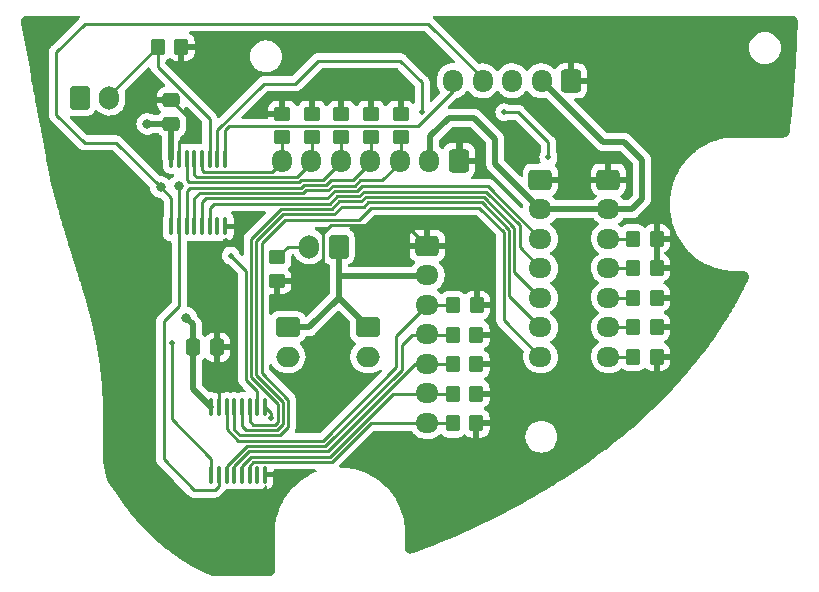
<source format=gtl>
%TF.GenerationSoftware,KiCad,Pcbnew,7.0.6*%
%TF.CreationDate,2023-07-13T14:40:27+02:00*%
%TF.ProjectId,RH_HeadLogicBoard_FreeJoy,52485f48-6561-4644-9c6f-676963426f61,rev?*%
%TF.SameCoordinates,Original*%
%TF.FileFunction,Copper,L1,Top*%
%TF.FilePolarity,Positive*%
%FSLAX46Y46*%
G04 Gerber Fmt 4.6, Leading zero omitted, Abs format (unit mm)*
G04 Created by KiCad (PCBNEW 7.0.6) date 2023-07-13 14:40:27*
%MOMM*%
%LPD*%
G01*
G04 APERTURE LIST*
G04 Aperture macros list*
%AMRoundRect*
0 Rectangle with rounded corners*
0 $1 Rounding radius*
0 $2 $3 $4 $5 $6 $7 $8 $9 X,Y pos of 4 corners*
0 Add a 4 corners polygon primitive as box body*
4,1,4,$2,$3,$4,$5,$6,$7,$8,$9,$2,$3,0*
0 Add four circle primitives for the rounded corners*
1,1,$1+$1,$2,$3*
1,1,$1+$1,$4,$5*
1,1,$1+$1,$6,$7*
1,1,$1+$1,$8,$9*
0 Add four rect primitives between the rounded corners*
20,1,$1+$1,$2,$3,$4,$5,0*
20,1,$1+$1,$4,$5,$6,$7,0*
20,1,$1+$1,$6,$7,$8,$9,0*
20,1,$1+$1,$8,$9,$2,$3,0*%
G04 Aperture macros list end*
%TA.AperFunction,SMDPad,CuDef*%
%ADD10RoundRect,0.250000X-0.350000X-0.450000X0.350000X-0.450000X0.350000X0.450000X-0.350000X0.450000X0*%
%TD*%
%TA.AperFunction,ComponentPad*%
%ADD11RoundRect,0.250000X-0.750000X0.600000X-0.750000X-0.600000X0.750000X-0.600000X0.750000X0.600000X0*%
%TD*%
%TA.AperFunction,ComponentPad*%
%ADD12O,2.000000X1.700000*%
%TD*%
%TA.AperFunction,SMDPad,CuDef*%
%ADD13RoundRect,0.250000X-0.337500X-0.475000X0.337500X-0.475000X0.337500X0.475000X-0.337500X0.475000X0*%
%TD*%
%TA.AperFunction,SMDPad,CuDef*%
%ADD14RoundRect,0.250000X0.475000X-0.337500X0.475000X0.337500X-0.475000X0.337500X-0.475000X-0.337500X0*%
%TD*%
%TA.AperFunction,SMDPad,CuDef*%
%ADD15RoundRect,0.250000X0.450000X-0.350000X0.450000X0.350000X-0.450000X0.350000X-0.450000X-0.350000X0*%
%TD*%
%TA.AperFunction,SMDPad,CuDef*%
%ADD16RoundRect,0.250000X-0.450000X0.350000X-0.450000X-0.350000X0.450000X-0.350000X0.450000X0.350000X0*%
%TD*%
%TA.AperFunction,SMDPad,CuDef*%
%ADD17RoundRect,0.100000X0.100000X-0.637500X0.100000X0.637500X-0.100000X0.637500X-0.100000X-0.637500X0*%
%TD*%
%TA.AperFunction,ComponentPad*%
%ADD18RoundRect,0.250000X-0.725000X0.600000X-0.725000X-0.600000X0.725000X-0.600000X0.725000X0.600000X0*%
%TD*%
%TA.AperFunction,ComponentPad*%
%ADD19O,1.950000X1.700000*%
%TD*%
%TA.AperFunction,ComponentPad*%
%ADD20RoundRect,0.250000X0.600000X0.725000X-0.600000X0.725000X-0.600000X-0.725000X0.600000X-0.725000X0*%
%TD*%
%TA.AperFunction,ComponentPad*%
%ADD21O,1.700000X1.950000*%
%TD*%
%TA.AperFunction,ComponentPad*%
%ADD22RoundRect,0.250000X0.600000X0.750000X-0.600000X0.750000X-0.600000X-0.750000X0.600000X-0.750000X0*%
%TD*%
%TA.AperFunction,ComponentPad*%
%ADD23O,1.700000X2.000000*%
%TD*%
%TA.AperFunction,ComponentPad*%
%ADD24RoundRect,0.250000X-0.600000X-0.750000X0.600000X-0.750000X0.600000X0.750000X-0.600000X0.750000X0*%
%TD*%
%TA.AperFunction,ViaPad*%
%ADD25C,0.800000*%
%TD*%
%TA.AperFunction,ViaPad*%
%ADD26C,0.500000*%
%TD*%
%TA.AperFunction,Conductor*%
%ADD27C,0.250000*%
%TD*%
%TA.AperFunction,Conductor*%
%ADD28C,0.500000*%
%TD*%
G04 APERTURE END LIST*
D10*
X57875000Y-65238000D03*
X59875000Y-65238000D03*
X57875000Y-62738000D03*
X59875000Y-62738000D03*
D11*
X43900000Y-57100000D03*
D12*
X43900000Y-59600000D03*
D13*
X35862500Y-58800000D03*
X37937500Y-58800000D03*
D14*
X34050000Y-39912500D03*
X34050000Y-37837500D03*
D10*
X73125000Y-49600000D03*
X75125000Y-49600000D03*
X57875000Y-60238000D03*
X59875000Y-60238000D03*
D15*
X45950000Y-41025000D03*
X45950000Y-39025000D03*
D10*
X73125000Y-57100000D03*
X75125000Y-57100000D03*
X73125000Y-54600000D03*
X75125000Y-54600000D03*
X73125000Y-52075000D03*
X75125000Y-52075000D03*
X57875000Y-57738000D03*
X59875000Y-57738000D03*
D11*
X50700000Y-57100000D03*
D12*
X50700000Y-59600000D03*
D15*
X50950000Y-41025000D03*
X50950000Y-39025000D03*
D10*
X73125000Y-59600000D03*
X75125000Y-59600000D03*
X32900000Y-33375000D03*
X34900000Y-33375000D03*
D15*
X48450000Y-41025000D03*
X48450000Y-39025000D03*
D10*
X57900000Y-55238000D03*
X59900000Y-55238000D03*
D15*
X53450000Y-41025000D03*
X53450000Y-39025000D03*
D16*
X43000000Y-51200000D03*
X43000000Y-53200000D03*
D17*
X37425000Y-69587500D03*
X38075000Y-69587500D03*
X38725000Y-69587500D03*
X39375000Y-69587500D03*
X40025000Y-69587500D03*
X40675000Y-69587500D03*
X41325000Y-69587500D03*
X41975000Y-69587500D03*
X41975000Y-63862500D03*
X41325000Y-63862500D03*
X40675000Y-63862500D03*
X40025000Y-63862500D03*
X39375000Y-63862500D03*
X38725000Y-63862500D03*
X38075000Y-63862500D03*
X37425000Y-63862500D03*
X34050000Y-48569000D03*
X34700000Y-48569000D03*
X35350000Y-48569000D03*
X36000000Y-48569000D03*
X36650000Y-48569000D03*
X37300000Y-48569000D03*
X37950000Y-48569000D03*
X38600000Y-48569000D03*
X38600000Y-42844000D03*
X37950000Y-42844000D03*
X37300000Y-42844000D03*
X36650000Y-42844000D03*
X36000000Y-42844000D03*
X35350000Y-42844000D03*
X34700000Y-42844000D03*
X34050000Y-42844000D03*
D18*
X65300000Y-44600000D03*
D19*
X65300000Y-47100000D03*
X65300000Y-49600000D03*
X65300000Y-52100000D03*
X65300000Y-54600000D03*
X65300000Y-57100000D03*
X65300000Y-59600000D03*
D15*
X43450000Y-41025000D03*
X43450000Y-39025000D03*
D18*
X71050000Y-44600000D03*
D19*
X71050000Y-47100000D03*
X71050000Y-49600000D03*
X71050000Y-52100000D03*
X71050000Y-54600000D03*
X71050000Y-57100000D03*
X71050000Y-59600000D03*
D20*
X67900000Y-36250000D03*
D21*
X65400000Y-36250000D03*
X62900000Y-36250000D03*
X60400000Y-36250000D03*
X57900000Y-36250000D03*
D20*
X58400000Y-43000000D03*
D21*
X55900000Y-43000000D03*
X53400000Y-43000000D03*
X50900000Y-43000000D03*
X48400000Y-43000000D03*
X45900000Y-43000000D03*
X43400000Y-43000000D03*
D22*
X48200000Y-50275000D03*
D23*
X45700000Y-50275000D03*
D18*
X55700000Y-50200000D03*
D19*
X55700000Y-52700000D03*
X55700000Y-55200000D03*
X55700000Y-57700000D03*
X55700000Y-60200000D03*
X55700000Y-62700000D03*
X55700000Y-65200000D03*
D24*
X26300000Y-37675000D03*
D23*
X28800000Y-37675000D03*
D25*
X58420000Y-40894000D03*
X37084000Y-35814000D03*
X50000000Y-36000000D03*
X39000000Y-73500000D03*
X46900000Y-63500000D03*
X66200000Y-39200000D03*
X32258000Y-36830000D03*
X38150000Y-53350000D03*
X44300000Y-54800000D03*
X32004000Y-39878000D03*
X35300000Y-56300000D03*
X33150000Y-45250000D03*
D26*
X34100000Y-58400000D03*
D25*
X34700000Y-45110000D03*
D26*
X62240000Y-38910000D03*
X55276767Y-38906767D03*
X65975689Y-42724847D03*
X42475500Y-64775500D03*
X39065000Y-51035000D03*
D27*
X55700000Y-50238000D02*
X53912000Y-48450000D01*
D28*
X58450000Y-43100000D02*
X58450000Y-40924000D01*
D27*
X34700000Y-41400000D02*
X35400000Y-40700000D01*
D28*
X58450000Y-40924000D02*
X58420000Y-40894000D01*
D27*
X35400000Y-40700000D02*
X35400000Y-39187500D01*
X46900000Y-49100000D02*
X46900000Y-51472000D01*
X38075000Y-61625000D02*
X38075000Y-63862500D01*
X35400000Y-39187500D02*
X34050000Y-37837500D01*
X34700000Y-42844000D02*
X34700000Y-41400000D01*
D28*
X59875000Y-55263000D02*
X59900000Y-55238000D01*
D27*
X53912000Y-48450000D02*
X47550000Y-48450000D01*
X47550000Y-48450000D02*
X46900000Y-49100000D01*
D28*
X48200000Y-50275000D02*
X48200000Y-52638000D01*
X73042000Y-47100000D02*
X73914000Y-46228000D01*
X55700000Y-52738000D02*
X48300000Y-52738000D01*
X35862500Y-58800000D02*
X35862500Y-62300000D01*
X71050000Y-47100000D02*
X73042000Y-47100000D01*
X35862500Y-62300000D02*
X37425000Y-63862500D01*
X61468000Y-41148000D02*
X59690000Y-39370000D01*
X32004000Y-39878000D02*
X34015500Y-39878000D01*
X55950000Y-40951000D02*
X55950000Y-43100000D01*
X48200000Y-52638000D02*
X48200000Y-54600000D01*
X65300000Y-47100000D02*
X61468000Y-43268000D01*
X48300000Y-52738000D02*
X48200000Y-52638000D01*
X48200000Y-54600000D02*
X50700000Y-57100000D01*
X72390000Y-41402000D02*
X70552000Y-41402000D01*
X48200000Y-54600000D02*
X45700000Y-57100000D01*
X57531000Y-39370000D02*
X55950000Y-40951000D01*
X73914000Y-46228000D02*
X73914000Y-42926000D01*
X45700000Y-57100000D02*
X43900000Y-57100000D01*
X34050000Y-39912500D02*
X34045000Y-39917500D01*
X70552000Y-41402000D02*
X65400000Y-36250000D01*
X71050000Y-47100000D02*
X65300000Y-47100000D01*
X73914000Y-42926000D02*
X72390000Y-41402000D01*
X34015500Y-39878000D02*
X34050000Y-39912500D01*
X61468000Y-43268000D02*
X61468000Y-41148000D01*
X35862500Y-56862500D02*
X35300000Y-56300000D01*
X34045000Y-39917500D02*
X34045000Y-42836500D01*
X59690000Y-39370000D02*
X57531000Y-39370000D01*
X35862500Y-58800000D02*
X35862500Y-56862500D01*
D27*
X57900000Y-37096000D02*
X57900000Y-36250000D01*
X38600000Y-42836500D02*
X38600000Y-40410000D01*
X38910000Y-40100000D02*
X54896000Y-40100000D01*
X54896000Y-40100000D02*
X57900000Y-37096000D01*
X38600000Y-40410000D02*
X38910000Y-40100000D01*
X60400000Y-36250000D02*
X60400000Y-36016000D01*
X33150000Y-45250000D02*
X34050000Y-46150000D01*
X26700000Y-31400000D02*
X24300000Y-33800000D01*
X34100000Y-58400000D02*
X34100000Y-64900000D01*
X24300000Y-39100000D02*
X26700000Y-41500000D01*
X34100000Y-64900000D02*
X37425000Y-68225000D01*
X60400000Y-36016000D02*
X55784000Y-31400000D01*
X24300000Y-33800000D02*
X24300000Y-39100000D01*
X26700000Y-41500000D02*
X29400000Y-41500000D01*
X55784000Y-31400000D02*
X26700000Y-31400000D01*
X37425000Y-68225000D02*
X37425000Y-69595000D01*
X34050000Y-46150000D02*
X34050000Y-48569000D01*
X29400000Y-41500000D02*
X33150000Y-45250000D01*
X33400000Y-56600000D02*
X33400000Y-68300000D01*
X34700000Y-45110000D02*
X34700000Y-55300000D01*
X37700000Y-70900000D02*
X38075000Y-70525000D01*
X33400000Y-68300000D02*
X36000000Y-70900000D01*
X38075000Y-70525000D02*
X38075000Y-69595000D01*
X36000000Y-70900000D02*
X37700000Y-70900000D01*
X34700000Y-55300000D02*
X33400000Y-56600000D01*
X47530698Y-44655698D02*
X47111396Y-45075000D01*
X35350000Y-45540000D02*
X35350000Y-48576500D01*
X47111396Y-45075000D02*
X45261396Y-45075000D01*
X35590000Y-45300000D02*
X35350000Y-45540000D01*
X49394302Y-44655698D02*
X47530698Y-44655698D01*
X45261396Y-45075000D02*
X45036396Y-45300000D01*
X45036396Y-45300000D02*
X35590000Y-45300000D01*
X50950000Y-41025000D02*
X50950000Y-43100000D01*
X50950000Y-43100000D02*
X49394302Y-44655698D01*
X36450000Y-45750000D02*
X36000000Y-46200000D01*
X53450000Y-41025000D02*
X53450000Y-43100000D01*
X50018198Y-44668198D02*
X49580698Y-45105698D01*
X53450000Y-43100000D02*
X51881802Y-44668198D01*
X45222792Y-45750000D02*
X36450000Y-45750000D01*
X51881802Y-44668198D02*
X50018198Y-44668198D01*
X47717094Y-45105698D02*
X47297792Y-45525000D01*
X45447792Y-45525000D02*
X45222792Y-45750000D01*
X47297792Y-45525000D02*
X45447792Y-45525000D01*
X49580698Y-45105698D02*
X47717094Y-45105698D01*
X36000000Y-46200000D02*
X36000000Y-48576500D01*
X49767094Y-45555698D02*
X47903490Y-45555698D01*
X47259188Y-46200000D02*
X36970000Y-46200000D01*
X36650000Y-46520000D02*
X36650000Y-48576500D01*
X36970000Y-46200000D02*
X36650000Y-46520000D01*
X65300000Y-49600000D02*
X60870000Y-45170000D01*
X60870000Y-45170000D02*
X50152792Y-45170000D01*
X50152792Y-45170000D02*
X49767094Y-45555698D01*
X47903490Y-45555698D02*
X47259188Y-46200000D01*
X63541802Y-48478198D02*
X60683604Y-45620000D01*
X63541802Y-50341802D02*
X63541802Y-48478198D01*
X37620000Y-46650000D02*
X37300000Y-46970000D01*
X48089886Y-46005698D02*
X47445584Y-46650000D01*
X49954302Y-46005698D02*
X48089886Y-46005698D01*
X47445584Y-46650000D02*
X37620000Y-46650000D01*
X50340000Y-45620000D02*
X49954302Y-46005698D01*
X65300000Y-52100000D02*
X63541802Y-50341802D01*
X37300000Y-46970000D02*
X37300000Y-48576500D01*
X60683604Y-45620000D02*
X50340000Y-45620000D01*
X28800000Y-37675000D02*
X28800000Y-37475000D01*
X32900000Y-35061827D02*
X37300000Y-39461827D01*
X37300000Y-39461827D02*
X37300000Y-42836500D01*
X32900000Y-33375000D02*
X32900000Y-35061827D01*
X28800000Y-37475000D02*
X32900000Y-33375000D01*
X42603500Y-43946500D02*
X36796500Y-43946500D01*
X43450000Y-43100000D02*
X42603500Y-43946500D01*
X43450000Y-41025000D02*
X43450000Y-43100000D01*
X36650000Y-43800000D02*
X36650000Y-42836500D01*
X36796500Y-43946500D02*
X36650000Y-43800000D01*
X43021500Y-44396500D02*
X36216500Y-44396500D01*
X45950000Y-43100000D02*
X44650000Y-44400000D01*
X44650000Y-44400000D02*
X43025000Y-44400000D01*
X36216500Y-44396500D02*
X36000000Y-44180000D01*
X45950000Y-41025000D02*
X45950000Y-43100000D01*
X36000000Y-44180000D02*
X36000000Y-42836500D01*
X43025000Y-44400000D02*
X43021500Y-44396500D01*
X35560000Y-44850000D02*
X35350000Y-44640000D01*
X45061396Y-44625000D02*
X44836396Y-44850000D01*
X35350000Y-44640000D02*
X35350000Y-42836500D01*
X46925000Y-44625000D02*
X45061396Y-44625000D01*
X48450000Y-41025000D02*
X48450000Y-43100000D01*
X48450000Y-43100000D02*
X46925000Y-44625000D01*
X44836396Y-44850000D02*
X35560000Y-44850000D01*
X71050000Y-57100000D02*
X73125000Y-57100000D01*
X71050000Y-54600000D02*
X73125000Y-54600000D01*
X71050000Y-52100000D02*
X73100000Y-52100000D01*
X73100000Y-52100000D02*
X73125000Y-52075000D01*
X71050000Y-49600000D02*
X73125000Y-49600000D01*
X45700000Y-50275000D02*
X43925000Y-50275000D01*
X43925000Y-50275000D02*
X43000000Y-51200000D01*
X71050000Y-59600000D02*
X73125000Y-59600000D01*
X53550000Y-60686396D02*
X47086396Y-67150000D01*
X38725000Y-68865812D02*
X38725000Y-69595000D01*
X47086396Y-67150000D02*
X40440812Y-67150000D01*
X54462000Y-57738000D02*
X53550000Y-58650000D01*
X57875000Y-57738000D02*
X54462000Y-57738000D01*
X53550000Y-58650000D02*
X53550000Y-60686396D01*
X40440812Y-67150000D02*
X38725000Y-68865812D01*
X54634792Y-60238000D02*
X47272792Y-67600000D01*
X47272792Y-67600000D02*
X40627208Y-67600000D01*
X57875000Y-60238000D02*
X54634792Y-60238000D01*
X39375000Y-68852208D02*
X39375000Y-69595000D01*
X40627208Y-67600000D02*
X39375000Y-68852208D01*
X52771188Y-62738000D02*
X47459188Y-68050000D01*
X57875000Y-62738000D02*
X52771188Y-62738000D01*
X40813604Y-68050000D02*
X40025000Y-68838604D01*
X47459188Y-68050000D02*
X40813604Y-68050000D01*
X40025000Y-68838604D02*
X40025000Y-69595000D01*
X47645584Y-68500000D02*
X41000000Y-68500000D01*
X40675000Y-68825000D02*
X40675000Y-69595000D01*
X57875000Y-65238000D02*
X50907584Y-65238000D01*
X41000000Y-68500000D02*
X40675000Y-68825000D01*
X50907584Y-65238000D02*
X47645584Y-68500000D01*
X43050000Y-65113604D02*
X43050000Y-63598959D01*
X47631980Y-47100000D02*
X48276282Y-46455698D01*
X43300000Y-47100000D02*
X47631980Y-47100000D01*
X40675000Y-65075000D02*
X40950000Y-65350000D01*
X48276282Y-46455698D02*
X50144302Y-46455698D01*
X50530000Y-46070000D02*
X60497208Y-46070000D01*
X40950000Y-65350000D02*
X42813604Y-65350000D01*
X63091802Y-48664594D02*
X63091802Y-52391802D01*
X40800000Y-49600000D02*
X43300000Y-47100000D01*
X43050000Y-63598959D02*
X40800000Y-61348959D01*
X40675000Y-63855000D02*
X40675000Y-65075000D01*
X40800000Y-61348959D02*
X40800000Y-49600000D01*
X63091802Y-52391802D02*
X65300000Y-54600000D01*
X60497208Y-46070000D02*
X63091802Y-48664594D01*
X42813604Y-65350000D02*
X43050000Y-65113604D01*
X50144302Y-46455698D02*
X50530000Y-46070000D01*
X43500000Y-65300000D02*
X43000000Y-65800000D01*
X62641802Y-48850990D02*
X60310812Y-46520000D01*
X41250000Y-61162563D02*
X43500000Y-63412563D01*
X47818376Y-47550000D02*
X43486396Y-47550000D01*
X62641802Y-54441802D02*
X62641802Y-48850990D01*
X43500000Y-63412563D02*
X43500000Y-65300000D01*
X48462678Y-46905698D02*
X47818376Y-47550000D01*
X43000000Y-65800000D02*
X40400000Y-65800000D01*
X60310812Y-46520000D02*
X50730000Y-46520000D01*
X40400000Y-65800000D02*
X40025000Y-65425000D01*
X50344302Y-46905698D02*
X48462678Y-46905698D01*
X41250000Y-49786396D02*
X41250000Y-61162563D01*
X50730000Y-46520000D02*
X50344302Y-46905698D01*
X65300000Y-57100000D02*
X62641802Y-54441802D01*
X43486396Y-47550000D02*
X41250000Y-49786396D01*
X40025000Y-65425000D02*
X40025000Y-63855000D01*
X43950000Y-65550000D02*
X43250000Y-66250000D01*
X41700000Y-60976167D02*
X43950000Y-63226167D01*
X60124416Y-46970000D02*
X50990000Y-46970000D01*
X43250000Y-66250000D02*
X39850000Y-66250000D01*
X43672792Y-48000000D02*
X41700000Y-49972792D01*
X49960000Y-48000000D02*
X43672792Y-48000000D01*
X65300000Y-59600000D02*
X62191802Y-56491802D01*
X50990000Y-46970000D02*
X49960000Y-48000000D01*
X62191802Y-56491802D02*
X62191802Y-49037386D01*
X43950000Y-63226167D02*
X43950000Y-65550000D01*
X41700000Y-49972792D02*
X41700000Y-60976167D01*
X62191802Y-49037386D02*
X60124416Y-46970000D01*
X39850000Y-66250000D02*
X39375000Y-65775000D01*
X39375000Y-65775000D02*
X39375000Y-63855000D01*
X55700000Y-55238000D02*
X53100000Y-57838000D01*
X46900000Y-66700000D02*
X39663604Y-66700000D01*
X57900000Y-55238000D02*
X55700000Y-55238000D01*
X53100000Y-60500000D02*
X46900000Y-66700000D01*
X39663604Y-66700000D02*
X38725000Y-65761396D01*
X38725000Y-65761396D02*
X38725000Y-63855000D01*
X53100000Y-57838000D02*
X53100000Y-60500000D01*
X42475500Y-64355500D02*
X41975000Y-63855000D01*
X53444000Y-34544000D02*
X46472396Y-34544000D01*
X41873604Y-36500000D02*
X37950000Y-40423604D01*
X62240000Y-38910000D02*
X63422396Y-38910000D01*
X44516396Y-36500000D02*
X41873604Y-36500000D01*
X37950000Y-40423604D02*
X37950000Y-42836500D01*
X63422396Y-38910000D02*
X65975689Y-41463293D01*
X55276767Y-36376767D02*
X53444000Y-34544000D01*
X65975689Y-41463293D02*
X65975689Y-42724847D01*
X42475500Y-64775500D02*
X42475500Y-64355500D01*
X46472396Y-34544000D02*
X44516396Y-36500000D01*
X55276767Y-38906767D02*
X55276767Y-36376767D01*
X39065000Y-51035000D02*
X40349000Y-52319000D01*
X40349000Y-61556000D02*
X41325000Y-62532000D01*
X41325000Y-62532000D02*
X41325000Y-63855000D01*
X40349000Y-52319000D02*
X40349000Y-61556000D01*
%TA.AperFunction,Conductor*%
G36*
X26247408Y-30734194D02*
G01*
X26293901Y-30787850D01*
X26304005Y-30858124D01*
X26274511Y-30922704D01*
X26265542Y-30932040D01*
X26262894Y-30934526D01*
X26232808Y-30970892D01*
X26228812Y-30975283D01*
X23911336Y-33292757D01*
X23898901Y-33302721D01*
X23899089Y-33302948D01*
X23892980Y-33308001D01*
X23845016Y-33359078D01*
X23823866Y-33380227D01*
X23819560Y-33385777D01*
X23815714Y-33390279D01*
X23783417Y-33424674D01*
X23783411Y-33424683D01*
X23773651Y-33442435D01*
X23762803Y-33458950D01*
X23750386Y-33474958D01*
X23731645Y-33518264D01*
X23729034Y-33523594D01*
X23706305Y-33564939D01*
X23706303Y-33564944D01*
X23701267Y-33584559D01*
X23694864Y-33603262D01*
X23686819Y-33621852D01*
X23679437Y-33668456D01*
X23678233Y-33674268D01*
X23666500Y-33719968D01*
X23666500Y-33740223D01*
X23664949Y-33759933D01*
X23661780Y-33779942D01*
X23661779Y-33779946D01*
X23666219Y-33826919D01*
X23666499Y-33832850D01*
X23666500Y-39016146D01*
X23664751Y-39031988D01*
X23665044Y-39032016D01*
X23664298Y-39039907D01*
X23664298Y-39039909D01*
X23666171Y-39099498D01*
X23666500Y-39109957D01*
X23666500Y-39139851D01*
X23666501Y-39139872D01*
X23667378Y-39146820D01*
X23667844Y-39152732D01*
X23669326Y-39199888D01*
X23669327Y-39199893D01*
X23674977Y-39219339D01*
X23678986Y-39238697D01*
X23681525Y-39258793D01*
X23681526Y-39258799D01*
X23698893Y-39302662D01*
X23700816Y-39308279D01*
X23713982Y-39353593D01*
X23724294Y-39371031D01*
X23732988Y-39388779D01*
X23740444Y-39407609D01*
X23740450Y-39407620D01*
X23768177Y-39445783D01*
X23771437Y-39450746D01*
X23795460Y-39491365D01*
X23809779Y-39505684D01*
X23822617Y-39520714D01*
X23825336Y-39524456D01*
X23834528Y-39537107D01*
X23842256Y-39543500D01*
X23870886Y-39567185D01*
X23875267Y-39571171D01*
X25034356Y-40730260D01*
X26192753Y-41888657D01*
X26202720Y-41901097D01*
X26202947Y-41900910D01*
X26207999Y-41907017D01*
X26208000Y-41907018D01*
X26259095Y-41954999D01*
X26280231Y-41976135D01*
X26285770Y-41980431D01*
X26290282Y-41984285D01*
X26314003Y-42006561D01*
X26324678Y-42016585D01*
X26324682Y-42016588D01*
X26342430Y-42026345D01*
X26358957Y-42037201D01*
X26373099Y-42048171D01*
X26374960Y-42049614D01*
X26418259Y-42068351D01*
X26423585Y-42070960D01*
X26464935Y-42093693D01*
X26464938Y-42093694D01*
X26464940Y-42093695D01*
X26484562Y-42098733D01*
X26503263Y-42105135D01*
X26515814Y-42110567D01*
X26521852Y-42113180D01*
X26521853Y-42113180D01*
X26521855Y-42113181D01*
X26568477Y-42120564D01*
X26574262Y-42121763D01*
X26619970Y-42133500D01*
X26640224Y-42133500D01*
X26659934Y-42135051D01*
X26662141Y-42135400D01*
X26679943Y-42138220D01*
X26713870Y-42135012D01*
X26726917Y-42133780D01*
X26732850Y-42133500D01*
X29085406Y-42133500D01*
X29153527Y-42153502D01*
X29174501Y-42170405D01*
X32202877Y-45198782D01*
X32236903Y-45261094D01*
X32239092Y-45274706D01*
X32256457Y-45439927D01*
X32266677Y-45471380D01*
X32315473Y-45621556D01*
X32315476Y-45621561D01*
X32410958Y-45786941D01*
X32410965Y-45786951D01*
X32538744Y-45928864D01*
X32545857Y-45934032D01*
X32693248Y-46041118D01*
X32867712Y-46118794D01*
X33054513Y-46158500D01*
X33110406Y-46158500D01*
X33178527Y-46178502D01*
X33199501Y-46195405D01*
X33379595Y-46375499D01*
X33413621Y-46437811D01*
X33416500Y-46464594D01*
X33416500Y-47604331D01*
X33406909Y-47652548D01*
X33357162Y-47772649D01*
X33341500Y-47891612D01*
X33341500Y-49246383D01*
X33341501Y-49246392D01*
X33350963Y-49318264D01*
X33357162Y-49365350D01*
X33418374Y-49513129D01*
X33418477Y-49513378D01*
X33440544Y-49542135D01*
X33516013Y-49640487D01*
X33643124Y-49738024D01*
X33791150Y-49799338D01*
X33910115Y-49815000D01*
X33940498Y-49814999D01*
X34008618Y-49834999D01*
X34055112Y-49888653D01*
X34066500Y-49940999D01*
X34066500Y-54985404D01*
X34046498Y-55053525D01*
X34029595Y-55074499D01*
X33011336Y-56092757D01*
X32998901Y-56102721D01*
X32999089Y-56102948D01*
X32992980Y-56108001D01*
X32945015Y-56159079D01*
X32923866Y-56180227D01*
X32919560Y-56185777D01*
X32915714Y-56190279D01*
X32883417Y-56224674D01*
X32883411Y-56224683D01*
X32873651Y-56242435D01*
X32862803Y-56258950D01*
X32850386Y-56274958D01*
X32831645Y-56318264D01*
X32829034Y-56323594D01*
X32806305Y-56364939D01*
X32806303Y-56364944D01*
X32801267Y-56384559D01*
X32794864Y-56403262D01*
X32786819Y-56421852D01*
X32779437Y-56468456D01*
X32778233Y-56474268D01*
X32766500Y-56519968D01*
X32766500Y-56540223D01*
X32764949Y-56559933D01*
X32761780Y-56579941D01*
X32761779Y-56579943D01*
X32766219Y-56626915D01*
X32766499Y-56632846D01*
X32766499Y-68216146D01*
X32764751Y-68231988D01*
X32765044Y-68232016D01*
X32764298Y-68239907D01*
X32766500Y-68309957D01*
X32766500Y-68339851D01*
X32766501Y-68339872D01*
X32767378Y-68346820D01*
X32767844Y-68352732D01*
X32769326Y-68399888D01*
X32769327Y-68399893D01*
X32774977Y-68419339D01*
X32778986Y-68438697D01*
X32781525Y-68458793D01*
X32781526Y-68458799D01*
X32798893Y-68502662D01*
X32800816Y-68508279D01*
X32813982Y-68553593D01*
X32824294Y-68571031D01*
X32832988Y-68588779D01*
X32840444Y-68607609D01*
X32840450Y-68607620D01*
X32868177Y-68645783D01*
X32871437Y-68650746D01*
X32895460Y-68691365D01*
X32909779Y-68705684D01*
X32922617Y-68720714D01*
X32925122Y-68724161D01*
X32934528Y-68737107D01*
X32962794Y-68760491D01*
X32970886Y-68767185D01*
X32975267Y-68771171D01*
X34303598Y-70099502D01*
X35492753Y-71288657D01*
X35502720Y-71301097D01*
X35502947Y-71300910D01*
X35507999Y-71307017D01*
X35508000Y-71307018D01*
X35559094Y-71354998D01*
X35559095Y-71354999D01*
X35580225Y-71376130D01*
X35585768Y-71380430D01*
X35590281Y-71384285D01*
X35624679Y-71416586D01*
X35624680Y-71416586D01*
X35624682Y-71416588D01*
X35642429Y-71426344D01*
X35658959Y-71437202D01*
X35674959Y-71449613D01*
X35697925Y-71459551D01*
X35718251Y-71468347D01*
X35723585Y-71470959D01*
X35764940Y-71493695D01*
X35784562Y-71498733D01*
X35803263Y-71505135D01*
X35815814Y-71510567D01*
X35821852Y-71513180D01*
X35821853Y-71513180D01*
X35821855Y-71513181D01*
X35868477Y-71520564D01*
X35874262Y-71521763D01*
X35919970Y-71533500D01*
X35940224Y-71533500D01*
X35959934Y-71535051D01*
X35962141Y-71535400D01*
X35979943Y-71538220D01*
X36014472Y-71534956D01*
X36026917Y-71533780D01*
X36032850Y-71533500D01*
X37616147Y-71533500D01*
X37631988Y-71535249D01*
X37632016Y-71534956D01*
X37639902Y-71535700D01*
X37639909Y-71535702D01*
X37709958Y-71533500D01*
X37739856Y-71533500D01*
X37746818Y-71532619D01*
X37752719Y-71532154D01*
X37799889Y-71530673D01*
X37819347Y-71525019D01*
X37838694Y-71521013D01*
X37858797Y-71518474D01*
X37902679Y-71501099D01*
X37908274Y-71499183D01*
X37936816Y-71490891D01*
X37953591Y-71486019D01*
X37953595Y-71486017D01*
X37971026Y-71475708D01*
X37988780Y-71467009D01*
X38007617Y-71459552D01*
X38045786Y-71431818D01*
X38050744Y-71428562D01*
X38091362Y-71404542D01*
X38105685Y-71390218D01*
X38120724Y-71377374D01*
X38122431Y-71376134D01*
X38137107Y-71365472D01*
X38167202Y-71329092D01*
X38171161Y-71324742D01*
X38463661Y-71032242D01*
X38476096Y-71022281D01*
X38475909Y-71022054D01*
X38482014Y-71017003D01*
X38482015Y-71017001D01*
X38482018Y-71017000D01*
X38529984Y-70965920D01*
X38551135Y-70944770D01*
X38555445Y-70939212D01*
X38559274Y-70934729D01*
X38591586Y-70900321D01*
X38592419Y-70898804D01*
X38593387Y-70897842D01*
X38596247Y-70893906D01*
X38596881Y-70894367D01*
X38642760Y-70848744D01*
X38702837Y-70833499D01*
X38864884Y-70833499D01*
X38864892Y-70833498D01*
X38884869Y-70830868D01*
X38983850Y-70817838D01*
X39001780Y-70810410D01*
X39072366Y-70802819D01*
X39098213Y-70810408D01*
X39116150Y-70817838D01*
X39235115Y-70833500D01*
X39514884Y-70833499D01*
X39633850Y-70817838D01*
X39651780Y-70810410D01*
X39722366Y-70802819D01*
X39748213Y-70810408D01*
X39766150Y-70817838D01*
X39885115Y-70833500D01*
X40164884Y-70833499D01*
X40283850Y-70817838D01*
X40301780Y-70810410D01*
X40372366Y-70802819D01*
X40398213Y-70810408D01*
X40416150Y-70817838D01*
X40535115Y-70833500D01*
X40814884Y-70833499D01*
X40933850Y-70817838D01*
X40951780Y-70810410D01*
X41022366Y-70802819D01*
X41048213Y-70810408D01*
X41066150Y-70817838D01*
X41185115Y-70833500D01*
X41464884Y-70833499D01*
X41583850Y-70817838D01*
X41602437Y-70810138D01*
X41673026Y-70802550D01*
X41698872Y-70810139D01*
X41716280Y-70817349D01*
X41716281Y-70817350D01*
X41775000Y-70825079D01*
X41775000Y-70785568D01*
X41795002Y-70717447D01*
X41824290Y-70685610D01*
X41858987Y-70658987D01*
X41939005Y-70554707D01*
X41949038Y-70541632D01*
X42006376Y-70499765D01*
X42077247Y-70495544D01*
X42139150Y-70530309D01*
X42172431Y-70593022D01*
X42175000Y-70618337D01*
X42175000Y-70825079D01*
X42233718Y-70817350D01*
X42233719Y-70817349D01*
X42381621Y-70756087D01*
X42381629Y-70756082D01*
X42508630Y-70658630D01*
X42606082Y-70531629D01*
X42606087Y-70531621D01*
X42667350Y-70383718D01*
X42682999Y-70264849D01*
X42683000Y-70264840D01*
X42683000Y-69787500D01*
X42159499Y-69787500D01*
X42091378Y-69767498D01*
X42044885Y-69713842D01*
X42033499Y-69661500D01*
X42033499Y-69513500D01*
X42053501Y-69445379D01*
X42107157Y-69398886D01*
X42159499Y-69387500D01*
X42682999Y-69387500D01*
X42682999Y-69259500D01*
X42703001Y-69191379D01*
X42756657Y-69144886D01*
X42808999Y-69133500D01*
X46217546Y-69133500D01*
X46285667Y-69153502D01*
X46332160Y-69207158D01*
X46342264Y-69277432D01*
X46312770Y-69342012D01*
X46268160Y-69374887D01*
X46213448Y-69398886D01*
X45897011Y-69537688D01*
X45496846Y-69754247D01*
X45496841Y-69754250D01*
X45496842Y-69754249D01*
X45359882Y-69843730D01*
X45115931Y-70003111D01*
X44756868Y-70282580D01*
X44422111Y-70590747D01*
X44113944Y-70925504D01*
X44113942Y-70925507D01*
X44078299Y-70971300D01*
X44077314Y-70972008D01*
X44069041Y-70983195D01*
X43926247Y-71166658D01*
X43834475Y-71284567D01*
X43823798Y-71300910D01*
X43799361Y-71338312D01*
X43797136Y-71340210D01*
X43781003Y-71366411D01*
X43585614Y-71665477D01*
X43585613Y-71665478D01*
X43552118Y-71727370D01*
X43548868Y-71730643D01*
X43528711Y-71770622D01*
X43477074Y-71866040D01*
X43369052Y-72065647D01*
X43369052Y-72065648D01*
X43338297Y-72135760D01*
X43334256Y-72140567D01*
X43313155Y-72193078D01*
X43186280Y-72482326D01*
X43186280Y-72482325D01*
X43159414Y-72560583D01*
X43154835Y-72567047D01*
X43135332Y-72630730D01*
X43038541Y-72912673D01*
X43038540Y-72912674D01*
X43016708Y-72998883D01*
X43011861Y-73007086D01*
X42996027Y-73080552D01*
X42926842Y-73353762D01*
X42911182Y-73447600D01*
X42906331Y-73457616D01*
X42895841Y-73539535D01*
X42851950Y-73802568D01*
X42843572Y-73903676D01*
X42839019Y-73915474D01*
X42835238Y-74004241D01*
X42814377Y-74256008D01*
X42814377Y-77691886D01*
X42814040Y-77698396D01*
X42804993Y-77785537D01*
X42800109Y-77809537D01*
X42780593Y-77873046D01*
X42771156Y-77895650D01*
X42733997Y-77964841D01*
X42720364Y-77985193D01*
X42678193Y-78036543D01*
X42660881Y-78053871D01*
X42600241Y-78103769D01*
X42579907Y-78117419D01*
X42521224Y-78149010D01*
X42498998Y-78158355D01*
X42427128Y-78180760D01*
X42402395Y-78185821D01*
X42398659Y-78186202D01*
X42281484Y-78194558D01*
X42277094Y-78194718D01*
X42272482Y-78194724D01*
X42272172Y-78194724D01*
X42272172Y-78194714D01*
X42272098Y-78194724D01*
X42272058Y-78194725D01*
X42272057Y-78194725D01*
X42170740Y-78194790D01*
X42170740Y-78194786D01*
X42170709Y-78194790D01*
X42170700Y-78194791D01*
X42170699Y-78194791D01*
X42141270Y-78194796D01*
X42030533Y-78194771D01*
X41927893Y-78194675D01*
X41803963Y-78194494D01*
X41702606Y-78194328D01*
X41594202Y-78194169D01*
X41474068Y-78194040D01*
X41373449Y-78193977D01*
X41261618Y-78193955D01*
X41261444Y-78193955D01*
X41261420Y-78193955D01*
X41261419Y-78193955D01*
X41225476Y-78193956D01*
X41225475Y-78193956D01*
X41115171Y-78193975D01*
X41115170Y-78193975D01*
X41007626Y-78194008D01*
X41007625Y-78194008D01*
X40896882Y-78194056D01*
X40896881Y-78194056D01*
X40789710Y-78194116D01*
X40789709Y-78194116D01*
X40716375Y-78194169D01*
X40716374Y-78194169D01*
X40567392Y-78194317D01*
X40567391Y-78194317D01*
X40416119Y-78194514D01*
X40416118Y-78194514D01*
X40263517Y-78194755D01*
X40263516Y-78194755D01*
X40110541Y-78195034D01*
X40110540Y-78195034D01*
X39958149Y-78195345D01*
X39958147Y-78195345D01*
X39807298Y-78195681D01*
X39807296Y-78195681D01*
X39658945Y-78196039D01*
X39658943Y-78196039D01*
X39514048Y-78196410D01*
X39514046Y-78196410D01*
X39373564Y-78196790D01*
X39373562Y-78196790D01*
X39238450Y-78197174D01*
X39238448Y-78197174D01*
X39109663Y-78197554D01*
X39109661Y-78197554D01*
X38988160Y-78197926D01*
X38988158Y-78197926D01*
X38874900Y-78198283D01*
X38874898Y-78198283D01*
X38770839Y-78198619D01*
X38770837Y-78198619D01*
X38634091Y-78199074D01*
X38634089Y-78199074D01*
X38521875Y-78199455D01*
X38521873Y-78199455D01*
X38409933Y-78199842D01*
X38409931Y-78199842D01*
X38298257Y-78200235D01*
X38298255Y-78200235D01*
X38186837Y-78200635D01*
X38186835Y-78200635D01*
X38075666Y-78201041D01*
X38075664Y-78201041D01*
X37964734Y-78201454D01*
X37964732Y-78201454D01*
X37854033Y-78201873D01*
X37854030Y-78201873D01*
X37746702Y-78202286D01*
X37740659Y-78202019D01*
X37661503Y-78194703D01*
X37631671Y-78188233D01*
X37474676Y-78133576D01*
X37471798Y-78132495D01*
X37463744Y-78129243D01*
X37370390Y-78090800D01*
X37276269Y-78051282D01*
X37181148Y-78010564D01*
X37087849Y-77969870D01*
X36994765Y-77928525D01*
X36901845Y-77886507D01*
X36809082Y-77843811D01*
X36716616Y-77800501D01*
X36624383Y-77756547D01*
X36532448Y-77711980D01*
X36440640Y-77666716D01*
X36349201Y-77620876D01*
X36257898Y-77574339D01*
X36166976Y-77527233D01*
X36076110Y-77479385D01*
X35985666Y-77430989D01*
X35895494Y-77381965D01*
X35805626Y-77332328D01*
X35716079Y-77282090D01*
X35626762Y-77231198D01*
X35537739Y-77179687D01*
X35449083Y-77127598D01*
X35360665Y-77074857D01*
X35272517Y-77021477D01*
X35184796Y-76967555D01*
X35097261Y-76912942D01*
X35010118Y-76857764D01*
X34923376Y-76802025D01*
X34836865Y-76745619D01*
X34750733Y-76688637D01*
X34750732Y-76688637D01*
X34665040Y-76631120D01*
X34580821Y-76573771D01*
X34579482Y-76572859D01*
X34521930Y-76533103D01*
X34494437Y-76514112D01*
X34409787Y-76454798D01*
X34409786Y-76454797D01*
X34331380Y-76399072D01*
X34315615Y-76387743D01*
X34185515Y-76293639D01*
X34185514Y-76293639D01*
X34043825Y-76188967D01*
X33900384Y-76080705D01*
X33755294Y-75968795D01*
X33608435Y-75853003D01*
X33460017Y-75733352D01*
X33310016Y-75609682D01*
X33289765Y-75592605D01*
X33158446Y-75481865D01*
X33005437Y-75349866D01*
X32851026Y-75213571D01*
X32695167Y-75072800D01*
X32537947Y-74927479D01*
X32379472Y-74777563D01*
X32219702Y-74622865D01*
X32058765Y-74463360D01*
X31896669Y-74298909D01*
X31733406Y-74129351D01*
X31569098Y-73954659D01*
X31403816Y-73774759D01*
X31237529Y-73589463D01*
X31070258Y-73398638D01*
X30902147Y-73202291D01*
X30733186Y-73000252D01*
X30563429Y-72792427D01*
X30392884Y-72578667D01*
X30221668Y-72358953D01*
X30049758Y-72133093D01*
X29877278Y-71901086D01*
X29704217Y-71662754D01*
X29530634Y-71418007D01*
X29356514Y-71166658D01*
X29182108Y-70908894D01*
X29164039Y-70881840D01*
X29092572Y-70774171D01*
X29020956Y-70665202D01*
X28949053Y-70554707D01*
X28877050Y-70442949D01*
X28873505Y-70437399D01*
X28822876Y-70358127D01*
X28822875Y-70358126D01*
X28768815Y-70272848D01*
X28768815Y-70272847D01*
X28714468Y-70186472D01*
X28687718Y-70143635D01*
X28660165Y-70099511D01*
X28607379Y-70014349D01*
X28604547Y-70009270D01*
X28570864Y-69941664D01*
X28561044Y-69914556D01*
X28523760Y-69757316D01*
X28521619Y-69746138D01*
X28521620Y-69746136D01*
X28497545Y-69620449D01*
X28467470Y-69463382D01*
X28465677Y-69454013D01*
X28437727Y-69307982D01*
X28437728Y-69307980D01*
X28411916Y-69173066D01*
X28378285Y-68997210D01*
X28372218Y-68965472D01*
X28353942Y-68869869D01*
X28353941Y-68869868D01*
X28348058Y-68839081D01*
X28322507Y-68705373D01*
X28319831Y-68691365D01*
X28298199Y-68578124D01*
X28298198Y-68578123D01*
X28297056Y-68572142D01*
X28275413Y-68458799D01*
X28270358Y-68432326D01*
X28270357Y-68432325D01*
X28242852Y-68288234D01*
X28242340Y-68285121D01*
X28236065Y-68239909D01*
X28236034Y-68239688D01*
X28235480Y-68233351D01*
X28235118Y-68223422D01*
X28235333Y-68078115D01*
X28235892Y-68040140D01*
X28238170Y-67894120D01*
X28240557Y-67747787D01*
X28240556Y-67747786D01*
X28240592Y-67745620D01*
X28241191Y-67710062D01*
X28243026Y-67601125D01*
X28243025Y-67601123D01*
X28245550Y-67454125D01*
X28245707Y-67445000D01*
X28248101Y-67306772D01*
X28248100Y-67306771D01*
X28248364Y-67291563D01*
X28248363Y-67291546D01*
X28250653Y-67159054D01*
X28250652Y-67159053D01*
X28250915Y-67143883D01*
X28250911Y-67143845D01*
X28253178Y-67010955D01*
X28253177Y-67010953D01*
X28253177Y-67010941D01*
X28253435Y-66995822D01*
X28253429Y-66995771D01*
X28255649Y-66862466D01*
X28255648Y-66862465D01*
X28255900Y-66847381D01*
X28255891Y-66847297D01*
X28256030Y-66838661D01*
X28258038Y-66713573D01*
X28258037Y-66713570D01*
X28258037Y-66713557D01*
X28258206Y-66703058D01*
X28258199Y-66702949D01*
X28259939Y-66588993D01*
X28259966Y-66588863D01*
X28261447Y-66485531D01*
X28262109Y-66439273D01*
X28262139Y-66439129D01*
X28262461Y-66414717D01*
X28262462Y-66414717D01*
X28264119Y-66289115D01*
X28264153Y-66288953D01*
X28264443Y-66264531D01*
X28264445Y-66264530D01*
X28266240Y-66113691D01*
X28267816Y-65962578D01*
X28267815Y-65962577D01*
X28268077Y-65937490D01*
X28268037Y-65937278D01*
X28269147Y-65810983D01*
X28269146Y-65810982D01*
X28269275Y-65796380D01*
X28269249Y-65796145D01*
X28270207Y-65658893D01*
X28270206Y-65658892D01*
X28270206Y-65658886D01*
X28270380Y-65633982D01*
X28270331Y-65633729D01*
X28270893Y-65520930D01*
X28270927Y-65520661D01*
X28271330Y-65378269D01*
X28271388Y-65377981D01*
X28271401Y-65353371D01*
X28271402Y-65353371D01*
X28271485Y-65199519D01*
X28271484Y-65199518D01*
X28271498Y-65174911D01*
X28271435Y-65174600D01*
X28271186Y-65045317D01*
X28271185Y-65045314D01*
X28271184Y-65045161D01*
X28271166Y-65035710D01*
X28271139Y-65035393D01*
X28270480Y-64890555D01*
X28270479Y-64890554D01*
X28270416Y-64876555D01*
X28270373Y-64876207D01*
X28269525Y-64760619D01*
X28269596Y-64760251D01*
X28269339Y-64735226D01*
X28267736Y-64579296D01*
X28267735Y-64579294D01*
X28267594Y-64565535D01*
X28267546Y-64565146D01*
X28267209Y-64539883D01*
X28265645Y-64422773D01*
X28265644Y-64422772D01*
X28265324Y-64398765D01*
X28265238Y-64398362D01*
X28263462Y-64291325D01*
X28263540Y-64290905D01*
X28263039Y-64265835D01*
X28263040Y-64265835D01*
X28259885Y-64107879D01*
X28259618Y-64094504D01*
X28259559Y-64094069D01*
X28256163Y-63949480D01*
X28255609Y-63925891D01*
X28255508Y-63925434D01*
X28252548Y-63816445D01*
X28252632Y-63815971D01*
X28251847Y-63790627D01*
X28251848Y-63790627D01*
X28246897Y-63630717D01*
X28246896Y-63630715D01*
X28246635Y-63622266D01*
X28246584Y-63621784D01*
X28242708Y-63510738D01*
X28241298Y-63470325D01*
X28241297Y-63470324D01*
X28240851Y-63457523D01*
X28240780Y-63457034D01*
X28234123Y-63286168D01*
X28234018Y-63285717D01*
X28230836Y-63211079D01*
X28230903Y-63210678D01*
X28229708Y-63184595D01*
X28223995Y-63059923D01*
X28223994Y-63059921D01*
X28223417Y-63047330D01*
X28223357Y-63046939D01*
X28217882Y-62935343D01*
X28217881Y-62935342D01*
X28216762Y-62912531D01*
X28216666Y-62912127D01*
X28212764Y-62837634D01*
X28212829Y-62837217D01*
X28211367Y-62810999D01*
X28211369Y-62810998D01*
X28204420Y-62686291D01*
X28204419Y-62686289D01*
X28204409Y-62686133D01*
X28203736Y-62674042D01*
X28203670Y-62673628D01*
X28202838Y-62659562D01*
X28198110Y-62579595D01*
X28195731Y-62539356D01*
X28195626Y-62538930D01*
X28190339Y-62454426D01*
X28189269Y-62437320D01*
X28189268Y-62437319D01*
X28188270Y-62421362D01*
X28188184Y-62420926D01*
X28182154Y-62329663D01*
X28182184Y-62329228D01*
X28180163Y-62300206D01*
X28172376Y-62188348D01*
X28172375Y-62188347D01*
X28170840Y-62166286D01*
X28170727Y-62165844D01*
X28168372Y-62133678D01*
X28165269Y-62091302D01*
X28165334Y-62090851D01*
X28163273Y-62064032D01*
X28163274Y-62064032D01*
X28153688Y-61939296D01*
X28153687Y-61939294D01*
X28153683Y-61939253D01*
X28152802Y-61927780D01*
X28152724Y-61927336D01*
X28144681Y-61827467D01*
X28144690Y-61827005D01*
X28143649Y-61814654D01*
X28133153Y-61690083D01*
X28133152Y-61690082D01*
X28131338Y-61668549D01*
X28131216Y-61668091D01*
X28123714Y-61582880D01*
X28123738Y-61582411D01*
X28121298Y-61555838D01*
X28110718Y-61440632D01*
X28110717Y-61440630D01*
X28110715Y-61440618D01*
X28109707Y-61429633D01*
X28109620Y-61429169D01*
X28106076Y-61392129D01*
X28098771Y-61315792D01*
X28098770Y-61315791D01*
X28096742Y-61294593D01*
X28096625Y-61294167D01*
X28095917Y-61287029D01*
X28088843Y-61215708D01*
X28088841Y-61215706D01*
X28087371Y-61200878D01*
X28087284Y-61200493D01*
X28085629Y-61184324D01*
X28080442Y-61133639D01*
X28080458Y-61133237D01*
X28065854Y-60994823D01*
X28065745Y-60994440D01*
X28059175Y-60933990D01*
X28059188Y-60933593D01*
X28057226Y-60916057D01*
X28057227Y-60916056D01*
X28046035Y-60816022D01*
X28046034Y-60816020D01*
X28046028Y-60815968D01*
X28044863Y-60805555D01*
X28044784Y-60805165D01*
X28037854Y-60744963D01*
X28037899Y-60744562D01*
X28034569Y-60716421D01*
X28034570Y-60716421D01*
X28022742Y-60616470D01*
X28022741Y-60616468D01*
X28021528Y-60606217D01*
X28021447Y-60605830D01*
X28020665Y-60599398D01*
X28010615Y-60516743D01*
X28010614Y-60516742D01*
X28008138Y-60496379D01*
X28008022Y-60495987D01*
X28001788Y-60446061D01*
X28001831Y-60445651D01*
X27998180Y-60417165D01*
X27987786Y-60336053D01*
X27987794Y-60335639D01*
X27969655Y-60197657D01*
X27969534Y-60197262D01*
X27962803Y-60147314D01*
X27962842Y-60146899D01*
X27958879Y-60118205D01*
X27958881Y-60118204D01*
X27945090Y-60018335D01*
X27945089Y-60018334D01*
X27945073Y-60018225D01*
X27942356Y-59998545D01*
X27942234Y-59998154D01*
X27930990Y-59918650D01*
X27930989Y-59918649D01*
X27928206Y-59898970D01*
X27928083Y-59898579D01*
X27916555Y-59818950D01*
X27916554Y-59818948D01*
X27915196Y-59809566D01*
X27915105Y-59809168D01*
X27909773Y-59773178D01*
X27901780Y-59719227D01*
X27901779Y-59719226D01*
X27898900Y-59699792D01*
X27898772Y-59699392D01*
X27886020Y-59615270D01*
X27884043Y-59602227D01*
X27883929Y-59601802D01*
X27883266Y-59597525D01*
X27869909Y-59511412D01*
X27869908Y-59511411D01*
X27866933Y-59492231D01*
X27866798Y-59491813D01*
X27866180Y-59487917D01*
X27853446Y-59407639D01*
X27853445Y-59407637D01*
X27853433Y-59407567D01*
X27852031Y-59398725D01*
X27851934Y-59398324D01*
X27836630Y-59303941D01*
X27836628Y-59303938D01*
X27834570Y-59291243D01*
X27834456Y-59290829D01*
X27819458Y-59200305D01*
X27819457Y-59200303D01*
X27819450Y-59200267D01*
X27818015Y-59191600D01*
X27817915Y-59191192D01*
X27804530Y-59112084D01*
X27804510Y-59111655D01*
X27801963Y-59096912D01*
X27801964Y-59096911D01*
X27789287Y-59023515D01*
X27789317Y-59023073D01*
X27783146Y-58988063D01*
X27769339Y-58909728D01*
X27769336Y-58909420D01*
X27763817Y-58878542D01*
X27763836Y-58878237D01*
X27758392Y-58848190D01*
X27758393Y-58848190D01*
X27743166Y-58764149D01*
X27743158Y-58763722D01*
X27739545Y-58744157D01*
X27739546Y-58744156D01*
X27725981Y-58670703D01*
X27726007Y-58670265D01*
X27720043Y-58638576D01*
X27706568Y-58566975D01*
X27706593Y-58566540D01*
X27683961Y-58448458D01*
X27683935Y-58448039D01*
X27680558Y-58430734D01*
X27660704Y-58328979D01*
X27644196Y-58245847D01*
X27644187Y-58245540D01*
X27627091Y-58160510D01*
X27626978Y-58160197D01*
X27624703Y-58149031D01*
X27613160Y-58092382D01*
X27613181Y-58091912D01*
X27606852Y-58061424D01*
X27606853Y-58061424D01*
X27586883Y-57965228D01*
X27586866Y-57964770D01*
X27582589Y-57944538D01*
X27582590Y-57944537D01*
X27557874Y-57827609D01*
X27557873Y-57827608D01*
X27554228Y-57810361D01*
X27554072Y-57809941D01*
X27539550Y-57742438D01*
X27539567Y-57741985D01*
X27532828Y-57711192D01*
X27532829Y-57711192D01*
X27511925Y-57615676D01*
X27511906Y-57615237D01*
X27478977Y-57467239D01*
X27478862Y-57466882D01*
X27470156Y-57428279D01*
X27463590Y-57399167D01*
X27463589Y-57399166D01*
X27459778Y-57382267D01*
X27459648Y-57381925D01*
X27453265Y-57354000D01*
X27441478Y-57302436D01*
X27441456Y-57302009D01*
X27436624Y-57281197D01*
X27436625Y-57281196D01*
X27409200Y-57163069D01*
X27409198Y-57163066D01*
X27406767Y-57152594D01*
X27406638Y-57152203D01*
X27377569Y-57028858D01*
X27377415Y-57028462D01*
X27373771Y-57013226D01*
X27353345Y-56927808D01*
X27353344Y-56927806D01*
X27352595Y-56924673D01*
X27352540Y-56924491D01*
X27324879Y-56810444D01*
X27324878Y-56810443D01*
X27320929Y-56794158D01*
X27320781Y-56793782D01*
X27301748Y-56716371D01*
X27296059Y-56693230D01*
X27296058Y-56693229D01*
X27292078Y-56677039D01*
X27291933Y-56676675D01*
X27266890Y-56576149D01*
X27266889Y-56576148D01*
X27262879Y-56560051D01*
X27262739Y-56559700D01*
X27260020Y-56548924D01*
X27237377Y-56459180D01*
X27237376Y-56459178D01*
X27236607Y-56456130D01*
X27236550Y-56455946D01*
X27236281Y-56454894D01*
X27208357Y-56345574D01*
X27203457Y-56326389D01*
X27203322Y-56326058D01*
X27183068Y-56247700D01*
X27183044Y-56247367D01*
X27177381Y-56225694D01*
X27177382Y-56225693D01*
X27137131Y-56071642D01*
X27133007Y-56055858D01*
X27132886Y-56055565D01*
X27099935Y-55930736D01*
X27093251Y-55905415D01*
X27093125Y-55905110D01*
X27089495Y-55891501D01*
X27058023Y-55773518D01*
X27058022Y-55773517D01*
X27057979Y-55773359D01*
X27053866Y-55757939D01*
X27053739Y-55757631D01*
X27046336Y-55730172D01*
X27018941Y-55628563D01*
X27018940Y-55628562D01*
X27014770Y-55613094D01*
X27014635Y-55612768D01*
X27013427Y-55608336D01*
X26980058Y-55485884D01*
X26980057Y-55485883D01*
X26975867Y-55470507D01*
X26975735Y-55470195D01*
X26941288Y-55345136D01*
X26941287Y-55345134D01*
X26941235Y-55344948D01*
X26940543Y-55342435D01*
X26940494Y-55342288D01*
X26902542Y-55205970D01*
X26902541Y-55205969D01*
X26902514Y-55205875D01*
X26898313Y-55190784D01*
X26898180Y-55190472D01*
X26873019Y-55101050D01*
X26873016Y-55100699D01*
X26863786Y-55068231D01*
X26863787Y-55068231D01*
X26824776Y-54931004D01*
X26824775Y-54931003D01*
X26820510Y-54915998D01*
X26820378Y-54915693D01*
X26792148Y-54817384D01*
X26792118Y-54817057D01*
X26785635Y-54794699D01*
X26785636Y-54794699D01*
X26746063Y-54658216D01*
X26746062Y-54658215D01*
X26741756Y-54643363D01*
X26741632Y-54643078D01*
X26715864Y-54555029D01*
X26715860Y-54554722D01*
X26701929Y-54507532D01*
X26665706Y-54384834D01*
X26665705Y-54384832D01*
X26663135Y-54376127D01*
X26663035Y-54375862D01*
X26620329Y-54232392D01*
X26620217Y-54232137D01*
X26615467Y-54216301D01*
X26593033Y-54141516D01*
X26593028Y-54141261D01*
X26583064Y-54108279D01*
X26583065Y-54108279D01*
X26540565Y-53967592D01*
X26540564Y-53967591D01*
X26536157Y-53953002D01*
X26536065Y-53952794D01*
X26517620Y-53892129D01*
X26497275Y-53825213D01*
X26497274Y-53825212D01*
X26492850Y-53810660D01*
X26492765Y-53810470D01*
X26486282Y-53789272D01*
X26463312Y-53714167D01*
X26463308Y-53713976D01*
X26452598Y-53679136D01*
X26407806Y-53533430D01*
X26407805Y-53533429D01*
X26407786Y-53533369D01*
X26403344Y-53518918D01*
X26403278Y-53518770D01*
X26384682Y-53458553D01*
X26361454Y-53383334D01*
X26361453Y-53383333D01*
X26356979Y-53368844D01*
X26356919Y-53368709D01*
X26313906Y-53229972D01*
X26265077Y-53072999D01*
X26210361Y-52897587D01*
X26210326Y-52897509D01*
X26166673Y-52757865D01*
X26163224Y-52746833D01*
X26163223Y-52746832D01*
X26158697Y-52732352D01*
X26158670Y-52732293D01*
X26110025Y-52576948D01*
X26110024Y-52576947D01*
X26105484Y-52562448D01*
X26105467Y-52562410D01*
X26065779Y-52435822D01*
X26065778Y-52435790D01*
X26055256Y-52402255D01*
X26009241Y-52255602D01*
X26009241Y-52255587D01*
X25991486Y-52199018D01*
X25969635Y-52129397D01*
X25950897Y-52069694D01*
X25881245Y-51847767D01*
X25877418Y-51835568D01*
X25819364Y-51650524D01*
X25817892Y-51645830D01*
X25817893Y-51645830D01*
X25790770Y-51559319D01*
X25754193Y-51442649D01*
X25686062Y-51225114D01*
X25662988Y-51151348D01*
X25610118Y-50982321D01*
X25610117Y-50982320D01*
X25544464Y-50772074D01*
X25535034Y-50741875D01*
X25462206Y-50508192D01*
X25391118Y-50279565D01*
X25321834Y-50056147D01*
X25254273Y-49837632D01*
X25244705Y-49806579D01*
X25188356Y-49623705D01*
X25188355Y-49623704D01*
X25140698Y-49468456D01*
X25123872Y-49413643D01*
X25061123Y-49208379D01*
X25036254Y-49126654D01*
X24999648Y-49006360D01*
X24999647Y-49006358D01*
X24949884Y-48842012D01*
X24939279Y-48806987D01*
X24934822Y-48792189D01*
X24889892Y-48643000D01*
X24880572Y-48612053D01*
X24822798Y-48419102D01*
X24766183Y-48228847D01*
X24710585Y-48040778D01*
X24698839Y-48000767D01*
X24655661Y-47853684D01*
X24601776Y-47668772D01*
X24548532Y-47484652D01*
X24496015Y-47301589D01*
X24444091Y-47119079D01*
X24444090Y-47119078D01*
X24418219Y-47027365D01*
X24392730Y-46937003D01*
X24341538Y-46753931D01*
X24339497Y-46746568D01*
X24291054Y-46571768D01*
X24240686Y-46388369D01*
X24190626Y-46204425D01*
X24178242Y-46158500D01*
X24160520Y-46092776D01*
X24140407Y-46018186D01*
X24090428Y-45831133D01*
X24040270Y-45641685D01*
X24034988Y-45621554D01*
X23990027Y-45450190D01*
X23990026Y-45450189D01*
X23939566Y-45256144D01*
X23888856Y-45059430D01*
X23885931Y-45047987D01*
X23771096Y-44502553D01*
X23767116Y-44481233D01*
X23767117Y-44481233D01*
X23699884Y-44121069D01*
X23691163Y-44074338D01*
X23626566Y-43728218D01*
X23626566Y-43728214D01*
X23579319Y-43475005D01*
X23552662Y-43332138D01*
X23549092Y-43313000D01*
X23474654Y-42913962D01*
X23474655Y-42913961D01*
X23404201Y-42536191D01*
X23367273Y-42338129D01*
X23326457Y-42119220D01*
X23323098Y-42101199D01*
X23285800Y-41901097D01*
X23247836Y-41697420D01*
X23246262Y-41688975D01*
X23170231Y-41280949D01*
X23168700Y-41272732D01*
X23168701Y-41272732D01*
X23095437Y-40879437D01*
X23093500Y-40869039D01*
X23090507Y-40852968D01*
X23015786Y-40451725D01*
X22978151Y-40249561D01*
X22934322Y-40014122D01*
X22932461Y-40004121D01*
X22932462Y-40004121D01*
X22853612Y-39580405D01*
X22850340Y-39562813D01*
X22772956Y-39146820D01*
X22772554Y-39144659D01*
X22772555Y-39144659D01*
X22710698Y-38812003D01*
X22693497Y-38719495D01*
X22680557Y-38649880D01*
X22653252Y-38502979D01*
X22613941Y-38291485D01*
X22527452Y-37825969D01*
X22514854Y-37758132D01*
X22461566Y-37471179D01*
X22445369Y-37383960D01*
X22367454Y-36964209D01*
X22367453Y-36964208D01*
X22300302Y-36602265D01*
X22283840Y-36513532D01*
X22202294Y-36073787D01*
X22122945Y-35645656D01*
X22091237Y-35474483D01*
X22041521Y-35206095D01*
X22041520Y-35206094D01*
X22039751Y-35196541D01*
X22038667Y-35190688D01*
X21963574Y-34785062D01*
X21958719Y-34758835D01*
X21879116Y-34328597D01*
X21796001Y-33879092D01*
X21795340Y-33875516D01*
X21717663Y-33455144D01*
X21717662Y-33455143D01*
X21637464Y-33020832D01*
X21557593Y-32587988D01*
X21478213Y-32157475D01*
X21399340Y-31729382D01*
X21321641Y-31307316D01*
X21320795Y-31300868D01*
X21313922Y-31213520D01*
X21314383Y-31189037D01*
X21322084Y-31123036D01*
X21327270Y-31099115D01*
X21351300Y-31024322D01*
X21361016Y-31001858D01*
X21393205Y-30943712D01*
X21407083Y-30923552D01*
X21457708Y-30863484D01*
X21475225Y-30846391D01*
X21527228Y-30804697D01*
X21547397Y-30791486D01*
X21556273Y-30786819D01*
X21617197Y-30754784D01*
X21634042Y-30747442D01*
X21659682Y-30738432D01*
X21677419Y-30733622D01*
X21727539Y-30723887D01*
X21757681Y-30718032D01*
X21775944Y-30715853D01*
X21794015Y-30715027D01*
X21810885Y-30714258D01*
X21813758Y-30714192D01*
X26179287Y-30714192D01*
X26247408Y-30734194D01*
G37*
%TD.AperFunction*%
%TA.AperFunction,Conductor*%
G36*
X86587747Y-30714529D02*
G01*
X86632256Y-30719148D01*
X86674887Y-30723572D01*
X86698884Y-30728457D01*
X86762397Y-30747975D01*
X86784998Y-30757411D01*
X86854190Y-30794570D01*
X86874537Y-30808199D01*
X86921035Y-30846384D01*
X86925890Y-30850371D01*
X86943214Y-30867677D01*
X86993123Y-30928331D01*
X87006771Y-30948662D01*
X87038297Y-31007227D01*
X87047718Y-31029701D01*
X87069190Y-31099105D01*
X87071243Y-31105742D01*
X87076454Y-31132742D01*
X87079847Y-31174361D01*
X87083654Y-31221062D01*
X87083812Y-31228010D01*
X87083726Y-31231107D01*
X87072745Y-31539534D01*
X87072667Y-31541624D01*
X87072657Y-31541656D01*
X87072664Y-31541712D01*
X87061338Y-31846616D01*
X87061338Y-31846617D01*
X87061246Y-31848965D01*
X87061235Y-31848999D01*
X87061243Y-31849057D01*
X87051233Y-32107158D01*
X87049465Y-32152735D01*
X87049465Y-32152737D01*
X87049365Y-32155187D01*
X87049354Y-32155222D01*
X87049361Y-32155284D01*
X87037098Y-32457950D01*
X87037098Y-32457951D01*
X87036989Y-32460515D01*
X87036977Y-32460551D01*
X87036985Y-32460616D01*
X87024233Y-32761716D01*
X87010803Y-33064989D01*
X86996838Y-33366540D01*
X86982283Y-33667025D01*
X86982284Y-33667025D01*
X86967095Y-33966810D01*
X86951273Y-34265394D01*
X86934764Y-34563261D01*
X86917582Y-34859738D01*
X86899654Y-35155621D01*
X86886113Y-35369447D01*
X86880991Y-35450335D01*
X86861562Y-35743956D01*
X86861562Y-35743957D01*
X86852896Y-35869327D01*
X86841292Y-36037211D01*
X86831195Y-36177112D01*
X86820247Y-36328816D01*
X86799649Y-36602265D01*
X86798324Y-36619848D01*
X86775499Y-36910259D01*
X86761093Y-37086018D01*
X86756794Y-37138479D01*
X86751838Y-37198940D01*
X86727162Y-37487751D01*
X86701565Y-37775252D01*
X86679915Y-38008758D01*
X86674987Y-38061906D01*
X86647399Y-38347702D01*
X86647399Y-38347703D01*
X86646125Y-38360386D01*
X86618742Y-38633016D01*
X86589057Y-38917193D01*
X86558281Y-39200605D01*
X86526364Y-39483478D01*
X86493317Y-39765492D01*
X86459098Y-40046796D01*
X86423688Y-40327347D01*
X86387497Y-40603825D01*
X86386283Y-40610378D01*
X86365825Y-40695474D01*
X86357813Y-40718618D01*
X86330073Y-40779005D01*
X86317732Y-40800166D01*
X86271763Y-40863834D01*
X86255562Y-40882205D01*
X86206961Y-40927549D01*
X86187556Y-40942411D01*
X86119574Y-40984697D01*
X86101117Y-40994166D01*
X86063304Y-41009780D01*
X86043535Y-41016093D01*
X85963698Y-41034508D01*
X85943170Y-41037491D01*
X85893868Y-41040545D01*
X85889971Y-41040666D01*
X81766509Y-41040666D01*
X81764919Y-41040543D01*
X81756816Y-41040665D01*
X81756749Y-41040666D01*
X81754675Y-41040666D01*
X81753968Y-41040706D01*
X81616251Y-41042771D01*
X81614043Y-41042609D01*
X81605103Y-41042935D01*
X81604993Y-41042939D01*
X81604920Y-41042941D01*
X81604919Y-41042941D01*
X81601675Y-41043030D01*
X81600794Y-41043127D01*
X81462900Y-41049304D01*
X81460256Y-41049227D01*
X81453515Y-41049724D01*
X81446548Y-41050041D01*
X81443913Y-41050438D01*
X81306745Y-41060641D01*
X81305726Y-41060647D01*
X81302430Y-41060960D01*
X81302314Y-41060971D01*
X81302247Y-41060977D01*
X81302246Y-41060977D01*
X81299724Y-41061202D01*
X81299003Y-41061315D01*
X81161759Y-41075565D01*
X81159119Y-41075626D01*
X81151675Y-41076610D01*
X81151674Y-41076610D01*
X81151568Y-41076624D01*
X81151492Y-41076632D01*
X81151489Y-41076632D01*
X81149970Y-41076792D01*
X81148937Y-41076973D01*
X81011140Y-41095326D01*
X81009092Y-41095438D01*
X81001442Y-41096616D01*
X81001377Y-41096626D01*
X81001261Y-41096642D01*
X81001260Y-41096642D01*
X80998682Y-41096997D01*
X80997609Y-41097237D01*
X80860760Y-41119475D01*
X80859024Y-41119631D01*
X80851835Y-41120924D01*
X80851746Y-41120940D01*
X80851654Y-41120956D01*
X80851653Y-41120956D01*
X80849364Y-41121354D01*
X80848553Y-41121552D01*
X80707208Y-41148670D01*
X80705949Y-41148823D01*
X80702837Y-41149509D01*
X80701588Y-41149750D01*
X80700642Y-41149994D01*
X80611246Y-41169775D01*
X80557888Y-41181582D01*
X80556861Y-41181757D01*
X80554816Y-41182263D01*
X80551989Y-41182897D01*
X80550886Y-41183248D01*
X80445443Y-41209700D01*
X80411159Y-41218300D01*
X80410043Y-41218516D01*
X80407698Y-41219169D01*
X80405337Y-41219765D01*
X80404249Y-41220136D01*
X80265609Y-41259047D01*
X80264768Y-41259225D01*
X80261602Y-41260172D01*
X80258245Y-41261152D01*
X80257426Y-41261469D01*
X80120991Y-41303865D01*
X80119996Y-41304099D01*
X80116649Y-41305215D01*
X80113886Y-41306094D01*
X80112967Y-41306470D01*
X79982323Y-41351042D01*
X79980551Y-41351496D01*
X79973013Y-41354217D01*
X79973012Y-41354217D01*
X79972915Y-41354252D01*
X79972839Y-41354279D01*
X79972838Y-41354279D01*
X79965283Y-41356963D01*
X79963846Y-41357626D01*
X79840564Y-41403490D01*
X79838515Y-41404062D01*
X79830533Y-41407222D01*
X79827290Y-41408459D01*
X79826435Y-41408874D01*
X79692512Y-41462899D01*
X79691480Y-41463258D01*
X79689607Y-41464072D01*
X79686840Y-41465190D01*
X79685760Y-41465746D01*
X79553832Y-41523180D01*
X79552748Y-41523575D01*
X79550196Y-41524765D01*
X79548045Y-41525705D01*
X79547064Y-41526230D01*
X79415786Y-41587665D01*
X79415092Y-41587943D01*
X79412458Y-41589223D01*
X79410105Y-41590350D01*
X79409342Y-41590785D01*
X79279441Y-41655918D01*
X79278781Y-41656207D01*
X79276457Y-41657414D01*
X79273404Y-41658967D01*
X79272515Y-41659525D01*
X79150836Y-41724710D01*
X79148852Y-41725585D01*
X79142267Y-41729301D01*
X79139675Y-41730706D01*
X79138797Y-41731281D01*
X79047734Y-41783280D01*
X79013186Y-41803006D01*
X79012384Y-41803407D01*
X79010036Y-41804806D01*
X79007578Y-41806245D01*
X79006923Y-41806695D01*
X78883276Y-41881805D01*
X78882319Y-41882309D01*
X78879868Y-41883877D01*
X78873545Y-41887760D01*
X78871804Y-41889079D01*
X78754955Y-41964464D01*
X78753964Y-41965026D01*
X78751937Y-41966408D01*
X78751937Y-41966409D01*
X78751827Y-41966484D01*
X78751784Y-41966512D01*
X78751782Y-41966513D01*
X78750394Y-41967416D01*
X78749651Y-41967971D01*
X78634101Y-42047042D01*
X78632496Y-42047969D01*
X78626088Y-42052525D01*
X78623405Y-42054406D01*
X78622775Y-42054927D01*
X78604266Y-42068347D01*
X78505746Y-42139775D01*
X78505051Y-42140220D01*
X78502705Y-42141980D01*
X78500745Y-42143426D01*
X78500060Y-42144010D01*
X78384994Y-42232332D01*
X78384114Y-42232923D01*
X78381818Y-42234767D01*
X78381818Y-42234768D01*
X78381757Y-42234817D01*
X78379460Y-42236594D01*
X78378649Y-42237340D01*
X78266546Y-42328380D01*
X78265620Y-42329039D01*
X78263358Y-42330970D01*
X78262041Y-42332047D01*
X78261326Y-42332714D01*
X78150484Y-42427921D01*
X78149830Y-42428420D01*
X78147630Y-42430373D01*
X78145415Y-42432322D01*
X78144855Y-42432894D01*
X78037597Y-42530322D01*
X78036594Y-42531126D01*
X78034734Y-42532920D01*
X78034732Y-42532922D01*
X78034676Y-42532976D01*
X78034598Y-42533047D01*
X78034596Y-42533049D01*
X78033166Y-42534351D01*
X78032408Y-42535152D01*
X77926990Y-42636419D01*
X77926286Y-42637029D01*
X77924576Y-42638740D01*
X77922527Y-42640733D01*
X77921856Y-42641501D01*
X77820325Y-42744675D01*
X77819569Y-42745351D01*
X77817428Y-42747621D01*
X77815109Y-42750016D01*
X77814489Y-42750779D01*
X77715750Y-42856969D01*
X77715090Y-42857606D01*
X77713370Y-42859531D01*
X77708365Y-42865005D01*
X77707145Y-42866621D01*
X77619062Y-42966943D01*
X77617701Y-42968268D01*
X77612471Y-42974450D01*
X77610731Y-42976485D01*
X77610260Y-42977120D01*
X77517650Y-43088928D01*
X77516905Y-43089714D01*
X77514854Y-43092305D01*
X77513088Y-43094466D01*
X77512496Y-43095325D01*
X77421187Y-43212318D01*
X77420586Y-43213008D01*
X77419043Y-43215066D01*
X77417155Y-43217523D01*
X77416597Y-43218393D01*
X77333010Y-43332138D01*
X77331597Y-43333763D01*
X77326873Y-43340485D01*
X77326872Y-43340487D01*
X77326820Y-43340561D01*
X77326765Y-43340637D01*
X77326764Y-43340639D01*
X77322348Y-43346740D01*
X77321275Y-43348577D01*
X77240733Y-43465029D01*
X77240105Y-43465817D01*
X77238283Y-43468570D01*
X77238281Y-43468573D01*
X77238236Y-43468641D01*
X77238178Y-43468726D01*
X77238177Y-43468729D01*
X77233893Y-43475005D01*
X77232840Y-43476936D01*
X77158473Y-43591265D01*
X77157162Y-43592985D01*
X77153301Y-43599217D01*
X77151700Y-43601705D01*
X77151200Y-43602652D01*
X77073893Y-43729141D01*
X77073375Y-43729893D01*
X77072032Y-43732189D01*
X77067843Y-43739241D01*
X77067151Y-43740699D01*
X76996454Y-43863960D01*
X76995865Y-43864856D01*
X76994490Y-43867388D01*
X76990724Y-43874049D01*
X76989862Y-43875998D01*
X76922094Y-44002100D01*
X76921623Y-44002888D01*
X76920723Y-44004649D01*
X76920722Y-44004651D01*
X76920676Y-44004741D01*
X76920637Y-44004815D01*
X76920636Y-44004816D01*
X76919011Y-44007899D01*
X76918634Y-44008804D01*
X76851985Y-44141408D01*
X76851478Y-44142310D01*
X76850629Y-44144109D01*
X76849185Y-44146996D01*
X76848757Y-44148099D01*
X76785704Y-44282536D01*
X76785416Y-44283079D01*
X76784367Y-44285390D01*
X76782866Y-44288650D01*
X76782527Y-44289606D01*
X76722674Y-44426735D01*
X76722415Y-44427285D01*
X76721896Y-44428520D01*
X76720688Y-44431356D01*
X76720403Y-44432206D01*
X76664952Y-44569169D01*
X76664610Y-44569869D01*
X76663265Y-44573335D01*
X76659861Y-44582045D01*
X76659429Y-44583593D01*
X76611847Y-44710783D01*
X76611067Y-44712473D01*
X76608508Y-44719708D01*
X76605757Y-44727230D01*
X76605265Y-44729132D01*
X76558891Y-44863903D01*
X76558521Y-44864800D01*
X76557634Y-44867558D01*
X76555371Y-44874269D01*
X76554906Y-44876223D01*
X76511346Y-45014629D01*
X76511045Y-45015483D01*
X76510689Y-45016719D01*
X76509798Y-45019558D01*
X76509550Y-45020697D01*
X76468728Y-45163457D01*
X76468361Y-45164502D01*
X76467669Y-45167166D01*
X76466958Y-45169665D01*
X76466740Y-45170768D01*
X76429400Y-45315694D01*
X76429122Y-45316594D01*
X76428623Y-45318716D01*
X76426455Y-45327297D01*
X76426148Y-45329484D01*
X76394350Y-45467878D01*
X76394052Y-45468916D01*
X76393568Y-45471289D01*
X76391686Y-45479568D01*
X76391414Y-45481936D01*
X76363062Y-45622128D01*
X76362858Y-45622961D01*
X76362538Y-45624722D01*
X76361881Y-45628037D01*
X76361765Y-45629141D01*
X76336095Y-45775850D01*
X76335948Y-45776503D01*
X76335552Y-45778955D01*
X76335023Y-45782125D01*
X76334947Y-45783041D01*
X76313995Y-45924693D01*
X76313469Y-45927047D01*
X76312636Y-45933881D01*
X76312240Y-45936568D01*
X76312170Y-45937720D01*
X76294164Y-46086478D01*
X76293995Y-46087492D01*
X76293827Y-46089258D01*
X76293827Y-46089261D01*
X76293819Y-46089345D01*
X76293807Y-46089445D01*
X76293807Y-46089448D01*
X76293541Y-46091665D01*
X76293495Y-46092776D01*
X76279437Y-46241942D01*
X76279280Y-46243015D01*
X76279127Y-46245248D01*
X76278285Y-46254314D01*
X76278345Y-46256833D01*
X76268792Y-46398409D01*
X76268676Y-46399417D01*
X76268584Y-46401487D01*
X76268042Y-46409974D01*
X76268145Y-46412294D01*
X76262364Y-46554362D01*
X76262277Y-46555274D01*
X76262220Y-46557928D01*
X76261953Y-46566092D01*
X76262080Y-46568033D01*
X76260113Y-46710559D01*
X76260030Y-46711672D01*
X76260059Y-46714375D01*
X76260059Y-46714379D01*
X76260060Y-46714473D01*
X76260059Y-46714563D01*
X76260059Y-46714565D01*
X76259985Y-46721242D01*
X76260179Y-46723543D01*
X76262068Y-46866573D01*
X76262014Y-46867548D01*
X76262126Y-46870994D01*
X76262198Y-46874329D01*
X76262298Y-46875266D01*
X76268069Y-47018001D01*
X76267991Y-47020317D01*
X76268449Y-47027407D01*
X76268565Y-47030060D01*
X76268702Y-47031145D01*
X76278350Y-47173210D01*
X76278322Y-47175329D01*
X76279053Y-47183560D01*
X76279715Y-47192446D01*
X76280107Y-47194575D01*
X76293623Y-47335798D01*
X76293658Y-47336662D01*
X76293955Y-47339272D01*
X76293955Y-47339275D01*
X76293965Y-47339363D01*
X76293975Y-47339458D01*
X76293975Y-47339459D01*
X76294841Y-47347684D01*
X76295228Y-47349558D01*
X76312721Y-47490763D01*
X76312786Y-47491807D01*
X76313209Y-47494700D01*
X76314134Y-47501793D01*
X76314609Y-47503878D01*
X76336235Y-47645663D01*
X76336346Y-47646864D01*
X76336818Y-47649480D01*
X76337274Y-47652424D01*
X76337562Y-47653581D01*
X76345821Y-47699032D01*
X76364037Y-47799289D01*
X76364170Y-47800453D01*
X76364787Y-47803425D01*
X76364787Y-47803427D01*
X76364809Y-47803533D01*
X76364823Y-47803608D01*
X76364823Y-47803609D01*
X76366197Y-47810970D01*
X76366841Y-47813166D01*
X76395686Y-47949889D01*
X76395830Y-47950778D01*
X76396320Y-47952890D01*
X76396988Y-47955980D01*
X76397315Y-47957035D01*
X76429527Y-48091182D01*
X76429853Y-48093281D01*
X76431957Y-48101303D01*
X76434287Y-48110625D01*
X76434954Y-48112433D01*
X76470598Y-48244743D01*
X76470784Y-48245650D01*
X76471628Y-48248561D01*
X76474267Y-48258152D01*
X76475126Y-48260266D01*
X76514066Y-48390554D01*
X76514319Y-48391663D01*
X76515299Y-48394680D01*
X76517685Y-48402577D01*
X76518618Y-48404779D01*
X76559967Y-48530604D01*
X76560518Y-48532815D01*
X76562901Y-48539531D01*
X76566364Y-48549922D01*
X76567399Y-48552069D01*
X76610902Y-48673349D01*
X76611509Y-48675592D01*
X76614363Y-48682999D01*
X76617835Y-48692546D01*
X76618889Y-48694626D01*
X76668416Y-48821889D01*
X76668753Y-48822905D01*
X76669623Y-48824987D01*
X76672942Y-48833470D01*
X76674109Y-48835665D01*
X76727296Y-48962268D01*
X76727620Y-48963170D01*
X76728629Y-48965440D01*
X76733049Y-48975853D01*
X76734267Y-48977924D01*
X76789573Y-49100394D01*
X76789912Y-49101299D01*
X76791329Y-49104282D01*
X76796118Y-49114699D01*
X76797240Y-49116502D01*
X76853462Y-49232732D01*
X76854354Y-49234996D01*
X76857652Y-49241393D01*
X76862447Y-49251273D01*
X76863865Y-49253423D01*
X76922908Y-49367728D01*
X76923697Y-49369606D01*
X76927519Y-49376654D01*
X76932093Y-49385368D01*
X76933255Y-49387079D01*
X76982751Y-49477044D01*
X76998814Y-49506240D01*
X76999233Y-49507137D01*
X77000901Y-49510034D01*
X77006070Y-49519192D01*
X77007052Y-49520553D01*
X77072709Y-49632839D01*
X77073648Y-49634777D01*
X77077654Y-49641299D01*
X77077655Y-49641301D01*
X77077690Y-49641358D01*
X77077750Y-49641460D01*
X77077751Y-49641461D01*
X77081361Y-49647600D01*
X77082708Y-49649449D01*
X77155771Y-49767236D01*
X77156386Y-49768379D01*
X77157892Y-49770653D01*
X77163356Y-49779533D01*
X77165229Y-49781820D01*
X77176739Y-49799338D01*
X77234496Y-49887243D01*
X77238954Y-49894027D01*
X77239596Y-49895169D01*
X77241390Y-49897736D01*
X77246765Y-49905950D01*
X77248576Y-49908073D01*
X77325738Y-50019082D01*
X77326362Y-50020117D01*
X77328164Y-50022572D01*
X77334822Y-50032133D01*
X77336608Y-50034067D01*
X77415961Y-50142093D01*
X77416647Y-50143147D01*
X77418088Y-50144990D01*
X77423313Y-50152134D01*
X77425202Y-50154160D01*
X77508499Y-50261541D01*
X77509273Y-50262691D01*
X77511191Y-50265010D01*
X77518351Y-50274362D01*
X77520701Y-50276627D01*
X77601213Y-50374971D01*
X77602579Y-50376923D01*
X77607338Y-50382453D01*
X77614922Y-50391671D01*
X77616784Y-50393389D01*
X77699686Y-50489376D01*
X77701233Y-50491494D01*
X77706502Y-50497268D01*
X77713509Y-50505396D01*
X77715587Y-50507241D01*
X77805924Y-50606403D01*
X77806729Y-50607404D01*
X77808596Y-50609335D01*
X77813500Y-50614744D01*
X77815513Y-50616535D01*
X77910524Y-50715409D01*
X77911352Y-50716398D01*
X77913529Y-50718538D01*
X77913530Y-50718540D01*
X77913590Y-50718599D01*
X77913660Y-50718672D01*
X77913661Y-50718672D01*
X77918178Y-50723383D01*
X77920118Y-50725040D01*
X78014529Y-50818168D01*
X78016129Y-50820006D01*
X78021431Y-50824976D01*
X78027593Y-50831022D01*
X78029493Y-50832511D01*
X78124300Y-50921121D01*
X78125944Y-50922934D01*
X78132014Y-50928330D01*
X78137766Y-50933670D01*
X78139639Y-50935078D01*
X78236922Y-51021176D01*
X78238991Y-51023359D01*
X78245218Y-51028523D01*
X78245219Y-51028524D01*
X78245301Y-51028592D01*
X78253878Y-51036281D01*
X78256667Y-51038110D01*
X78351899Y-51117859D01*
X78353867Y-51119856D01*
X78361147Y-51125608D01*
X78361148Y-51125609D01*
X78361229Y-51125673D01*
X78361291Y-51125725D01*
X78361292Y-51125725D01*
X78369869Y-51132919D01*
X78372307Y-51134443D01*
X78476498Y-51216918D01*
X78477389Y-51217721D01*
X78479737Y-51219482D01*
X78488944Y-51226736D01*
X78491243Y-51228080D01*
X78590508Y-51302262D01*
X78597119Y-51307202D01*
X78598094Y-51308043D01*
X78600761Y-51309924D01*
X78609290Y-51316290D01*
X78611724Y-51317647D01*
X78715387Y-51390674D01*
X78717493Y-51392444D01*
X78724248Y-51396917D01*
X78732716Y-51402887D01*
X78735264Y-51404220D01*
X78838983Y-51472974D01*
X78840971Y-51474616D01*
X78850058Y-51480318D01*
X78850059Y-51480319D01*
X78850110Y-51480351D01*
X78850213Y-51480419D01*
X78859032Y-51486241D01*
X78861484Y-51487431D01*
X78967685Y-51553538D01*
X78970091Y-51555387D01*
X78978352Y-51560177D01*
X78985942Y-51564921D01*
X78988624Y-51566166D01*
X79066480Y-51611561D01*
X79100045Y-51631131D01*
X79102255Y-51632669D01*
X79108841Y-51636261D01*
X79116302Y-51640593D01*
X79118880Y-51641707D01*
X79252213Y-51714048D01*
X79254753Y-51715702D01*
X79261245Y-51718949D01*
X79270455Y-51723960D01*
X79273514Y-51725101D01*
X79405845Y-51791460D01*
X79408659Y-51793206D01*
X79416131Y-51796619D01*
X79424443Y-51800825D01*
X79427617Y-51801924D01*
X79451070Y-51812757D01*
X79564274Y-51865045D01*
X79567123Y-51866644D01*
X79572084Y-51868711D01*
X79574722Y-51869882D01*
X79580630Y-51872668D01*
X79583986Y-51873744D01*
X79722513Y-51932428D01*
X79725215Y-51933865D01*
X79732759Y-51936772D01*
X79732760Y-51936773D01*
X79732856Y-51936810D01*
X79739951Y-51939823D01*
X79742833Y-51940666D01*
X79885407Y-51995772D01*
X79888406Y-51997198D01*
X79892902Y-51998732D01*
X79895726Y-51999771D01*
X79903439Y-52002821D01*
X79907006Y-52003661D01*
X80047160Y-52052768D01*
X80049957Y-52054032D01*
X80057673Y-52056453D01*
X80067744Y-52059999D01*
X80070942Y-52060634D01*
X80218451Y-52107115D01*
X80219962Y-52107708D01*
X80221268Y-52108063D01*
X80224107Y-52108906D01*
X80230342Y-52110918D01*
X80233722Y-52111545D01*
X80378978Y-52152296D01*
X80381975Y-52153414D01*
X80389159Y-52155155D01*
X80389161Y-52155157D01*
X80389260Y-52155181D01*
X80389337Y-52155203D01*
X80389338Y-52155202D01*
X80396751Y-52157321D01*
X80399991Y-52157827D01*
X80546545Y-52193962D01*
X80549580Y-52194993D01*
X80557164Y-52196581D01*
X80566915Y-52199018D01*
X80570259Y-52199371D01*
X80716366Y-52230506D01*
X80719107Y-52231322D01*
X80726283Y-52232620D01*
X80736596Y-52234803D01*
X80739627Y-52235020D01*
X80884823Y-52261151D01*
X80888257Y-52262103D01*
X80894986Y-52263038D01*
X80897791Y-52263492D01*
X80906479Y-52265100D01*
X80910004Y-52265235D01*
X81057082Y-52286874D01*
X81060037Y-52287560D01*
X81067439Y-52288398D01*
X81076930Y-52289808D01*
X81080146Y-52289851D01*
X81227496Y-52306712D01*
X81230865Y-52307415D01*
X81239110Y-52308043D01*
X81248510Y-52309158D01*
X81251942Y-52309092D01*
X81400431Y-52321242D01*
X81403785Y-52321810D01*
X81409819Y-52322070D01*
X81412899Y-52322279D01*
X81419873Y-52322922D01*
X81423649Y-52322742D01*
X81571952Y-52330035D01*
X81575380Y-52330529D01*
X81583847Y-52330623D01*
X81583848Y-52330624D01*
X81583938Y-52330625D01*
X81584030Y-52330630D01*
X81584030Y-52330629D01*
X81591365Y-52331028D01*
X81594694Y-52330802D01*
X81739024Y-52333175D01*
X81740884Y-52333467D01*
X81756693Y-52333467D01*
X81756815Y-52333469D01*
X81756815Y-52333468D01*
X81766554Y-52333628D01*
X81768330Y-52333467D01*
X82432184Y-52333467D01*
X82438692Y-52333804D01*
X82475752Y-52337650D01*
X82525835Y-52342848D01*
X82549824Y-52347730D01*
X82613348Y-52367252D01*
X82635938Y-52376683D01*
X82705136Y-52413845D01*
X82725484Y-52427475D01*
X82776837Y-52469647D01*
X82794167Y-52486961D01*
X82844065Y-52547601D01*
X82857716Y-52567937D01*
X82889209Y-52626440D01*
X82898669Y-52649036D01*
X82921813Y-52724091D01*
X82926721Y-52748088D01*
X82933647Y-52814184D01*
X82933822Y-52838656D01*
X82926473Y-52919956D01*
X82920668Y-52948008D01*
X82892416Y-53033830D01*
X82889792Y-53040497D01*
X82888477Y-53043349D01*
X82886817Y-53046954D01*
X82878996Y-53063406D01*
X82830090Y-53166274D01*
X82774455Y-53282593D01*
X82719076Y-53397624D01*
X82664555Y-53510083D01*
X82664555Y-53510084D01*
X82653153Y-53533429D01*
X82610335Y-53621099D01*
X82556636Y-53730194D01*
X82503114Y-53838039D01*
X82449976Y-53944203D01*
X82396765Y-54049569D01*
X82343589Y-54153904D01*
X82290559Y-54256981D01*
X82237236Y-54359630D01*
X82227443Y-54378299D01*
X82183735Y-54461622D01*
X82129898Y-54563239D01*
X82075620Y-54664675D01*
X82061044Y-54691643D01*
X82020789Y-54766122D01*
X81965484Y-54867433D01*
X81909419Y-54969124D01*
X81852527Y-55071315D01*
X81794845Y-55173928D01*
X81736128Y-55277406D01*
X81676400Y-55381706D01*
X81615600Y-55486932D01*
X81553496Y-55593494D01*
X81490073Y-55701421D01*
X81425185Y-55810965D01*
X81358762Y-55922250D01*
X81290920Y-56035093D01*
X81221179Y-56150297D01*
X81149749Y-56267530D01*
X81076749Y-56386609D01*
X81003842Y-56504856D01*
X80996874Y-56516066D01*
X80853775Y-56745395D01*
X80846587Y-56756914D01*
X80684018Y-57012591D01*
X80580159Y-57172798D01*
X80513592Y-57275477D01*
X80372306Y-57489117D01*
X80335080Y-57545407D01*
X80148327Y-57822098D01*
X79953124Y-58105361D01*
X79749212Y-58395068D01*
X79536381Y-58691025D01*
X79314522Y-58992896D01*
X79083338Y-59300612D01*
X78842630Y-59613957D01*
X78592211Y-59932711D01*
X78331808Y-60256755D01*
X78061355Y-60585719D01*
X77780475Y-60919611D01*
X77489074Y-61258096D01*
X77186871Y-61601063D01*
X76873733Y-61948229D01*
X76549413Y-62299444D01*
X76213720Y-62654493D01*
X75866312Y-63013313D01*
X75507191Y-63375494D01*
X75136053Y-63740938D01*
X74752689Y-64109448D01*
X74356844Y-64480875D01*
X73948362Y-64854968D01*
X73527064Y-65231506D01*
X73092703Y-65610328D01*
X72645031Y-65991271D01*
X72183928Y-66374064D01*
X71974328Y-66543800D01*
X71709091Y-66758591D01*
X71667055Y-66791792D01*
X71641526Y-66811956D01*
X70811481Y-67459762D01*
X70745798Y-67510389D01*
X70267456Y-67870390D01*
X69785401Y-68224664D01*
X69299668Y-68573284D01*
X68810345Y-68916285D01*
X68317452Y-69253749D01*
X67821141Y-69585666D01*
X67321481Y-69912090D01*
X66818482Y-70233105D01*
X66341808Y-70530309D01*
X66312164Y-70548792D01*
X65802669Y-70859149D01*
X65290154Y-71164178D01*
X64774589Y-71463985D01*
X64255890Y-71758708D01*
X63734426Y-72048222D01*
X63210079Y-72332684D01*
X62682863Y-72612168D01*
X62153123Y-72886581D01*
X62153124Y-72886581D01*
X62153114Y-72886586D01*
X61620571Y-73156155D01*
X61085502Y-73420823D01*
X60547834Y-73680709D01*
X60007808Y-73935777D01*
X59465501Y-74186077D01*
X58920705Y-74431782D01*
X58373810Y-74672797D01*
X57824645Y-74909278D01*
X57273561Y-75141151D01*
X56720252Y-75368624D01*
X56165137Y-75591603D01*
X55607942Y-75810273D01*
X55049091Y-76024544D01*
X54491490Y-76233403D01*
X54485043Y-76235431D01*
X54400299Y-76257172D01*
X54376094Y-76260923D01*
X54309760Y-76264670D01*
X54285287Y-76263668D01*
X54207498Y-76252843D01*
X54183679Y-76247124D01*
X54144008Y-76233403D01*
X54120885Y-76225405D01*
X54098627Y-76215187D01*
X54030778Y-76175643D01*
X54010915Y-76161311D01*
X53961060Y-76117373D01*
X53944346Y-76099469D01*
X53896585Y-76037119D01*
X53883652Y-76016320D01*
X53869777Y-75988242D01*
X53854216Y-75956754D01*
X53845552Y-75933849D01*
X53824860Y-75857386D01*
X53820895Y-75834613D01*
X53818281Y-75802182D01*
X53815581Y-75768678D01*
X53815377Y-75763615D01*
X53815377Y-74256008D01*
X53794513Y-74004214D01*
X53790857Y-73918377D01*
X53786129Y-73903040D01*
X53777804Y-73802568D01*
X53773264Y-73775364D01*
X53733904Y-73539488D01*
X53723817Y-73460720D01*
X53718569Y-73447591D01*
X53702912Y-73353761D01*
X53633717Y-73080516D01*
X53618457Y-73009711D01*
X53613044Y-72998880D01*
X53591215Y-72912679D01*
X53591213Y-72912673D01*
X53591214Y-72912674D01*
X53517456Y-72697828D01*
X53494402Y-72630673D01*
X53475568Y-72569173D01*
X53470338Y-72560578D01*
X53443474Y-72482325D01*
X53443474Y-72482326D01*
X53316585Y-72193048D01*
X53296154Y-72142204D01*
X53291455Y-72135758D01*
X53260702Y-72065647D01*
X53101034Y-71770607D01*
X53081468Y-71731802D01*
X53077634Y-71727368D01*
X53044143Y-71665482D01*
X53044141Y-71665479D01*
X53044140Y-71665477D01*
X53044141Y-71665478D01*
X52887906Y-71426344D01*
X52848730Y-71366380D01*
X52833047Y-71340908D01*
X52830389Y-71338307D01*
X52809946Y-71307017D01*
X52795279Y-71284567D01*
X52795276Y-71284563D01*
X52560705Y-70983185D01*
X52552642Y-70972284D01*
X52551452Y-70971297D01*
X52515812Y-70925506D01*
X52515812Y-70925507D01*
X52515810Y-70925504D01*
X52207643Y-70590747D01*
X51872886Y-70282580D01*
X51513823Y-70003111D01*
X51269872Y-69843730D01*
X51132912Y-69754249D01*
X51132913Y-69754250D01*
X51132908Y-69754247D01*
X50732743Y-69537688D01*
X50316064Y-69354916D01*
X50316065Y-69354916D01*
X49885716Y-69207176D01*
X49603470Y-69135702D01*
X49444629Y-69095478D01*
X48995830Y-69020587D01*
X48995826Y-69020586D01*
X48995822Y-69020586D01*
X48542382Y-68983013D01*
X48542379Y-68983013D01*
X48362664Y-68983013D01*
X48294543Y-68963011D01*
X48248050Y-68909355D01*
X48237946Y-68839081D01*
X48267440Y-68774501D01*
X48273569Y-68767918D01*
X49689721Y-67351767D01*
X51133082Y-65908405D01*
X51195395Y-65874379D01*
X51222178Y-65871500D01*
X54322706Y-65871500D01*
X54390827Y-65891502D01*
X54429996Y-65931434D01*
X54478821Y-66010730D01*
X54530109Y-66069005D01*
X54627677Y-66179865D01*
X54631602Y-66184324D01*
X54811524Y-66329600D01*
X55013409Y-66442380D01*
X55078699Y-66465448D01*
X55231442Y-66519417D01*
X55231446Y-66519417D01*
X55231450Y-66519419D01*
X55459375Y-66558500D01*
X55459379Y-66558500D01*
X55882713Y-66558500D01*
X56055418Y-66543801D01*
X56279207Y-66485530D01*
X56489929Y-66390278D01*
X56681523Y-66260783D01*
X56767905Y-66177992D01*
X56830922Y-66145299D01*
X56901615Y-66151865D01*
X56944182Y-66179865D01*
X57051341Y-66287024D01*
X57051347Y-66287029D01*
X57051348Y-66287030D01*
X57202262Y-66380115D01*
X57370574Y-66435887D01*
X57474455Y-66446500D01*
X58275544Y-66446499D01*
X58379426Y-66435887D01*
X58547738Y-66380115D01*
X58698652Y-66287030D01*
X58724899Y-66260783D01*
X58786259Y-66199424D01*
X58848571Y-66165398D01*
X58919386Y-66170463D01*
X58964449Y-66199424D01*
X59051654Y-66286629D01*
X59051660Y-66286634D01*
X59202474Y-66379657D01*
X59370678Y-66435393D01*
X59370681Y-66435394D01*
X59474483Y-66445999D01*
X59474483Y-66446000D01*
X59621000Y-66446000D01*
X59621000Y-65492000D01*
X60129000Y-65492000D01*
X60129000Y-66446000D01*
X60275517Y-66446000D01*
X60275516Y-66445999D01*
X60379318Y-66435394D01*
X60379321Y-66435393D01*
X60547525Y-66379657D01*
X60555075Y-66375000D01*
X64019341Y-66375000D01*
X64039937Y-66610411D01*
X64101096Y-66838661D01*
X64101098Y-66838665D01*
X64200966Y-67052832D01*
X64336498Y-67246392D01*
X64336502Y-67246397D01*
X64336505Y-67246401D01*
X64503599Y-67413495D01*
X64503603Y-67413498D01*
X64503607Y-67413501D01*
X64697167Y-67549033D01*
X64697166Y-67549033D01*
X64773304Y-67584537D01*
X64911337Y-67648903D01*
X65139592Y-67710063D01*
X65316034Y-67725500D01*
X65316035Y-67725500D01*
X65433965Y-67725500D01*
X65433966Y-67725500D01*
X65610408Y-67710063D01*
X65838663Y-67648903D01*
X66052829Y-67549035D01*
X66246401Y-67413495D01*
X66413495Y-67246401D01*
X66549035Y-67052830D01*
X66648903Y-66838663D01*
X66710063Y-66610408D01*
X66730659Y-66375000D01*
X66710063Y-66139592D01*
X66648903Y-65911337D01*
X66549035Y-65697171D01*
X66549034Y-65697169D01*
X66549033Y-65697167D01*
X66413501Y-65503607D01*
X66413497Y-65503602D01*
X66413495Y-65503599D01*
X66246401Y-65336505D01*
X66246397Y-65336502D01*
X66246392Y-65336498D01*
X66052832Y-65200966D01*
X66052833Y-65200966D01*
X65838665Y-65101098D01*
X65838661Y-65101096D01*
X65610411Y-65039937D01*
X65478076Y-65028359D01*
X65433966Y-65024500D01*
X65316034Y-65024500D01*
X65280745Y-65027587D01*
X65139588Y-65039937D01*
X64911338Y-65101096D01*
X64911334Y-65101098D01*
X64697167Y-65200966D01*
X64503607Y-65336498D01*
X64503596Y-65336507D01*
X64336507Y-65503596D01*
X64336502Y-65503602D01*
X64200965Y-65697169D01*
X64101098Y-65911334D01*
X64101096Y-65911338D01*
X64039937Y-66139588D01*
X64019341Y-66375000D01*
X60555075Y-66375000D01*
X60698339Y-66286634D01*
X60698345Y-66286629D01*
X60823629Y-66161345D01*
X60823634Y-66161339D01*
X60916657Y-66010525D01*
X60972393Y-65842321D01*
X60972394Y-65842318D01*
X60982999Y-65738516D01*
X60983000Y-65738516D01*
X60983000Y-65492000D01*
X60129000Y-65492000D01*
X59621000Y-65492000D01*
X59621000Y-65110000D01*
X59641002Y-65041879D01*
X59694658Y-64995386D01*
X59747000Y-64984000D01*
X60983000Y-64984000D01*
X60983000Y-64737483D01*
X60972394Y-64633681D01*
X60972393Y-64633678D01*
X60916657Y-64465474D01*
X60823634Y-64314660D01*
X60823629Y-64314654D01*
X60698345Y-64189370D01*
X60698339Y-64189365D01*
X60545739Y-64095241D01*
X60498261Y-64042455D01*
X60486858Y-63972380D01*
X60515150Y-63907265D01*
X60545739Y-63880759D01*
X60698339Y-63786634D01*
X60698345Y-63786629D01*
X60823629Y-63661345D01*
X60823634Y-63661339D01*
X60916657Y-63510525D01*
X60972393Y-63342321D01*
X60972394Y-63342318D01*
X60982999Y-63238516D01*
X60983000Y-63238516D01*
X60983000Y-62992000D01*
X59747000Y-62992000D01*
X59678879Y-62971998D01*
X59632386Y-62918342D01*
X59621000Y-62866000D01*
X59621000Y-62610000D01*
X59641002Y-62541879D01*
X59694658Y-62495386D01*
X59747000Y-62484000D01*
X60983000Y-62484000D01*
X60983000Y-62237483D01*
X60972394Y-62133681D01*
X60972393Y-62133678D01*
X60916657Y-61965474D01*
X60823634Y-61814660D01*
X60823629Y-61814654D01*
X60698345Y-61689370D01*
X60698339Y-61689365D01*
X60545739Y-61595241D01*
X60498261Y-61542455D01*
X60486858Y-61472380D01*
X60515150Y-61407265D01*
X60545739Y-61380759D01*
X60698339Y-61286634D01*
X60698345Y-61286629D01*
X60823629Y-61161345D01*
X60823634Y-61161339D01*
X60916657Y-61010525D01*
X60972393Y-60842321D01*
X60972394Y-60842318D01*
X60982999Y-60738516D01*
X60983000Y-60738516D01*
X60983000Y-60492000D01*
X59747000Y-60492000D01*
X59678879Y-60471998D01*
X59632386Y-60418342D01*
X59621000Y-60366000D01*
X59621000Y-60110000D01*
X59641002Y-60041879D01*
X59694658Y-59995386D01*
X59747000Y-59984000D01*
X60983000Y-59984000D01*
X60983000Y-59737483D01*
X60972394Y-59633681D01*
X60972393Y-59633678D01*
X60916657Y-59465474D01*
X60823634Y-59314660D01*
X60823629Y-59314654D01*
X60698345Y-59189370D01*
X60698339Y-59189365D01*
X60545739Y-59095241D01*
X60498261Y-59042455D01*
X60486858Y-58972380D01*
X60515150Y-58907265D01*
X60545739Y-58880759D01*
X60698339Y-58786634D01*
X60698345Y-58786629D01*
X60823629Y-58661345D01*
X60823634Y-58661339D01*
X60916657Y-58510525D01*
X60972393Y-58342321D01*
X60972394Y-58342318D01*
X60982999Y-58238516D01*
X60983000Y-58238516D01*
X60983000Y-57992000D01*
X59747000Y-57992000D01*
X59678879Y-57971998D01*
X59632386Y-57918342D01*
X59621000Y-57866000D01*
X59621000Y-57610000D01*
X59641002Y-57541879D01*
X59694658Y-57495386D01*
X59747000Y-57484000D01*
X60983000Y-57484000D01*
X60983000Y-57237483D01*
X60972394Y-57133681D01*
X60972393Y-57133678D01*
X60916657Y-56965474D01*
X60823634Y-56814660D01*
X60823628Y-56814653D01*
X60698345Y-56689370D01*
X60698339Y-56689365D01*
X60557122Y-56602262D01*
X60509644Y-56549476D01*
X60498241Y-56479401D01*
X60526533Y-56414286D01*
X60566360Y-56383641D01*
X60566279Y-56383510D01*
X60567548Y-56382727D01*
X60570019Y-56380826D01*
X60572525Y-56379657D01*
X60723339Y-56286634D01*
X60723345Y-56286629D01*
X60848629Y-56161345D01*
X60848634Y-56161339D01*
X60941657Y-56010525D01*
X60997393Y-55842321D01*
X60997394Y-55842318D01*
X61007999Y-55738516D01*
X61008000Y-55738516D01*
X61008000Y-55492000D01*
X59772000Y-55492000D01*
X59703879Y-55471998D01*
X59657386Y-55418342D01*
X59646000Y-55366000D01*
X59646000Y-54030000D01*
X60154000Y-54030000D01*
X60154000Y-54984000D01*
X61008000Y-54984000D01*
X61008000Y-54737483D01*
X60997394Y-54633681D01*
X60997393Y-54633678D01*
X60941657Y-54465474D01*
X60848634Y-54314660D01*
X60848629Y-54314654D01*
X60723345Y-54189370D01*
X60723339Y-54189365D01*
X60572525Y-54096342D01*
X60404321Y-54040606D01*
X60404318Y-54040605D01*
X60300516Y-54030000D01*
X60154000Y-54030000D01*
X59646000Y-54030000D01*
X59499483Y-54030000D01*
X59395681Y-54040605D01*
X59395678Y-54040606D01*
X59227474Y-54096342D01*
X59076660Y-54189365D01*
X59076654Y-54189370D01*
X58989449Y-54276576D01*
X58927137Y-54310602D01*
X58856322Y-54305537D01*
X58811259Y-54276576D01*
X58723658Y-54188975D01*
X58723652Y-54188970D01*
X58667231Y-54154169D01*
X58572738Y-54095885D01*
X58488581Y-54067998D01*
X58404427Y-54040113D01*
X58404420Y-54040112D01*
X58300553Y-54029500D01*
X57499455Y-54029500D01*
X57395574Y-54040112D01*
X57227261Y-54095885D01*
X57076347Y-54188970D01*
X56995010Y-54270307D01*
X56932698Y-54304332D01*
X56861882Y-54299266D01*
X56811330Y-54264456D01*
X56768399Y-54215676D01*
X56658829Y-54127206D01*
X56588476Y-54070400D01*
X56567264Y-54058550D01*
X56517552Y-54007869D01*
X56503131Y-53938352D01*
X56528582Y-53872074D01*
X56558161Y-53844161D01*
X56681523Y-53760783D01*
X56848476Y-53600772D01*
X56985985Y-53414847D01*
X57090095Y-53208357D01*
X57157811Y-52987243D01*
X57187184Y-52757865D01*
X57186715Y-52746833D01*
X57177369Y-52526821D01*
X57150523Y-52402256D01*
X57128649Y-52300762D01*
X57123684Y-52288407D01*
X57102232Y-52235021D01*
X57042426Y-52086187D01*
X57026692Y-52060634D01*
X56950428Y-51936773D01*
X56921179Y-51889270D01*
X56768398Y-51715676D01*
X56740562Y-51693200D01*
X56700128Y-51634844D01*
X56697662Y-51563890D01*
X56733948Y-51502867D01*
X56753572Y-51487927D01*
X56898336Y-51398636D01*
X56898345Y-51398629D01*
X57023629Y-51273345D01*
X57023634Y-51273339D01*
X57116657Y-51122525D01*
X57172393Y-50954321D01*
X57172394Y-50954318D01*
X57182999Y-50850516D01*
X57183000Y-50850516D01*
X57183000Y-50454000D01*
X56101398Y-50454000D01*
X56136519Y-50399351D01*
X56175000Y-50268295D01*
X56175000Y-50131705D01*
X56136519Y-50000649D01*
X56101398Y-49946000D01*
X57183000Y-49946000D01*
X57183000Y-49549483D01*
X57172394Y-49445681D01*
X57172393Y-49445678D01*
X57116657Y-49277474D01*
X57023634Y-49126660D01*
X57023629Y-49126654D01*
X56898345Y-49001370D01*
X56898339Y-49001365D01*
X56747525Y-48908342D01*
X56579321Y-48852606D01*
X56579318Y-48852605D01*
X56475516Y-48842000D01*
X55954000Y-48842000D01*
X55954000Y-49793808D01*
X55835199Y-49739554D01*
X55733975Y-49725000D01*
X55666025Y-49725000D01*
X55564801Y-49739554D01*
X55446000Y-49793808D01*
X55446000Y-48842000D01*
X54924483Y-48842000D01*
X54820681Y-48852605D01*
X54820678Y-48852606D01*
X54652474Y-48908342D01*
X54501660Y-49001365D01*
X54501654Y-49001370D01*
X54376370Y-49126654D01*
X54376365Y-49126660D01*
X54283342Y-49277474D01*
X54227606Y-49445678D01*
X54227605Y-49445681D01*
X54217000Y-49549483D01*
X54217000Y-49946000D01*
X55298602Y-49946000D01*
X55263481Y-50000649D01*
X55225000Y-50131705D01*
X55225000Y-50268295D01*
X55263481Y-50399351D01*
X55298602Y-50454000D01*
X54217000Y-50454000D01*
X54217000Y-50850516D01*
X54227605Y-50954318D01*
X54227606Y-50954321D01*
X54283342Y-51122525D01*
X54376365Y-51273339D01*
X54376370Y-51273345D01*
X54501654Y-51398629D01*
X54501660Y-51398634D01*
X54647680Y-51488700D01*
X54695158Y-51541486D01*
X54706561Y-51611561D01*
X54678269Y-51676677D01*
X54668717Y-51686907D01*
X54551526Y-51799224D01*
X54551526Y-51799225D01*
X54524647Y-51835568D01*
X54455970Y-51928424D01*
X54399383Y-51971299D01*
X54354668Y-51979500D01*
X49111729Y-51979500D01*
X49043608Y-51959498D01*
X48997115Y-51905842D01*
X48987011Y-51835568D01*
X49016505Y-51770988D01*
X49072095Y-51733895D01*
X49122738Y-51717115D01*
X49273652Y-51624030D01*
X49399030Y-51498652D01*
X49492115Y-51347738D01*
X49547887Y-51179426D01*
X49558500Y-51075545D01*
X49558499Y-49474456D01*
X49547887Y-49370574D01*
X49492115Y-49202262D01*
X49399030Y-49051348D01*
X49399029Y-49051347D01*
X49399024Y-49051341D01*
X49273658Y-48925975D01*
X49273652Y-48925970D01*
X49177624Y-48866739D01*
X49130148Y-48813955D01*
X49118745Y-48743880D01*
X49147037Y-48678765D01*
X49206043Y-48639282D01*
X49243773Y-48633500D01*
X49876147Y-48633500D01*
X49891988Y-48635249D01*
X49892016Y-48634956D01*
X49899902Y-48635700D01*
X49899909Y-48635702D01*
X49969958Y-48633500D01*
X49999856Y-48633500D01*
X50006818Y-48632619D01*
X50012719Y-48632154D01*
X50059889Y-48630673D01*
X50079347Y-48625019D01*
X50098694Y-48621013D01*
X50118797Y-48618474D01*
X50121634Y-48617351D01*
X50133804Y-48612532D01*
X50162679Y-48601099D01*
X50168274Y-48599183D01*
X50196816Y-48590891D01*
X50213591Y-48586019D01*
X50213595Y-48586017D01*
X50231026Y-48575708D01*
X50248780Y-48567009D01*
X50267617Y-48559552D01*
X50305786Y-48531818D01*
X50310744Y-48528562D01*
X50351362Y-48504542D01*
X50365685Y-48490218D01*
X50380724Y-48477374D01*
X50397107Y-48465472D01*
X50427188Y-48429108D01*
X50431166Y-48424736D01*
X51215500Y-47640404D01*
X51277813Y-47606379D01*
X51304596Y-47603500D01*
X59809822Y-47603500D01*
X59877943Y-47623502D01*
X59898917Y-47640405D01*
X61521397Y-49262885D01*
X61555423Y-49325197D01*
X61558302Y-49351980D01*
X61558302Y-56407948D01*
X61556553Y-56423790D01*
X61556846Y-56423818D01*
X61556100Y-56431709D01*
X61556100Y-56431711D01*
X61556963Y-56459178D01*
X61558302Y-56501759D01*
X61558302Y-56531653D01*
X61558303Y-56531674D01*
X61559180Y-56538622D01*
X61559646Y-56544534D01*
X61561128Y-56591690D01*
X61561129Y-56591695D01*
X61566779Y-56611141D01*
X61570788Y-56630499D01*
X61573327Y-56650595D01*
X61573328Y-56650601D01*
X61590695Y-56694464D01*
X61592618Y-56700081D01*
X61605784Y-56745395D01*
X61616096Y-56762833D01*
X61624790Y-56780581D01*
X61632246Y-56799411D01*
X61632252Y-56799422D01*
X61659979Y-56837585D01*
X61663239Y-56842548D01*
X61687262Y-56883167D01*
X61701581Y-56897486D01*
X61714419Y-56912516D01*
X61718228Y-56917758D01*
X61726330Y-56928909D01*
X61742764Y-56942504D01*
X61762688Y-56958987D01*
X61767069Y-56962973D01*
X63339272Y-58535177D01*
X63853020Y-59048925D01*
X63887046Y-59111237D01*
X63884402Y-59174915D01*
X63842189Y-59312756D01*
X63840551Y-59325545D01*
X63816751Y-59511410D01*
X63812815Y-59542144D01*
X63822630Y-59773178D01*
X63871351Y-59999240D01*
X63957575Y-60213815D01*
X63957577Y-60213819D01*
X64055297Y-60372525D01*
X64078821Y-60410730D01*
X64231602Y-60584324D01*
X64411524Y-60729600D01*
X64613409Y-60842380D01*
X64678699Y-60865448D01*
X64831442Y-60919417D01*
X64831446Y-60919417D01*
X64831450Y-60919419D01*
X65059375Y-60958500D01*
X65059379Y-60958500D01*
X65482713Y-60958500D01*
X65655418Y-60943801D01*
X65879207Y-60885530D01*
X66089929Y-60790278D01*
X66281523Y-60660783D01*
X66448476Y-60500772D01*
X66585985Y-60314847D01*
X66690095Y-60108357D01*
X66757811Y-59887243D01*
X66787184Y-59657865D01*
X66785374Y-59615267D01*
X66777369Y-59426821D01*
X66728648Y-59200759D01*
X66687941Y-59099456D01*
X66642426Y-58986187D01*
X66632893Y-58970705D01*
X66554977Y-58844161D01*
X66521179Y-58789270D01*
X66368398Y-58615676D01*
X66188476Y-58470400D01*
X66167264Y-58458550D01*
X66117552Y-58407869D01*
X66103131Y-58338352D01*
X66128582Y-58272074D01*
X66158161Y-58244161D01*
X66281523Y-58160783D01*
X66448476Y-58000772D01*
X66585985Y-57814847D01*
X66690095Y-57608357D01*
X66757811Y-57387243D01*
X66787184Y-57157865D01*
X66786943Y-57152203D01*
X66777369Y-56926821D01*
X66757998Y-56836941D01*
X66728649Y-56700762D01*
X66728375Y-56700081D01*
X66693559Y-56613438D01*
X66642426Y-56486187D01*
X66638286Y-56479464D01*
X66553986Y-56342552D01*
X66521179Y-56289270D01*
X66368398Y-56115676D01*
X66188476Y-55970400D01*
X66167264Y-55958550D01*
X66117552Y-55907869D01*
X66103131Y-55838352D01*
X66128582Y-55772074D01*
X66158161Y-55744161D01*
X66281523Y-55660783D01*
X66448476Y-55500772D01*
X66585985Y-55314847D01*
X66690095Y-55108357D01*
X66757811Y-54887243D01*
X66787184Y-54657865D01*
X66782802Y-54554722D01*
X66777369Y-54426821D01*
X66751761Y-54308000D01*
X66728649Y-54200762D01*
X66718262Y-54174914D01*
X66709820Y-54153904D01*
X66642426Y-53986187D01*
X66616857Y-53944661D01*
X66554977Y-53844161D01*
X66521179Y-53789270D01*
X66368398Y-53615676D01*
X66188476Y-53470400D01*
X66167264Y-53458550D01*
X66117552Y-53407869D01*
X66103131Y-53338352D01*
X66128582Y-53272074D01*
X66158161Y-53244161D01*
X66281523Y-53160783D01*
X66448476Y-53000772D01*
X66585985Y-52814847D01*
X66690095Y-52608357D01*
X66757811Y-52387243D01*
X66787184Y-52157865D01*
X66787182Y-52157828D01*
X66777369Y-51926821D01*
X66749870Y-51799228D01*
X66728649Y-51700762D01*
X66642426Y-51486187D01*
X66638874Y-51480419D01*
X66529309Y-51302474D01*
X66521179Y-51289270D01*
X66368398Y-51115676D01*
X66188476Y-50970400D01*
X66167264Y-50958550D01*
X66117552Y-50907869D01*
X66103131Y-50838352D01*
X66128582Y-50772074D01*
X66158161Y-50744161D01*
X66160413Y-50742639D01*
X66281523Y-50660783D01*
X66448476Y-50500772D01*
X66585985Y-50314847D01*
X66690095Y-50108357D01*
X66757811Y-49887243D01*
X66787184Y-49657865D01*
X66787127Y-49656526D01*
X66777369Y-49426821D01*
X66755467Y-49325197D01*
X66728649Y-49200762D01*
X66642426Y-48986187D01*
X66637338Y-48977924D01*
X66541889Y-48822905D01*
X66521179Y-48789270D01*
X66368398Y-48615676D01*
X66188476Y-48470400D01*
X66167264Y-48458550D01*
X66117552Y-48407869D01*
X66103131Y-48338352D01*
X66128582Y-48272074D01*
X66158161Y-48244161D01*
X66281523Y-48160783D01*
X66448476Y-48000772D01*
X66515071Y-47910730D01*
X66515925Y-47909576D01*
X66572513Y-47866701D01*
X66617228Y-47858500D01*
X69726664Y-47858500D01*
X69794785Y-47878502D01*
X69825091Y-47906882D01*
X69825285Y-47906712D01*
X69827049Y-47908716D01*
X69827967Y-47909576D01*
X69828816Y-47910724D01*
X69828820Y-47910728D01*
X69828821Y-47910730D01*
X69981602Y-48084324D01*
X70161524Y-48229600D01*
X70182733Y-48241448D01*
X70232446Y-48292129D01*
X70246869Y-48361645D01*
X70221418Y-48427923D01*
X70191839Y-48455838D01*
X70068478Y-48539216D01*
X70068477Y-48539217D01*
X69901521Y-48699230D01*
X69764013Y-48885154D01*
X69659903Y-49091647D01*
X69618178Y-49227894D01*
X69592189Y-49312757D01*
X69565250Y-49523132D01*
X69562815Y-49542144D01*
X69572630Y-49773178D01*
X69621351Y-49999240D01*
X69707575Y-50213815D01*
X69707577Y-50213819D01*
X69828819Y-50410727D01*
X69828821Y-50410730D01*
X69981602Y-50584324D01*
X70012673Y-50609412D01*
X70147993Y-50718675D01*
X70161524Y-50729600D01*
X70182733Y-50741448D01*
X70232446Y-50792129D01*
X70246869Y-50861645D01*
X70221418Y-50927923D01*
X70191839Y-50955838D01*
X70068478Y-51039216D01*
X70068477Y-51039217D01*
X69901521Y-51199230D01*
X69764013Y-51385154D01*
X69659903Y-51591647D01*
X69617947Y-51728648D01*
X69592189Y-51812757D01*
X69567851Y-52002821D01*
X69562815Y-52042144D01*
X69572630Y-52273178D01*
X69621351Y-52499240D01*
X69707575Y-52713815D01*
X69707577Y-52713819D01*
X69828819Y-52910727D01*
X69828821Y-52910730D01*
X69905211Y-52997527D01*
X69981601Y-53084323D01*
X70161059Y-53229225D01*
X70161524Y-53229600D01*
X70182733Y-53241448D01*
X70232446Y-53292129D01*
X70246869Y-53361645D01*
X70221418Y-53427923D01*
X70191839Y-53455838D01*
X70068478Y-53539216D01*
X70068477Y-53539217D01*
X69901521Y-53699230D01*
X69764013Y-53885154D01*
X69659903Y-54091647D01*
X69616879Y-54232137D01*
X69592189Y-54312757D01*
X69573067Y-54462088D01*
X69562815Y-54542144D01*
X69572630Y-54773178D01*
X69621351Y-54999240D01*
X69678775Y-55142144D01*
X69704422Y-55205970D01*
X69707575Y-55213815D01*
X69707577Y-55213819D01*
X69828819Y-55410727D01*
X69828822Y-55410731D01*
X69926051Y-55521206D01*
X69981602Y-55584324D01*
X70161524Y-55729600D01*
X70182733Y-55741448D01*
X70232446Y-55792129D01*
X70246869Y-55861645D01*
X70221418Y-55927923D01*
X70191839Y-55955838D01*
X70068478Y-56039216D01*
X70068477Y-56039217D01*
X69901521Y-56199230D01*
X69764013Y-56385154D01*
X69659903Y-56591647D01*
X69628416Y-56694464D01*
X69592189Y-56812757D01*
X69573222Y-56960878D01*
X69562815Y-57042144D01*
X69572630Y-57273178D01*
X69621351Y-57499240D01*
X69667591Y-57614311D01*
X69706962Y-57712291D01*
X69707575Y-57713815D01*
X69707577Y-57713819D01*
X69823737Y-57902473D01*
X69828821Y-57910730D01*
X69981602Y-58084324D01*
X70013658Y-58110207D01*
X70156266Y-58225355D01*
X70161524Y-58229600D01*
X70182733Y-58241448D01*
X70232446Y-58292129D01*
X70246869Y-58361645D01*
X70221418Y-58427923D01*
X70191839Y-58455838D01*
X70068478Y-58539216D01*
X70068477Y-58539217D01*
X69901521Y-58699230D01*
X69764013Y-58885154D01*
X69659903Y-59091647D01*
X69629976Y-59189370D01*
X69592189Y-59312757D01*
X69566751Y-59511410D01*
X69562815Y-59542144D01*
X69572630Y-59773178D01*
X69621351Y-59999240D01*
X69707575Y-60213815D01*
X69707577Y-60213819D01*
X69805297Y-60372525D01*
X69828821Y-60410730D01*
X69981602Y-60584324D01*
X70161524Y-60729600D01*
X70363409Y-60842380D01*
X70428699Y-60865448D01*
X70581442Y-60919417D01*
X70581446Y-60919417D01*
X70581450Y-60919419D01*
X70809375Y-60958500D01*
X70809379Y-60958500D01*
X71232713Y-60958500D01*
X71405418Y-60943801D01*
X71629207Y-60885530D01*
X71839929Y-60790278D01*
X72031523Y-60660783D01*
X72086246Y-60608334D01*
X72149264Y-60575641D01*
X72219956Y-60582207D01*
X72262524Y-60610207D01*
X72301341Y-60649024D01*
X72301347Y-60649029D01*
X72301348Y-60649030D01*
X72452262Y-60742115D01*
X72620574Y-60797887D01*
X72724455Y-60808500D01*
X73525544Y-60808499D01*
X73629426Y-60797887D01*
X73797738Y-60742115D01*
X73948652Y-60649030D01*
X73991852Y-60605830D01*
X74036259Y-60561424D01*
X74098571Y-60527398D01*
X74169386Y-60532463D01*
X74214449Y-60561424D01*
X74301654Y-60648629D01*
X74301660Y-60648634D01*
X74452474Y-60741657D01*
X74620678Y-60797393D01*
X74620681Y-60797394D01*
X74724483Y-60807999D01*
X74724483Y-60808000D01*
X74871000Y-60808000D01*
X74871000Y-59854000D01*
X75379000Y-59854000D01*
X75379000Y-60808000D01*
X75525517Y-60808000D01*
X75525516Y-60807999D01*
X75629318Y-60797394D01*
X75629321Y-60797393D01*
X75797525Y-60741657D01*
X75948339Y-60648634D01*
X75948345Y-60648629D01*
X76073629Y-60523345D01*
X76073634Y-60523339D01*
X76166657Y-60372525D01*
X76222393Y-60204321D01*
X76222394Y-60204318D01*
X76232999Y-60100516D01*
X76233000Y-60100516D01*
X76233000Y-59854000D01*
X75379000Y-59854000D01*
X74871000Y-59854000D01*
X74871000Y-59472000D01*
X74891002Y-59403879D01*
X74944658Y-59357386D01*
X74997000Y-59346000D01*
X76233000Y-59346000D01*
X76233000Y-59099483D01*
X76222394Y-58995681D01*
X76222393Y-58995678D01*
X76166657Y-58827474D01*
X76073634Y-58676660D01*
X76073629Y-58676654D01*
X75948345Y-58551370D01*
X75948339Y-58551365D01*
X75795739Y-58457241D01*
X75748261Y-58404455D01*
X75736858Y-58334380D01*
X75765150Y-58269265D01*
X75795739Y-58242759D01*
X75948339Y-58148634D01*
X75948345Y-58148629D01*
X76073629Y-58023345D01*
X76073634Y-58023339D01*
X76166657Y-57872525D01*
X76222393Y-57704321D01*
X76222394Y-57704318D01*
X76232999Y-57600516D01*
X76233000Y-57600516D01*
X76233000Y-57354000D01*
X74997000Y-57354000D01*
X74928879Y-57333998D01*
X74882386Y-57280342D01*
X74871000Y-57228000D01*
X74871000Y-56972000D01*
X74891002Y-56903879D01*
X74944658Y-56857386D01*
X74997000Y-56846000D01*
X76233000Y-56846000D01*
X76233000Y-56599483D01*
X76222394Y-56495681D01*
X76222393Y-56495678D01*
X76166657Y-56327474D01*
X76073634Y-56176660D01*
X76073629Y-56176654D01*
X75948345Y-56051370D01*
X75948339Y-56051365D01*
X75795739Y-55957241D01*
X75748261Y-55904455D01*
X75736858Y-55834380D01*
X75765150Y-55769265D01*
X75795739Y-55742759D01*
X75948339Y-55648634D01*
X75948345Y-55648629D01*
X76073629Y-55523345D01*
X76073634Y-55523339D01*
X76166657Y-55372525D01*
X76222393Y-55204321D01*
X76222394Y-55204318D01*
X76232999Y-55100516D01*
X76233000Y-55100516D01*
X76233000Y-54854000D01*
X74997000Y-54854000D01*
X74928879Y-54833998D01*
X74882386Y-54780342D01*
X74871000Y-54728000D01*
X74871000Y-54472000D01*
X74891002Y-54403879D01*
X74944658Y-54357386D01*
X74997000Y-54346000D01*
X76233000Y-54346000D01*
X76233000Y-54099483D01*
X76222394Y-53995681D01*
X76222393Y-53995678D01*
X76166657Y-53827474D01*
X76073634Y-53676660D01*
X76073629Y-53676654D01*
X75948345Y-53551370D01*
X75948339Y-53551365D01*
X75797521Y-53458340D01*
X75793782Y-53457101D01*
X75791550Y-53455556D01*
X75790873Y-53455240D01*
X75790927Y-53455124D01*
X75735413Y-53416684D01*
X75708161Y-53351126D01*
X75720679Y-53281241D01*
X75768992Y-53229218D01*
X75793802Y-53217890D01*
X75797527Y-53216655D01*
X75948339Y-53123634D01*
X75948345Y-53123629D01*
X76073629Y-52998345D01*
X76073634Y-52998339D01*
X76166657Y-52847525D01*
X76222393Y-52679321D01*
X76222394Y-52679318D01*
X76232999Y-52575516D01*
X76233000Y-52575516D01*
X76233000Y-52329000D01*
X74997000Y-52329000D01*
X74928879Y-52308998D01*
X74882386Y-52255342D01*
X74871000Y-52203000D01*
X74871000Y-49854000D01*
X75379000Y-49854000D01*
X75379000Y-51821000D01*
X76233000Y-51821000D01*
X76233000Y-51574483D01*
X76222394Y-51470681D01*
X76222393Y-51470678D01*
X76166657Y-51302474D01*
X76073634Y-51151660D01*
X76073629Y-51151654D01*
X75948345Y-51026370D01*
X75948336Y-51026363D01*
X75816005Y-50944741D01*
X75768526Y-50891955D01*
X75757123Y-50821881D01*
X75785415Y-50756765D01*
X75816005Y-50730259D01*
X75948336Y-50648636D01*
X75948345Y-50648629D01*
X76073629Y-50523345D01*
X76073634Y-50523339D01*
X76166657Y-50372525D01*
X76222393Y-50204321D01*
X76222394Y-50204318D01*
X76232999Y-50100516D01*
X76233000Y-50100516D01*
X76233000Y-49854000D01*
X75379000Y-49854000D01*
X74871000Y-49854000D01*
X74871000Y-48392000D01*
X75379000Y-48392000D01*
X75379000Y-49346000D01*
X76233000Y-49346000D01*
X76233000Y-49099483D01*
X76222394Y-48995681D01*
X76222393Y-48995678D01*
X76166657Y-48827474D01*
X76073634Y-48676660D01*
X76073629Y-48676654D01*
X75948345Y-48551370D01*
X75948339Y-48551365D01*
X75797525Y-48458342D01*
X75629321Y-48402606D01*
X75629318Y-48402605D01*
X75525516Y-48392000D01*
X75379000Y-48392000D01*
X74871000Y-48392000D01*
X74724483Y-48392000D01*
X74620681Y-48402605D01*
X74620678Y-48402606D01*
X74452474Y-48458342D01*
X74301660Y-48551365D01*
X74301654Y-48551370D01*
X74214449Y-48638576D01*
X74152137Y-48672602D01*
X74081322Y-48667537D01*
X74036259Y-48638576D01*
X73948658Y-48550975D01*
X73948652Y-48550970D01*
X73930233Y-48539609D01*
X73797738Y-48457885D01*
X73697666Y-48424725D01*
X73629427Y-48402113D01*
X73629420Y-48402112D01*
X73525553Y-48391500D01*
X72724455Y-48391500D01*
X72620574Y-48402112D01*
X72452261Y-48457885D01*
X72301347Y-48550970D01*
X72301341Y-48550975D01*
X72263924Y-48588392D01*
X72201612Y-48622417D01*
X72130796Y-48617351D01*
X72095679Y-48597331D01*
X71938476Y-48470400D01*
X71917264Y-48458550D01*
X71867552Y-48407869D01*
X71853131Y-48338352D01*
X71878582Y-48272074D01*
X71908161Y-48244161D01*
X72031523Y-48160783D01*
X72198476Y-48000772D01*
X72265071Y-47910730D01*
X72265925Y-47909576D01*
X72322513Y-47866701D01*
X72367228Y-47858500D01*
X72977559Y-47858500D01*
X72995819Y-47859830D01*
X73000715Y-47860547D01*
X73019789Y-47863341D01*
X73053146Y-47860422D01*
X73072385Y-47858740D01*
X73077878Y-47858500D01*
X73086176Y-47858500D01*
X73086180Y-47858500D01*
X73112512Y-47855421D01*
X73119096Y-47854652D01*
X73130160Y-47853684D01*
X73196426Y-47847887D01*
X73196432Y-47847884D01*
X73203618Y-47846402D01*
X73203631Y-47846468D01*
X73210987Y-47844836D01*
X73210972Y-47844771D01*
X73218104Y-47843079D01*
X73218113Y-47843079D01*
X73291065Y-47816526D01*
X73364738Y-47792114D01*
X73364740Y-47792112D01*
X73371389Y-47789012D01*
X73371418Y-47789074D01*
X73378203Y-47785789D01*
X73378173Y-47785729D01*
X73384728Y-47782436D01*
X73384732Y-47782435D01*
X73449605Y-47739766D01*
X73515651Y-47699030D01*
X73515660Y-47699020D01*
X73521408Y-47694477D01*
X73521450Y-47694531D01*
X73527289Y-47689775D01*
X73527246Y-47689723D01*
X73532865Y-47685006D01*
X73532874Y-47685001D01*
X73586163Y-47628517D01*
X74404784Y-46809895D01*
X74418617Y-46797941D01*
X74438058Y-46783469D01*
X74472001Y-46743015D01*
X74475700Y-46738979D01*
X74481580Y-46733101D01*
X74502136Y-46707103D01*
X74552032Y-46647640D01*
X74552035Y-46647637D01*
X74556066Y-46641508D01*
X74556122Y-46641545D01*
X74560171Y-46635190D01*
X74560113Y-46635155D01*
X74563966Y-46628908D01*
X74596773Y-46558553D01*
X74608351Y-46535497D01*
X74631609Y-46489188D01*
X74631609Y-46489184D01*
X74634119Y-46482291D01*
X74634183Y-46482314D01*
X74636658Y-46475193D01*
X74636593Y-46475172D01*
X74638898Y-46468213D01*
X74638902Y-46468206D01*
X74652678Y-46401487D01*
X74654599Y-46392182D01*
X74672500Y-46316656D01*
X74673352Y-46309368D01*
X74673418Y-46309375D01*
X74674184Y-46301877D01*
X74674118Y-46301872D01*
X74674756Y-46294565D01*
X74674758Y-46294558D01*
X74672500Y-46216954D01*
X74672500Y-42990435D01*
X74673831Y-42972172D01*
X74677340Y-42948216D01*
X74677341Y-42948211D01*
X74674345Y-42913961D01*
X74672740Y-42895613D01*
X74672500Y-42890120D01*
X74672500Y-42881824D01*
X74672366Y-42880680D01*
X74668652Y-42848905D01*
X74661887Y-42771573D01*
X74661886Y-42771570D01*
X74661886Y-42771568D01*
X74660403Y-42764387D01*
X74660469Y-42764373D01*
X74658839Y-42757019D01*
X74658773Y-42757035D01*
X74657079Y-42749893D01*
X74657079Y-42749887D01*
X74630530Y-42676944D01*
X74606114Y-42603261D01*
X74606110Y-42603255D01*
X74603014Y-42596615D01*
X74603076Y-42596586D01*
X74599791Y-42589800D01*
X74599731Y-42589831D01*
X74596437Y-42583272D01*
X74596435Y-42583270D01*
X74596435Y-42583268D01*
X74553767Y-42518395D01*
X74513029Y-42452348D01*
X74513028Y-42452347D01*
X74508476Y-42446590D01*
X74508529Y-42446547D01*
X74503766Y-42440700D01*
X74503715Y-42440744D01*
X74498998Y-42435122D01*
X74442518Y-42381837D01*
X72971908Y-40911227D01*
X72959936Y-40897375D01*
X72958067Y-40894864D01*
X72945469Y-40877942D01*
X72941416Y-40874541D01*
X72905024Y-40844003D01*
X72900970Y-40840289D01*
X72895107Y-40834425D01*
X72875107Y-40818611D01*
X72869103Y-40813863D01*
X72809640Y-40763968D01*
X72809638Y-40763967D01*
X72809636Y-40763965D01*
X72803506Y-40759933D01*
X72803541Y-40759878D01*
X72797187Y-40755829D01*
X72797153Y-40755886D01*
X72790906Y-40752033D01*
X72720540Y-40719220D01*
X72697836Y-40707818D01*
X72651188Y-40684391D01*
X72651186Y-40684390D01*
X72651183Y-40684389D01*
X72644289Y-40681880D01*
X72644311Y-40681817D01*
X72637189Y-40679341D01*
X72637169Y-40679404D01*
X72630209Y-40677097D01*
X72554150Y-40661392D01*
X72478652Y-40643499D01*
X72471367Y-40642648D01*
X72471374Y-40642580D01*
X72463877Y-40641814D01*
X72463872Y-40641881D01*
X72456559Y-40641241D01*
X72456558Y-40641241D01*
X72378920Y-40643500D01*
X70918371Y-40643500D01*
X70850250Y-40623498D01*
X70829276Y-40606595D01*
X68170776Y-37948095D01*
X68136750Y-37885783D01*
X68141815Y-37814968D01*
X68184362Y-37758132D01*
X68250882Y-37733321D01*
X68259871Y-37733000D01*
X68550517Y-37733000D01*
X68550516Y-37732999D01*
X68654318Y-37722394D01*
X68654321Y-37722393D01*
X68822525Y-37666657D01*
X68973339Y-37573634D01*
X68973345Y-37573629D01*
X69098629Y-37448345D01*
X69098634Y-37448339D01*
X69191657Y-37297525D01*
X69247393Y-37129321D01*
X69247394Y-37129318D01*
X69257999Y-37025516D01*
X69258000Y-37025516D01*
X69258000Y-36504000D01*
X68301398Y-36504000D01*
X68336519Y-36449351D01*
X68375000Y-36318295D01*
X68375000Y-36181705D01*
X68336519Y-36050649D01*
X68301398Y-35996000D01*
X69258000Y-35996000D01*
X69258000Y-35474483D01*
X69247394Y-35370681D01*
X69247393Y-35370678D01*
X69191657Y-35202474D01*
X69098634Y-35051660D01*
X69098629Y-35051654D01*
X68973345Y-34926370D01*
X68973339Y-34926365D01*
X68822525Y-34833342D01*
X68654321Y-34777606D01*
X68654318Y-34777605D01*
X68550516Y-34767000D01*
X68154000Y-34767000D01*
X68154000Y-35843808D01*
X68035199Y-35789554D01*
X67933975Y-35775000D01*
X67866025Y-35775000D01*
X67764801Y-35789554D01*
X67646000Y-35843808D01*
X67646000Y-34767000D01*
X67249483Y-34767000D01*
X67145681Y-34777605D01*
X67145678Y-34777606D01*
X66977474Y-34833342D01*
X66826660Y-34926365D01*
X66826654Y-34926370D01*
X66701370Y-35051654D01*
X66701365Y-35051660D01*
X66611299Y-35197680D01*
X66558513Y-35245158D01*
X66488438Y-35256561D01*
X66423322Y-35228268D01*
X66413100Y-35218726D01*
X66300772Y-35101524D01*
X66300771Y-35101523D01*
X66300769Y-35101521D01*
X66114845Y-34964013D01*
X65979470Y-34895759D01*
X65908357Y-34859905D01*
X65908354Y-34859904D01*
X65908352Y-34859903D01*
X65782466Y-34821351D01*
X65687243Y-34792189D01*
X65457865Y-34762816D01*
X65457861Y-34762816D01*
X65457853Y-34762815D01*
X65226821Y-34772630D01*
X65000759Y-34821351D01*
X64786184Y-34907575D01*
X64786180Y-34907577D01*
X64589272Y-35028819D01*
X64589268Y-35028822D01*
X64415676Y-35181601D01*
X64270401Y-35361522D01*
X64258552Y-35382733D01*
X64207867Y-35432448D01*
X64138350Y-35446868D01*
X64072073Y-35421416D01*
X64044161Y-35391839D01*
X63960783Y-35268477D01*
X63800772Y-35101524D01*
X63800771Y-35101523D01*
X63800769Y-35101521D01*
X63614845Y-34964013D01*
X63479470Y-34895759D01*
X63408357Y-34859905D01*
X63408354Y-34859904D01*
X63408352Y-34859903D01*
X63282466Y-34821351D01*
X63187243Y-34792189D01*
X62957865Y-34762816D01*
X62957861Y-34762816D01*
X62957853Y-34762815D01*
X62726821Y-34772630D01*
X62500759Y-34821351D01*
X62286184Y-34907575D01*
X62286180Y-34907577D01*
X62089272Y-35028819D01*
X62089268Y-35028822D01*
X61915676Y-35181601D01*
X61770401Y-35361522D01*
X61758552Y-35382733D01*
X61707867Y-35432448D01*
X61638350Y-35446868D01*
X61572073Y-35421416D01*
X61544161Y-35391839D01*
X61460783Y-35268477D01*
X61300772Y-35101524D01*
X61300771Y-35101523D01*
X61300769Y-35101521D01*
X61114845Y-34964013D01*
X60979470Y-34895759D01*
X60908357Y-34859905D01*
X60908354Y-34859904D01*
X60908352Y-34859903D01*
X60782466Y-34821351D01*
X60687243Y-34792189D01*
X60457865Y-34762816D01*
X60457861Y-34762816D01*
X60457853Y-34762815D01*
X60226821Y-34772630D01*
X60150539Y-34789071D01*
X60079733Y-34783869D01*
X60034898Y-34754994D01*
X58729904Y-33450000D01*
X82944341Y-33450000D01*
X82964937Y-33685411D01*
X83026096Y-33913661D01*
X83026098Y-33913665D01*
X83125966Y-34127832D01*
X83261498Y-34321392D01*
X83261502Y-34321397D01*
X83261505Y-34321401D01*
X83428599Y-34488495D01*
X83428603Y-34488498D01*
X83428607Y-34488501D01*
X83622167Y-34624033D01*
X83622166Y-34624033D01*
X83698304Y-34659537D01*
X83836337Y-34723903D01*
X84064592Y-34785063D01*
X84241034Y-34800500D01*
X84241035Y-34800500D01*
X84358965Y-34800500D01*
X84358966Y-34800500D01*
X84535408Y-34785063D01*
X84763663Y-34723903D01*
X84977829Y-34624035D01*
X85171401Y-34488495D01*
X85338495Y-34321401D01*
X85474035Y-34127830D01*
X85573903Y-33913663D01*
X85635063Y-33685408D01*
X85655659Y-33450000D01*
X85635063Y-33214592D01*
X85573903Y-32986337D01*
X85474035Y-32772171D01*
X85474034Y-32772169D01*
X85474033Y-32772167D01*
X85338501Y-32578607D01*
X85338497Y-32578602D01*
X85338495Y-32578599D01*
X85171401Y-32411505D01*
X85171397Y-32411502D01*
X85171392Y-32411498D01*
X84977832Y-32275966D01*
X84977833Y-32275966D01*
X84763665Y-32176098D01*
X84763661Y-32176096D01*
X84535411Y-32114937D01*
X84403076Y-32103359D01*
X84358966Y-32099500D01*
X84241034Y-32099500D01*
X84205745Y-32102587D01*
X84064588Y-32114937D01*
X83836338Y-32176096D01*
X83836334Y-32176098D01*
X83622167Y-32275966D01*
X83428607Y-32411498D01*
X83428596Y-32411507D01*
X83261507Y-32578596D01*
X83261502Y-32578602D01*
X83125965Y-32772169D01*
X83026098Y-32986334D01*
X83026096Y-32986338D01*
X82964937Y-33214588D01*
X82944341Y-33450000D01*
X58729904Y-33450000D01*
X58181002Y-32901098D01*
X56291244Y-31011339D01*
X56281279Y-30998901D01*
X56281052Y-30999090D01*
X56276001Y-30992984D01*
X56276000Y-30992982D01*
X56224921Y-30945016D01*
X56217100Y-30937195D01*
X56209193Y-30929287D01*
X56175167Y-30866975D01*
X56180232Y-30796160D01*
X56222779Y-30739324D01*
X56289299Y-30714513D01*
X56298288Y-30714192D01*
X86581239Y-30714192D01*
X86587747Y-30714529D01*
G37*
%TD.AperFunction*%
%TA.AperFunction,Conductor*%
G36*
X48244032Y-55732815D02*
G01*
X48289095Y-55761776D01*
X49154595Y-56627276D01*
X49188621Y-56689588D01*
X49191500Y-56716371D01*
X49191500Y-57750544D01*
X49202112Y-57854425D01*
X49257885Y-58022738D01*
X49350970Y-58173652D01*
X49350975Y-58173658D01*
X49476341Y-58299024D01*
X49476347Y-58299029D01*
X49476348Y-58299030D01*
X49571337Y-58357620D01*
X49622306Y-58389058D01*
X49669784Y-58441844D01*
X49681187Y-58511919D01*
X49652894Y-58577035D01*
X49643344Y-58587265D01*
X49526521Y-58699230D01*
X49389013Y-58885154D01*
X49284903Y-59091647D01*
X49254976Y-59189370D01*
X49217189Y-59312757D01*
X49191751Y-59511410D01*
X49187815Y-59542144D01*
X49197630Y-59773178D01*
X49246351Y-59999240D01*
X49332575Y-60213815D01*
X49332577Y-60213819D01*
X49430297Y-60372525D01*
X49453821Y-60410730D01*
X49606602Y-60584324D01*
X49786524Y-60729600D01*
X49988409Y-60842380D01*
X50053699Y-60865448D01*
X50206442Y-60919417D01*
X50206446Y-60919417D01*
X50206450Y-60919419D01*
X50434375Y-60958500D01*
X50434379Y-60958500D01*
X50907713Y-60958500D01*
X51080418Y-60943801D01*
X51304207Y-60885530D01*
X51514929Y-60790278D01*
X51656082Y-60694874D01*
X51723718Y-60673302D01*
X51792284Y-60691721D01*
X51840007Y-60744286D01*
X51851735Y-60814307D01*
X51823746Y-60879553D01*
X51815731Y-60888363D01*
X46674500Y-66029595D01*
X46612188Y-66063621D01*
X46585405Y-66066500D01*
X44607286Y-66066500D01*
X44539165Y-66046498D01*
X44492672Y-65992842D01*
X44482568Y-65922568D01*
X44496699Y-65882421D01*
X44496464Y-65882319D01*
X44497920Y-65878952D01*
X44498834Y-65876358D01*
X44499609Y-65875045D01*
X44499613Y-65875041D01*
X44518347Y-65831748D01*
X44520961Y-65826412D01*
X44534796Y-65801247D01*
X44543695Y-65785060D01*
X44548733Y-65765435D01*
X44555138Y-65746730D01*
X44562636Y-65729404D01*
X44563181Y-65728145D01*
X44570563Y-65681525D01*
X44571761Y-65675744D01*
X44583500Y-65630030D01*
X44583500Y-65609769D01*
X44585051Y-65590058D01*
X44588219Y-65570056D01*
X44583780Y-65523089D01*
X44583500Y-65517157D01*
X44583500Y-63310021D01*
X44585249Y-63294179D01*
X44584956Y-63294152D01*
X44585700Y-63286266D01*
X44585702Y-63286259D01*
X44583500Y-63216195D01*
X44583500Y-63186311D01*
X44582620Y-63179349D01*
X44582156Y-63173460D01*
X44580674Y-63126278D01*
X44575020Y-63106819D01*
X44571012Y-63087464D01*
X44568474Y-63067370D01*
X44551103Y-63023496D01*
X44549189Y-63017907D01*
X44536019Y-62972574D01*
X44525703Y-62955131D01*
X44517005Y-62937376D01*
X44509552Y-62918550D01*
X44481818Y-62880377D01*
X44478558Y-62875414D01*
X44454542Y-62834805D01*
X44440214Y-62820477D01*
X44427384Y-62805456D01*
X44415472Y-62789060D01*
X44415469Y-62789058D01*
X44415469Y-62789057D01*
X44379107Y-62758975D01*
X44374726Y-62754989D01*
X42370405Y-60750667D01*
X42336379Y-60688355D01*
X42333500Y-60661572D01*
X42333500Y-60335449D01*
X42353502Y-60267328D01*
X42407158Y-60220835D01*
X42477432Y-60210731D01*
X42542012Y-60240225D01*
X42566788Y-60269380D01*
X42653821Y-60410730D01*
X42806602Y-60584324D01*
X42986524Y-60729600D01*
X43188409Y-60842380D01*
X43253699Y-60865448D01*
X43406442Y-60919417D01*
X43406446Y-60919417D01*
X43406450Y-60919419D01*
X43634375Y-60958500D01*
X43634379Y-60958500D01*
X44107713Y-60958500D01*
X44280418Y-60943801D01*
X44504207Y-60885530D01*
X44714929Y-60790278D01*
X44906523Y-60660783D01*
X45073476Y-60500772D01*
X45210985Y-60314847D01*
X45315095Y-60108357D01*
X45382811Y-59887243D01*
X45412184Y-59657865D01*
X45410374Y-59615267D01*
X45402369Y-59426821D01*
X45353648Y-59200759D01*
X45312941Y-59099456D01*
X45267426Y-58986187D01*
X45257893Y-58970705D01*
X45179977Y-58844161D01*
X45146179Y-58789270D01*
X45067105Y-58699424D01*
X44993398Y-58615675D01*
X44965976Y-58593534D01*
X44925542Y-58535177D01*
X44923076Y-58464223D01*
X44959363Y-58403200D01*
X44978979Y-58388265D01*
X45123652Y-58299030D01*
X45249030Y-58173652D01*
X45342115Y-58022738D01*
X45367918Y-57944865D01*
X45408332Y-57886496D01*
X45473889Y-57859240D01*
X45487523Y-57858500D01*
X45635559Y-57858500D01*
X45653819Y-57859830D01*
X45658715Y-57860547D01*
X45677789Y-57863341D01*
X45711146Y-57860422D01*
X45730385Y-57858740D01*
X45735878Y-57858500D01*
X45744176Y-57858500D01*
X45744180Y-57858500D01*
X45770512Y-57855421D01*
X45777096Y-57854652D01*
X45783861Y-57854060D01*
X45854426Y-57847887D01*
X45854432Y-57847884D01*
X45861618Y-57846402D01*
X45861631Y-57846468D01*
X45868987Y-57844836D01*
X45868972Y-57844771D01*
X45876104Y-57843079D01*
X45876113Y-57843079D01*
X45949065Y-57816526D01*
X46022738Y-57792114D01*
X46022740Y-57792112D01*
X46029389Y-57789012D01*
X46029418Y-57789074D01*
X46036203Y-57785789D01*
X46036173Y-57785729D01*
X46042728Y-57782436D01*
X46042732Y-57782435D01*
X46107605Y-57739766D01*
X46173651Y-57699030D01*
X46173660Y-57699020D01*
X46179408Y-57694477D01*
X46179450Y-57694531D01*
X46185289Y-57689775D01*
X46185246Y-57689723D01*
X46190865Y-57685006D01*
X46190874Y-57685001D01*
X46244163Y-57628517D01*
X47175448Y-56697232D01*
X48110905Y-55761776D01*
X48173217Y-55727750D01*
X48244032Y-55732815D01*
G37*
%TD.AperFunction*%
%TA.AperFunction,Conductor*%
G36*
X41984526Y-47303502D02*
G01*
X42031019Y-47357158D01*
X42041123Y-47427432D01*
X42011629Y-47492012D01*
X42005503Y-47498592D01*
X41731446Y-47772649D01*
X40411333Y-49092760D01*
X40398901Y-49102721D01*
X40399089Y-49102948D01*
X40392980Y-49108001D01*
X40345016Y-49159078D01*
X40323866Y-49180227D01*
X40319560Y-49185777D01*
X40315714Y-49190279D01*
X40283417Y-49224674D01*
X40283411Y-49224683D01*
X40273651Y-49242435D01*
X40262803Y-49258950D01*
X40250386Y-49274958D01*
X40231645Y-49318264D01*
X40229034Y-49323594D01*
X40206305Y-49364939D01*
X40206303Y-49364944D01*
X40201267Y-49384559D01*
X40194864Y-49403262D01*
X40186819Y-49421852D01*
X40179437Y-49468456D01*
X40178233Y-49474268D01*
X40166500Y-49519968D01*
X40166500Y-49540223D01*
X40164949Y-49559933D01*
X40161780Y-49579942D01*
X40161780Y-49579943D01*
X40166220Y-49626917D01*
X40166500Y-49632850D01*
X40166500Y-50936404D01*
X40146498Y-51004525D01*
X40092842Y-51051018D01*
X40022568Y-51061122D01*
X39957988Y-51031628D01*
X39951405Y-51025500D01*
X39896305Y-50970400D01*
X39839242Y-50913337D01*
X39809410Y-50865859D01*
X39807935Y-50861645D01*
X39752709Y-50703817D01*
X39661771Y-50559091D01*
X39661769Y-50559089D01*
X39661768Y-50559087D01*
X39540912Y-50438231D01*
X39396182Y-50347290D01*
X39296270Y-50312329D01*
X39234850Y-50290838D01*
X39234848Y-50290837D01*
X39234850Y-50290837D01*
X39065000Y-50271701D01*
X38895151Y-50290837D01*
X38733817Y-50347290D01*
X38589087Y-50438231D01*
X38468231Y-50559087D01*
X38377290Y-50703817D01*
X38320837Y-50865151D01*
X38301701Y-51034999D01*
X38320837Y-51204848D01*
X38377290Y-51366182D01*
X38468231Y-51510912D01*
X38589087Y-51631768D01*
X38589089Y-51631769D01*
X38589091Y-51631771D01*
X38733817Y-51722709D01*
X38895150Y-51779162D01*
X38895151Y-51779162D01*
X38895860Y-51779410D01*
X38943340Y-51809244D01*
X39678595Y-52544499D01*
X39712621Y-52606811D01*
X39715500Y-52633594D01*
X39715500Y-61472146D01*
X39713751Y-61487988D01*
X39714044Y-61488016D01*
X39713298Y-61495907D01*
X39715500Y-61565951D01*
X39715500Y-61595851D01*
X39715501Y-61595872D01*
X39716378Y-61602820D01*
X39716844Y-61608732D01*
X39718326Y-61655888D01*
X39718327Y-61655893D01*
X39723977Y-61675339D01*
X39727986Y-61694697D01*
X39730525Y-61714793D01*
X39730526Y-61714799D01*
X39747893Y-61758662D01*
X39749816Y-61764279D01*
X39762982Y-61809593D01*
X39773294Y-61827031D01*
X39781988Y-61844779D01*
X39789444Y-61863609D01*
X39789450Y-61863620D01*
X39817177Y-61901783D01*
X39820437Y-61906746D01*
X39844460Y-61947365D01*
X39858779Y-61961684D01*
X39871617Y-61976714D01*
X39877749Y-61985153D01*
X39883528Y-61993107D01*
X39911794Y-62016491D01*
X39919886Y-62023185D01*
X39924267Y-62027171D01*
X40132655Y-62235559D01*
X40303999Y-62406903D01*
X40338025Y-62469215D01*
X40332960Y-62540030D01*
X40290413Y-62596866D01*
X40223893Y-62621677D01*
X40198459Y-62620920D01*
X40189917Y-62619795D01*
X40164885Y-62616500D01*
X40164883Y-62616500D01*
X39885116Y-62616500D01*
X39885107Y-62616501D01*
X39766146Y-62632162D01*
X39766144Y-62632163D01*
X39748213Y-62639590D01*
X39677623Y-62647177D01*
X39651784Y-62639590D01*
X39633850Y-62632162D01*
X39514885Y-62616500D01*
X39514882Y-62616500D01*
X39235116Y-62616500D01*
X39235107Y-62616501D01*
X39116146Y-62632162D01*
X39116144Y-62632163D01*
X39098213Y-62639590D01*
X39027623Y-62647177D01*
X39001784Y-62639590D01*
X38983850Y-62632162D01*
X38983849Y-62632162D01*
X38864885Y-62616500D01*
X38864882Y-62616500D01*
X38585116Y-62616500D01*
X38585107Y-62616501D01*
X38478046Y-62630595D01*
X38466150Y-62632162D01*
X38466149Y-62632162D01*
X38466146Y-62632163D01*
X38447558Y-62639862D01*
X38376968Y-62647448D01*
X38351130Y-62639861D01*
X38333720Y-62632650D01*
X38275000Y-62624919D01*
X38275000Y-62664430D01*
X38254998Y-62732551D01*
X38225707Y-62764390D01*
X38191013Y-62791013D01*
X38191010Y-62791016D01*
X38174961Y-62811931D01*
X38117622Y-62853797D01*
X38046751Y-62858017D01*
X37984849Y-62823252D01*
X37975039Y-62811931D01*
X37958989Y-62791016D01*
X37958987Y-62791013D01*
X37936357Y-62773648D01*
X37924293Y-62764390D01*
X37882427Y-62707051D01*
X37875000Y-62664430D01*
X37875000Y-62624919D01*
X37874999Y-62624919D01*
X37816279Y-62632650D01*
X37816278Y-62632650D01*
X37798870Y-62639861D01*
X37728280Y-62647449D01*
X37702438Y-62639861D01*
X37683850Y-62632162D01*
X37564886Y-62616500D01*
X37303871Y-62616500D01*
X37235750Y-62596498D01*
X37214776Y-62579595D01*
X36657905Y-62022724D01*
X36623879Y-61960412D01*
X36621000Y-61933629D01*
X36621000Y-59976662D01*
X36641002Y-59908541D01*
X36668857Y-59877820D01*
X36673642Y-59874035D01*
X36673652Y-59874030D01*
X36799030Y-59748652D01*
X36799037Y-59748639D01*
X36801478Y-59745554D01*
X36803709Y-59743973D01*
X36804220Y-59743463D01*
X36804307Y-59743550D01*
X36859416Y-59704521D01*
X36930340Y-59701324D01*
X36991734Y-59736980D01*
X36999161Y-59745551D01*
X37001369Y-59748344D01*
X37126654Y-59873629D01*
X37126660Y-59873634D01*
X37277474Y-59966657D01*
X37445678Y-60022393D01*
X37445681Y-60022394D01*
X37549483Y-60032999D01*
X37549483Y-60033000D01*
X37683500Y-60033000D01*
X37683500Y-59054000D01*
X38191500Y-59054000D01*
X38191500Y-60033000D01*
X38325517Y-60033000D01*
X38325516Y-60032999D01*
X38429318Y-60022394D01*
X38429321Y-60022393D01*
X38597525Y-59966657D01*
X38748339Y-59873634D01*
X38748345Y-59873629D01*
X38873629Y-59748345D01*
X38873634Y-59748339D01*
X38966657Y-59597525D01*
X39022393Y-59429321D01*
X39022394Y-59429318D01*
X39032999Y-59325516D01*
X39033000Y-59325516D01*
X39033000Y-59054000D01*
X38191500Y-59054000D01*
X37683500Y-59054000D01*
X37683500Y-57567000D01*
X38191500Y-57567000D01*
X38191500Y-58546000D01*
X39033000Y-58546000D01*
X39033000Y-58274483D01*
X39022394Y-58170681D01*
X39022393Y-58170678D01*
X38966657Y-58002474D01*
X38873634Y-57851660D01*
X38873629Y-57851654D01*
X38748345Y-57726370D01*
X38748339Y-57726365D01*
X38597525Y-57633342D01*
X38429321Y-57577606D01*
X38429318Y-57577605D01*
X38325516Y-57567000D01*
X38191500Y-57567000D01*
X37683500Y-57567000D01*
X37549483Y-57567000D01*
X37445681Y-57577605D01*
X37445678Y-57577606D01*
X37277474Y-57633342D01*
X37126660Y-57726365D01*
X37126654Y-57726370D01*
X37001370Y-57851654D01*
X36999157Y-57854454D01*
X36997149Y-57855875D01*
X36996175Y-57856850D01*
X36996008Y-57856683D01*
X36941216Y-57895482D01*
X36870291Y-57898672D01*
X36808900Y-57863011D01*
X36801483Y-57854450D01*
X36799031Y-57851350D01*
X36799030Y-57851348D01*
X36673652Y-57725970D01*
X36673649Y-57725968D01*
X36668846Y-57722170D01*
X36627819Y-57664227D01*
X36621000Y-57623337D01*
X36621000Y-56926935D01*
X36622331Y-56908672D01*
X36623033Y-56903879D01*
X36625841Y-56884711D01*
X36623382Y-56856605D01*
X36621240Y-56832113D01*
X36621000Y-56826620D01*
X36621000Y-56818324D01*
X36620535Y-56814348D01*
X36617152Y-56785405D01*
X36610387Y-56708073D01*
X36610386Y-56708070D01*
X36610386Y-56708068D01*
X36608903Y-56700887D01*
X36608969Y-56700873D01*
X36607339Y-56693519D01*
X36607273Y-56693535D01*
X36605578Y-56686383D01*
X36579028Y-56613438D01*
X36566671Y-56576148D01*
X36554614Y-56539762D01*
X36554613Y-56539761D01*
X36554612Y-56539756D01*
X36551514Y-56533114D01*
X36551575Y-56533085D01*
X36548288Y-56526295D01*
X36548228Y-56526326D01*
X36544933Y-56519765D01*
X36502266Y-56454894D01*
X36484728Y-56426460D01*
X36461530Y-56388849D01*
X36461527Y-56388846D01*
X36456978Y-56383092D01*
X36457031Y-56383049D01*
X36452266Y-56377200D01*
X36452215Y-56377244D01*
X36447498Y-56371622D01*
X36391018Y-56318337D01*
X36315116Y-56242435D01*
X36220123Y-56147442D01*
X36189387Y-56097285D01*
X36186497Y-56088392D01*
X36134527Y-55928444D01*
X36039040Y-55763056D01*
X36039038Y-55763054D01*
X36039034Y-55763048D01*
X35911255Y-55621135D01*
X35756752Y-55508882D01*
X35669850Y-55470191D01*
X35582288Y-55431206D01*
X35582287Y-55431205D01*
X35582283Y-55431204D01*
X35434471Y-55399785D01*
X35371997Y-55366057D01*
X35337676Y-55303907D01*
X35335227Y-55288393D01*
X35333780Y-55273078D01*
X35333500Y-55267147D01*
X35333500Y-49940999D01*
X35353502Y-49872878D01*
X35407158Y-49826385D01*
X35459500Y-49814999D01*
X35489884Y-49814999D01*
X35489892Y-49814998D01*
X35531451Y-49809527D01*
X35608850Y-49799338D01*
X35626780Y-49791910D01*
X35697366Y-49784319D01*
X35723213Y-49791908D01*
X35741150Y-49799338D01*
X35860115Y-49815000D01*
X36139884Y-49814999D01*
X36258850Y-49799338D01*
X36276780Y-49791910D01*
X36347366Y-49784319D01*
X36373213Y-49791908D01*
X36391150Y-49799338D01*
X36510115Y-49815000D01*
X36789884Y-49814999D01*
X36908850Y-49799338D01*
X36926780Y-49791910D01*
X36997366Y-49784319D01*
X37023213Y-49791908D01*
X37041150Y-49799338D01*
X37160115Y-49815000D01*
X37439884Y-49814999D01*
X37558850Y-49799338D01*
X37576780Y-49791910D01*
X37647366Y-49784319D01*
X37673213Y-49791908D01*
X37691150Y-49799338D01*
X37810115Y-49815000D01*
X38089884Y-49814999D01*
X38208850Y-49799338D01*
X38227437Y-49791638D01*
X38298026Y-49784050D01*
X38323872Y-49791639D01*
X38341280Y-49798849D01*
X38341281Y-49798850D01*
X38400000Y-49806579D01*
X38400000Y-49767068D01*
X38420002Y-49698947D01*
X38449290Y-49667110D01*
X38483987Y-49640487D01*
X38574037Y-49523132D01*
X38631376Y-49481265D01*
X38702247Y-49477044D01*
X38764150Y-49511809D01*
X38797431Y-49574522D01*
X38800000Y-49599837D01*
X38800000Y-49806579D01*
X38858718Y-49798850D01*
X38858719Y-49798849D01*
X39006621Y-49737587D01*
X39006629Y-49737582D01*
X39133630Y-49640130D01*
X39231082Y-49513129D01*
X39231087Y-49513121D01*
X39292350Y-49365218D01*
X39307999Y-49246349D01*
X39308000Y-49246339D01*
X39308000Y-48769000D01*
X38784499Y-48769000D01*
X38716378Y-48748998D01*
X38669885Y-48695342D01*
X38658499Y-48643002D01*
X38658499Y-48494998D01*
X38678501Y-48426879D01*
X38732157Y-48380386D01*
X38784499Y-48369000D01*
X39307999Y-48369000D01*
X39307999Y-47891654D01*
X39307998Y-47891645D01*
X39292349Y-47772781D01*
X39292349Y-47772780D01*
X39231087Y-47624878D01*
X39231082Y-47624870D01*
X39128603Y-47491318D01*
X39129856Y-47490355D01*
X39100330Y-47436283D01*
X39105395Y-47365468D01*
X39147942Y-47308632D01*
X39214462Y-47283821D01*
X39223451Y-47283500D01*
X41916405Y-47283500D01*
X41984526Y-47303502D01*
G37*
%TD.AperFunction*%
%TA.AperFunction,Conductor*%
G36*
X44414512Y-50928502D02*
G01*
X44461005Y-50982158D01*
X44461206Y-50982600D01*
X44508018Y-51086160D01*
X44509722Y-51089929D01*
X44639217Y-51281523D01*
X44791947Y-51440879D01*
X44799230Y-51448478D01*
X44985154Y-51585986D01*
X45035880Y-51611561D01*
X45191643Y-51690095D01*
X45412757Y-51757811D01*
X45642135Y-51787184D01*
X45873178Y-51777369D01*
X46099238Y-51728649D01*
X46313813Y-51642426D01*
X46510730Y-51521179D01*
X46684324Y-51368398D01*
X46706464Y-51340977D01*
X46764818Y-51300542D01*
X46835771Y-51298074D01*
X46896796Y-51334358D01*
X46911735Y-51353981D01*
X46993315Y-51486241D01*
X47000970Y-51498652D01*
X47000975Y-51498658D01*
X47126341Y-51624024D01*
X47126347Y-51624029D01*
X47126348Y-51624030D01*
X47277262Y-51717115D01*
X47355132Y-51742918D01*
X47413503Y-51783330D01*
X47440760Y-51848886D01*
X47441500Y-51862522D01*
X47441500Y-52573559D01*
X47440170Y-52591819D01*
X47436659Y-52615786D01*
X47436659Y-52615794D01*
X47441260Y-52668372D01*
X47441500Y-52673866D01*
X47441500Y-54233628D01*
X47421498Y-54301749D01*
X47404595Y-54322723D01*
X45534123Y-56193194D01*
X45471811Y-56227220D01*
X45400995Y-56222155D01*
X45344160Y-56179608D01*
X45337787Y-56170246D01*
X45336174Y-56167631D01*
X45249030Y-56026348D01*
X45249029Y-56026347D01*
X45249024Y-56026341D01*
X45123658Y-55900975D01*
X45123652Y-55900970D01*
X45108299Y-55891500D01*
X44972738Y-55807885D01*
X44869020Y-55773517D01*
X44804427Y-55752113D01*
X44804420Y-55752112D01*
X44700553Y-55741500D01*
X43099455Y-55741500D01*
X42995574Y-55752112D01*
X42827261Y-55807885D01*
X42676347Y-55900970D01*
X42676341Y-55900975D01*
X42548595Y-56028722D01*
X42486283Y-56062748D01*
X42415468Y-56057683D01*
X42358632Y-56015136D01*
X42333821Y-55948616D01*
X42333500Y-55939627D01*
X42333500Y-54430570D01*
X42353502Y-54362449D01*
X42407158Y-54315956D01*
X42472308Y-54305223D01*
X42499485Y-54308000D01*
X42746000Y-54308000D01*
X42746000Y-53454000D01*
X43254000Y-53454000D01*
X43254000Y-54308000D01*
X43500517Y-54308000D01*
X43500516Y-54307999D01*
X43604318Y-54297394D01*
X43604321Y-54297393D01*
X43772525Y-54241657D01*
X43923339Y-54148634D01*
X43923345Y-54148629D01*
X44048629Y-54023345D01*
X44048634Y-54023339D01*
X44141657Y-53872525D01*
X44197393Y-53704321D01*
X44197394Y-53704318D01*
X44207999Y-53600516D01*
X44208000Y-53600516D01*
X44208000Y-53454000D01*
X43254000Y-53454000D01*
X42746000Y-53454000D01*
X42746000Y-53072000D01*
X42766002Y-53003879D01*
X42819658Y-52957386D01*
X42872000Y-52946000D01*
X44208000Y-52946000D01*
X44208000Y-52799483D01*
X44197394Y-52695681D01*
X44197393Y-52695678D01*
X44141657Y-52527474D01*
X44048634Y-52376660D01*
X44048629Y-52376654D01*
X43961424Y-52289449D01*
X43927398Y-52227137D01*
X43932463Y-52156322D01*
X43961424Y-52111259D01*
X44049024Y-52023658D01*
X44049030Y-52023652D01*
X44142115Y-51872738D01*
X44197887Y-51704426D01*
X44208500Y-51600545D01*
X44208499Y-51034499D01*
X44228501Y-50966379D01*
X44282157Y-50919886D01*
X44334499Y-50908500D01*
X44346391Y-50908500D01*
X44414512Y-50928502D01*
G37*
%TD.AperFunction*%
%TA.AperFunction,Conductor*%
G36*
X47224348Y-48653502D02*
G01*
X47270841Y-48707158D01*
X47280945Y-48777432D01*
X47251451Y-48842012D01*
X47222376Y-48866738D01*
X47206691Y-48876414D01*
X47126347Y-48925970D01*
X47126341Y-48925975D01*
X47000975Y-49051341D01*
X47000968Y-49051349D01*
X46910940Y-49197307D01*
X46858154Y-49244784D01*
X46788079Y-49256187D01*
X46722964Y-49227894D01*
X46712738Y-49218348D01*
X46600772Y-49101524D01*
X46600771Y-49101523D01*
X46600769Y-49101521D01*
X46414845Y-48964013D01*
X46258433Y-48885153D01*
X46232361Y-48872008D01*
X46180541Y-48823480D01*
X46163182Y-48754639D01*
X46185797Y-48687340D01*
X46241207Y-48642952D01*
X46289088Y-48633500D01*
X47156227Y-48633500D01*
X47224348Y-48653502D01*
G37*
%TD.AperFunction*%
%TA.AperFunction,Conductor*%
G36*
X59391750Y-40148502D02*
G01*
X59412724Y-40165405D01*
X60672595Y-41425276D01*
X60706621Y-41487588D01*
X60709500Y-41514371D01*
X60709500Y-43203559D01*
X60708170Y-43221819D01*
X60704659Y-43245789D01*
X60708789Y-43292998D01*
X60709260Y-43298372D01*
X60709500Y-43303866D01*
X60709500Y-43312182D01*
X60713347Y-43345094D01*
X60720112Y-43422419D01*
X60721596Y-43429606D01*
X60721531Y-43429619D01*
X60723165Y-43436989D01*
X60723229Y-43436975D01*
X60724921Y-43444116D01*
X60736867Y-43476936D01*
X60751473Y-43517065D01*
X60763571Y-43553575D01*
X60775885Y-43590736D01*
X60778987Y-43597388D01*
X60778926Y-43597416D01*
X60782211Y-43604202D01*
X60782270Y-43604173D01*
X60785560Y-43610724D01*
X60828233Y-43675605D01*
X60868967Y-43741648D01*
X60873522Y-43747408D01*
X60873468Y-43747450D01*
X60878228Y-43753292D01*
X60878279Y-43753250D01*
X60882993Y-43758868D01*
X60882998Y-43758873D01*
X60882999Y-43758874D01*
X60929908Y-43803130D01*
X60939482Y-43812163D01*
X63811575Y-46684256D01*
X63845601Y-46746568D01*
X63843076Y-46807483D01*
X63843315Y-46807535D01*
X63843017Y-46808915D01*
X63842963Y-46810227D01*
X63842190Y-46812751D01*
X63842186Y-46812767D01*
X63825573Y-46942504D01*
X63797081Y-47007532D01*
X63737954Y-47046833D01*
X63666966Y-47047929D01*
X63611499Y-47015594D01*
X61377244Y-44781339D01*
X61367279Y-44768901D01*
X61367052Y-44769090D01*
X61362001Y-44762984D01*
X61362000Y-44762982D01*
X61310921Y-44715016D01*
X61302932Y-44707027D01*
X61289777Y-44693871D01*
X61289772Y-44693866D01*
X61284225Y-44689563D01*
X61279717Y-44685712D01*
X61245325Y-44653417D01*
X61245319Y-44653413D01*
X61227563Y-44643651D01*
X61211047Y-44632802D01*
X61195041Y-44620386D01*
X61164289Y-44607078D01*
X61151740Y-44601648D01*
X61146408Y-44599036D01*
X61105061Y-44576305D01*
X61085436Y-44571266D01*
X61066736Y-44564864D01*
X61048145Y-44556819D01*
X61048143Y-44556818D01*
X61048142Y-44556818D01*
X61001542Y-44549437D01*
X60995729Y-44548233D01*
X60950030Y-44536500D01*
X60929776Y-44536500D01*
X60910066Y-44534949D01*
X60890057Y-44531780D01*
X60890056Y-44531780D01*
X60843083Y-44536220D01*
X60837150Y-44536500D01*
X59564665Y-44536500D01*
X59496544Y-44516498D01*
X59450051Y-44462842D01*
X59439947Y-44392568D01*
X59469441Y-44327988D01*
X59475570Y-44321405D01*
X59598629Y-44198345D01*
X59598634Y-44198339D01*
X59691657Y-44047525D01*
X59747393Y-43879321D01*
X59747394Y-43879318D01*
X59757999Y-43775516D01*
X59758000Y-43775516D01*
X59758000Y-43254000D01*
X58801398Y-43254000D01*
X58836519Y-43199351D01*
X58875000Y-43068295D01*
X58875000Y-42931705D01*
X58836519Y-42800649D01*
X58801398Y-42746000D01*
X59758000Y-42746000D01*
X59758000Y-42224483D01*
X59747394Y-42120681D01*
X59747393Y-42120678D01*
X59691657Y-41952474D01*
X59598634Y-41801660D01*
X59598629Y-41801654D01*
X59473345Y-41676370D01*
X59473339Y-41676365D01*
X59322525Y-41583342D01*
X59154321Y-41527606D01*
X59154318Y-41527605D01*
X59050516Y-41517000D01*
X58654000Y-41517000D01*
X58654000Y-42593808D01*
X58535199Y-42539554D01*
X58433975Y-42525000D01*
X58366025Y-42525000D01*
X58264801Y-42539554D01*
X58146000Y-42593808D01*
X58146000Y-41517000D01*
X57749483Y-41517000D01*
X57645681Y-41527605D01*
X57645678Y-41527606D01*
X57477474Y-41583342D01*
X57326660Y-41676365D01*
X57326654Y-41676370D01*
X57201370Y-41801654D01*
X57201365Y-41801660D01*
X57111299Y-41947680D01*
X57058513Y-41995158D01*
X56988438Y-42006561D01*
X56923322Y-41978268D01*
X56913100Y-41968726D01*
X56800772Y-41851524D01*
X56800768Y-41851521D01*
X56800764Y-41851517D01*
X56759575Y-41821053D01*
X56716701Y-41764464D01*
X56708500Y-41719751D01*
X56708500Y-41317371D01*
X56728502Y-41249250D01*
X56745405Y-41228276D01*
X57808276Y-40165405D01*
X57870588Y-40131379D01*
X57897371Y-40128500D01*
X59323629Y-40128500D01*
X59391750Y-40148502D01*
G37*
%TD.AperFunction*%
%TA.AperFunction,Conductor*%
G36*
X64227922Y-37078580D02*
G01*
X64255838Y-37108160D01*
X64270138Y-37129318D01*
X64339217Y-37231523D01*
X64485316Y-37383960D01*
X64499230Y-37398478D01*
X64685154Y-37535986D01*
X64752841Y-37570112D01*
X64891643Y-37640095D01*
X65112757Y-37707811D01*
X65342135Y-37737184D01*
X65573178Y-37727369D01*
X65696539Y-37700782D01*
X65767342Y-37705983D01*
X65812178Y-37734859D01*
X69970092Y-41892773D01*
X69982065Y-41906627D01*
X69996531Y-41926058D01*
X70022299Y-41947680D01*
X70036975Y-41959994D01*
X70041021Y-41963702D01*
X70046899Y-41969580D01*
X70072896Y-41990136D01*
X70132360Y-42040032D01*
X70132366Y-42040035D01*
X70138495Y-42044067D01*
X70138457Y-42044123D01*
X70144811Y-42048171D01*
X70144847Y-42048114D01*
X70151089Y-42051964D01*
X70151091Y-42051965D01*
X70151094Y-42051967D01*
X70221447Y-42084773D01*
X70290812Y-42119609D01*
X70290814Y-42119609D01*
X70297713Y-42122121D01*
X70297689Y-42122184D01*
X70304806Y-42124658D01*
X70304828Y-42124594D01*
X70311792Y-42126902D01*
X70387818Y-42142599D01*
X70463343Y-42160500D01*
X70470632Y-42161352D01*
X70470624Y-42161418D01*
X70478122Y-42162184D01*
X70478128Y-42162118D01*
X70485435Y-42162756D01*
X70485442Y-42162758D01*
X70563045Y-42160500D01*
X72023629Y-42160500D01*
X72091750Y-42180502D01*
X72112724Y-42197405D01*
X73118595Y-43203276D01*
X73152621Y-43265588D01*
X73155500Y-43292371D01*
X73155500Y-45861627D01*
X73135498Y-45929748D01*
X73118596Y-45950722D01*
X72764724Y-46304595D01*
X72702411Y-46338620D01*
X72675628Y-46341500D01*
X72373336Y-46341500D01*
X72305215Y-46321498D01*
X72274908Y-46293117D01*
X72274715Y-46293288D01*
X72272950Y-46291283D01*
X72272033Y-46290424D01*
X72271183Y-46289275D01*
X72232511Y-46245335D01*
X72118398Y-46115676D01*
X72090562Y-46093200D01*
X72050128Y-46034844D01*
X72047662Y-45963890D01*
X72083948Y-45902867D01*
X72103572Y-45887927D01*
X72248336Y-45798636D01*
X72248345Y-45798629D01*
X72373629Y-45673345D01*
X72373634Y-45673339D01*
X72466657Y-45522525D01*
X72522393Y-45354321D01*
X72522394Y-45354318D01*
X72532999Y-45250516D01*
X72533000Y-45250516D01*
X72533000Y-44854000D01*
X71451398Y-44854000D01*
X71486519Y-44799351D01*
X71525000Y-44668295D01*
X71525000Y-44531705D01*
X71486519Y-44400649D01*
X71451398Y-44346000D01*
X72533000Y-44346000D01*
X72533000Y-43949483D01*
X72522394Y-43845681D01*
X72522393Y-43845678D01*
X72466657Y-43677474D01*
X72373634Y-43526660D01*
X72373629Y-43526654D01*
X72248345Y-43401370D01*
X72248339Y-43401365D01*
X72097525Y-43308342D01*
X71929321Y-43252606D01*
X71929318Y-43252605D01*
X71825516Y-43242000D01*
X71304000Y-43242000D01*
X71304000Y-44193808D01*
X71185199Y-44139554D01*
X71083975Y-44125000D01*
X71016025Y-44125000D01*
X70914801Y-44139554D01*
X70796000Y-44193808D01*
X70796000Y-43242000D01*
X70274483Y-43242000D01*
X70170681Y-43252605D01*
X70170678Y-43252606D01*
X70002474Y-43308342D01*
X69851660Y-43401365D01*
X69851654Y-43401370D01*
X69726370Y-43526654D01*
X69726365Y-43526660D01*
X69633342Y-43677474D01*
X69577606Y-43845678D01*
X69577605Y-43845681D01*
X69567000Y-43949483D01*
X69567000Y-44346000D01*
X70648602Y-44346000D01*
X70613481Y-44400649D01*
X70575000Y-44531705D01*
X70575000Y-44668295D01*
X70613481Y-44799351D01*
X70648602Y-44854000D01*
X69567000Y-44854000D01*
X69567000Y-45250516D01*
X69577605Y-45354318D01*
X69577606Y-45354321D01*
X69633342Y-45522525D01*
X69726365Y-45673339D01*
X69726370Y-45673345D01*
X69851654Y-45798629D01*
X69851660Y-45798634D01*
X69997680Y-45888700D01*
X70045158Y-45941486D01*
X70056561Y-46011561D01*
X70028269Y-46076677D01*
X70018717Y-46086907D01*
X69901526Y-46199224D01*
X69901520Y-46199232D01*
X69834075Y-46290424D01*
X69777487Y-46333299D01*
X69732772Y-46341500D01*
X66623336Y-46341500D01*
X66555215Y-46321498D01*
X66524908Y-46293117D01*
X66524715Y-46293288D01*
X66522950Y-46291283D01*
X66522033Y-46290424D01*
X66521183Y-46289275D01*
X66482511Y-46245335D01*
X66368398Y-46115676D01*
X66340562Y-46093200D01*
X66300128Y-46034844D01*
X66297662Y-45963890D01*
X66333948Y-45902867D01*
X66353572Y-45887927D01*
X66498336Y-45798636D01*
X66498345Y-45798629D01*
X66623629Y-45673345D01*
X66623634Y-45673339D01*
X66716657Y-45522525D01*
X66772393Y-45354321D01*
X66772394Y-45354318D01*
X66782999Y-45250516D01*
X66783000Y-45250516D01*
X66783000Y-44854000D01*
X65701398Y-44854000D01*
X65736519Y-44799351D01*
X65775000Y-44668295D01*
X65775000Y-44531705D01*
X65736519Y-44400649D01*
X65701398Y-44346000D01*
X66783000Y-44346000D01*
X66783000Y-43949483D01*
X66772394Y-43845681D01*
X66772393Y-43845678D01*
X66716657Y-43677474D01*
X66623634Y-43526660D01*
X66623629Y-43526654D01*
X66524191Y-43427216D01*
X66490165Y-43364904D01*
X66495230Y-43294089D01*
X66524191Y-43249026D01*
X66572456Y-43200760D01*
X66572457Y-43200759D01*
X66572456Y-43200759D01*
X66572460Y-43200756D01*
X66663398Y-43056030D01*
X66719851Y-42894697D01*
X66738988Y-42724847D01*
X66719851Y-42554997D01*
X66663398Y-42393664D01*
X66663397Y-42393663D01*
X66663398Y-42393663D01*
X66649886Y-42372160D01*
X66628501Y-42338126D01*
X66609188Y-42271094D01*
X66609188Y-41547153D01*
X66610938Y-41531310D01*
X66610644Y-41531283D01*
X66611389Y-41523393D01*
X66611391Y-41523385D01*
X66609189Y-41453321D01*
X66609189Y-41423437D01*
X66608309Y-41416475D01*
X66607845Y-41410586D01*
X66606363Y-41363404D01*
X66600709Y-41343945D01*
X66596701Y-41324590D01*
X66594163Y-41304496D01*
X66576792Y-41260622D01*
X66574878Y-41255033D01*
X66561708Y-41209700D01*
X66551392Y-41192257D01*
X66542694Y-41174502D01*
X66535241Y-41155676D01*
X66510719Y-41121924D01*
X66507507Y-41117503D01*
X66504247Y-41112540D01*
X66499090Y-41103820D01*
X66480231Y-41071931D01*
X66465903Y-41057603D01*
X66453073Y-41042582D01*
X66441161Y-41026186D01*
X66441158Y-41026184D01*
X66441158Y-41026183D01*
X66404796Y-40996101D01*
X66400415Y-40992115D01*
X63929640Y-38521339D01*
X63919675Y-38508901D01*
X63919448Y-38509090D01*
X63914397Y-38502984D01*
X63914396Y-38502982D01*
X63863317Y-38455016D01*
X63855965Y-38447664D01*
X63842173Y-38433871D01*
X63842168Y-38433866D01*
X63836621Y-38429563D01*
X63832113Y-38425712D01*
X63797721Y-38393417D01*
X63797715Y-38393413D01*
X63779959Y-38383651D01*
X63763443Y-38372802D01*
X63747437Y-38360386D01*
X63716685Y-38347078D01*
X63704136Y-38341648D01*
X63698804Y-38339036D01*
X63657457Y-38316305D01*
X63637832Y-38311266D01*
X63619132Y-38304864D01*
X63600541Y-38296819D01*
X63600539Y-38296818D01*
X63600538Y-38296818D01*
X63553938Y-38289437D01*
X63548125Y-38288233D01*
X63502426Y-38276500D01*
X63482172Y-38276500D01*
X63462462Y-38274949D01*
X63442453Y-38271780D01*
X63442452Y-38271780D01*
X63395479Y-38276220D01*
X63389546Y-38276500D01*
X62693756Y-38276500D01*
X62626720Y-38257187D01*
X62576316Y-38225516D01*
X62571182Y-38222290D01*
X62471270Y-38187330D01*
X62409850Y-38165838D01*
X62409848Y-38165837D01*
X62409850Y-38165837D01*
X62240000Y-38146701D01*
X62070151Y-38165837D01*
X61908817Y-38222290D01*
X61764087Y-38313231D01*
X61643231Y-38434087D01*
X61552290Y-38578817D01*
X61495837Y-38740151D01*
X61477979Y-38898658D01*
X61476701Y-38910000D01*
X61477960Y-38921177D01*
X61495837Y-39079848D01*
X61552290Y-39241182D01*
X61609958Y-39332959D01*
X61639444Y-39379886D01*
X61643231Y-39385912D01*
X61764087Y-39506768D01*
X61764089Y-39506769D01*
X61764091Y-39506771D01*
X61908817Y-39597709D01*
X62070150Y-39654162D01*
X62070149Y-39654162D01*
X62087348Y-39656099D01*
X62240000Y-39673299D01*
X62409850Y-39654162D01*
X62571183Y-39597709D01*
X62626720Y-39562812D01*
X62693756Y-39543500D01*
X63107802Y-39543500D01*
X63175923Y-39563502D01*
X63196897Y-39580405D01*
X65305284Y-41688792D01*
X65339310Y-41751104D01*
X65342189Y-41777887D01*
X65342189Y-42271091D01*
X65322876Y-42338128D01*
X65287979Y-42393664D01*
X65231526Y-42554998D01*
X65212390Y-42724847D01*
X65231526Y-42894695D01*
X65287980Y-43056031D01*
X65290535Y-43061337D01*
X65302066Y-43131391D01*
X65273893Y-43196559D01*
X65214960Y-43236149D01*
X65177010Y-43242000D01*
X64524483Y-43242000D01*
X64420681Y-43252605D01*
X64420678Y-43252606D01*
X64252474Y-43308342D01*
X64101660Y-43401365D01*
X64101654Y-43401370D01*
X63976370Y-43526654D01*
X63976365Y-43526660D01*
X63883342Y-43677474D01*
X63827606Y-43845678D01*
X63827605Y-43845681D01*
X63817000Y-43949483D01*
X63817000Y-44240128D01*
X63796998Y-44308249D01*
X63743342Y-44354742D01*
X63673068Y-44364846D01*
X63608488Y-44335352D01*
X63601905Y-44329223D01*
X62263405Y-42990724D01*
X62229380Y-42928412D01*
X62226500Y-42901629D01*
X62226500Y-41212441D01*
X62227830Y-41194182D01*
X62229431Y-41183248D01*
X62231341Y-41170211D01*
X62228875Y-41142027D01*
X62226740Y-41117614D01*
X62226500Y-41112121D01*
X62226500Y-41103819D01*
X62222652Y-41070905D01*
X62221784Y-41060979D01*
X62215887Y-40993574D01*
X62215885Y-40993570D01*
X62214403Y-40986388D01*
X62214469Y-40986374D01*
X62212837Y-40979012D01*
X62212772Y-40979028D01*
X62211080Y-40971890D01*
X62200350Y-40942411D01*
X62184526Y-40898934D01*
X62160114Y-40825262D01*
X62160109Y-40825255D01*
X62157012Y-40818611D01*
X62157074Y-40818581D01*
X62153788Y-40811795D01*
X62153728Y-40811826D01*
X62150433Y-40805265D01*
X62107766Y-40740394D01*
X62073224Y-40684391D01*
X62067030Y-40674349D01*
X62067027Y-40674346D01*
X62062478Y-40668592D01*
X62062531Y-40668549D01*
X62057766Y-40662700D01*
X62057715Y-40662744D01*
X62052998Y-40657122D01*
X61996518Y-40603837D01*
X60271908Y-38879227D01*
X60259936Y-38865375D01*
X60245469Y-38845942D01*
X60245467Y-38845940D01*
X60205024Y-38812003D01*
X60200970Y-38808289D01*
X60195107Y-38802425D01*
X60169104Y-38781864D01*
X60169103Y-38781863D01*
X60109640Y-38731968D01*
X60109638Y-38731967D01*
X60109636Y-38731965D01*
X60103506Y-38727933D01*
X60103541Y-38727878D01*
X60097187Y-38723829D01*
X60097153Y-38723886D01*
X60090906Y-38720033D01*
X60020540Y-38687220D01*
X59953342Y-38653473D01*
X59951188Y-38652391D01*
X59951186Y-38652390D01*
X59951183Y-38652389D01*
X59944289Y-38649880D01*
X59944311Y-38649817D01*
X59937189Y-38647341D01*
X59937169Y-38647404D01*
X59930209Y-38645097D01*
X59854150Y-38629392D01*
X59778652Y-38611499D01*
X59771367Y-38610648D01*
X59771374Y-38610580D01*
X59763877Y-38609814D01*
X59763872Y-38609881D01*
X59756559Y-38609241D01*
X59756558Y-38609241D01*
X59678920Y-38611500D01*
X57595441Y-38611500D01*
X57577181Y-38610170D01*
X57567718Y-38608784D01*
X57503215Y-38579121D01*
X57464989Y-38519294D01*
X57465176Y-38448298D01*
X57496881Y-38395021D01*
X58163380Y-37728522D01*
X58225685Y-37694500D01*
X58299238Y-37678649D01*
X58513813Y-37592426D01*
X58710730Y-37471179D01*
X58884324Y-37318398D01*
X59029600Y-37138476D01*
X59041448Y-37117266D01*
X59092127Y-37067554D01*
X59161643Y-37053130D01*
X59227922Y-37078580D01*
X59255838Y-37108160D01*
X59270138Y-37129318D01*
X59339217Y-37231523D01*
X59485316Y-37383960D01*
X59499230Y-37398478D01*
X59685154Y-37535986D01*
X59752841Y-37570112D01*
X59891643Y-37640095D01*
X60112757Y-37707811D01*
X60342135Y-37737184D01*
X60573178Y-37727369D01*
X60799238Y-37678649D01*
X61013813Y-37592426D01*
X61210730Y-37471179D01*
X61384324Y-37318398D01*
X61529600Y-37138476D01*
X61541448Y-37117266D01*
X61592127Y-37067554D01*
X61661643Y-37053130D01*
X61727922Y-37078580D01*
X61755838Y-37108160D01*
X61770138Y-37129318D01*
X61839217Y-37231523D01*
X61985316Y-37383960D01*
X61999230Y-37398478D01*
X62185154Y-37535986D01*
X62252841Y-37570112D01*
X62391643Y-37640095D01*
X62612757Y-37707811D01*
X62842135Y-37737184D01*
X63073178Y-37727369D01*
X63299238Y-37678649D01*
X63513813Y-37592426D01*
X63710730Y-37471179D01*
X63884324Y-37318398D01*
X64029600Y-37138476D01*
X64041448Y-37117266D01*
X64092127Y-37067554D01*
X64161643Y-37053130D01*
X64227922Y-37078580D01*
G37*
%TD.AperFunction*%
%TA.AperFunction,Conductor*%
G36*
X32193239Y-35081831D02*
G01*
X32250074Y-35124378D01*
X32270202Y-35164732D01*
X32274976Y-35181163D01*
X32278986Y-35200524D01*
X32281525Y-35220620D01*
X32281526Y-35220626D01*
X32298893Y-35264489D01*
X32300816Y-35270106D01*
X32313982Y-35315420D01*
X32324294Y-35332858D01*
X32332988Y-35350606D01*
X32340444Y-35369436D01*
X32340450Y-35369447D01*
X32368177Y-35407610D01*
X32371437Y-35412573D01*
X32395460Y-35453192D01*
X32409779Y-35467511D01*
X32422617Y-35482541D01*
X32432156Y-35495670D01*
X32434528Y-35498934D01*
X32447981Y-35510063D01*
X32470886Y-35529012D01*
X32475267Y-35532998D01*
X32979079Y-36036810D01*
X33482717Y-36540448D01*
X33516743Y-36602760D01*
X33511678Y-36673575D01*
X33469131Y-36730411D01*
X33426926Y-36749600D01*
X33427206Y-36750443D01*
X33252474Y-36808342D01*
X33101660Y-36901365D01*
X33101654Y-36901370D01*
X32976370Y-37026654D01*
X32976365Y-37026660D01*
X32883342Y-37177474D01*
X32827606Y-37345678D01*
X32827605Y-37345681D01*
X32817000Y-37449483D01*
X32817000Y-37583500D01*
X34178000Y-37583500D01*
X34246121Y-37603502D01*
X34292614Y-37657158D01*
X34304000Y-37709500D01*
X34304000Y-37965500D01*
X34283998Y-38033621D01*
X34230342Y-38080114D01*
X34178000Y-38091500D01*
X32817000Y-38091500D01*
X32817000Y-38225516D01*
X32827605Y-38329318D01*
X32827606Y-38329321D01*
X32883342Y-38497525D01*
X32976365Y-38648339D01*
X32976370Y-38648345D01*
X33101657Y-38773632D01*
X33104446Y-38775837D01*
X33105863Y-38777838D01*
X33106850Y-38778825D01*
X33106681Y-38778993D01*
X33145479Y-38833775D01*
X33148674Y-38904700D01*
X33113017Y-38966093D01*
X33104457Y-38973511D01*
X33101345Y-38975971D01*
X32994722Y-39082595D01*
X32932410Y-39116621D01*
X32905627Y-39119500D01*
X32546587Y-39119500D01*
X32478466Y-39099498D01*
X32472524Y-39095435D01*
X32460754Y-39086883D01*
X32423878Y-39070465D01*
X32286288Y-39009206D01*
X32099487Y-38969500D01*
X31908513Y-38969500D01*
X31721711Y-39009206D01*
X31547247Y-39086882D01*
X31392744Y-39199135D01*
X31264965Y-39341048D01*
X31264958Y-39341058D01*
X31169476Y-39506438D01*
X31169473Y-39506444D01*
X31161244Y-39531770D01*
X31110457Y-39688072D01*
X31090496Y-39877999D01*
X31110457Y-40067927D01*
X31136638Y-40148502D01*
X31169473Y-40249556D01*
X31169476Y-40249561D01*
X31264958Y-40414941D01*
X31264965Y-40414951D01*
X31392744Y-40556864D01*
X31392747Y-40556866D01*
X31547248Y-40669118D01*
X31721712Y-40746794D01*
X31908513Y-40786500D01*
X32099487Y-40786500D01*
X32286288Y-40746794D01*
X32460752Y-40669118D01*
X32472524Y-40660564D01*
X32539391Y-40636706D01*
X32546587Y-40636500D01*
X32851891Y-40636500D01*
X32920012Y-40656502D01*
X32959131Y-40696352D01*
X32966227Y-40707856D01*
X32975970Y-40723652D01*
X32975975Y-40723658D01*
X33101341Y-40849024D01*
X33101345Y-40849027D01*
X33101348Y-40849030D01*
X33226647Y-40926315D01*
X33274125Y-40979099D01*
X33286500Y-41033555D01*
X33286500Y-42880682D01*
X33301920Y-43012612D01*
X33301921Y-43012614D01*
X33333901Y-43100478D01*
X33341500Y-43143572D01*
X33341500Y-43521383D01*
X33341501Y-43521392D01*
X33352403Y-43604202D01*
X33357162Y-43640350D01*
X33406256Y-43758874D01*
X33418477Y-43788378D01*
X33440865Y-43817554D01*
X33516013Y-43915487D01*
X33602069Y-43981521D01*
X33632329Y-44004741D01*
X33643124Y-44013024D01*
X33791150Y-44074338D01*
X33910115Y-44090000D01*
X34170490Y-44089999D01*
X34238610Y-44110001D01*
X34285103Y-44163656D01*
X34295208Y-44233930D01*
X34265715Y-44298511D01*
X34244551Y-44317935D01*
X34088744Y-44431135D01*
X33956541Y-44577963D01*
X33954546Y-44576167D01*
X33907741Y-44612232D01*
X33837002Y-44618281D01*
X33774223Y-44585126D01*
X33768432Y-44579107D01*
X33761254Y-44571134D01*
X33606752Y-44458882D01*
X33432288Y-44381206D01*
X33245487Y-44341500D01*
X33189594Y-44341500D01*
X33121473Y-44321498D01*
X33100499Y-44304595D01*
X29907244Y-41111339D01*
X29897279Y-41098901D01*
X29897052Y-41099090D01*
X29892001Y-41092984D01*
X29892000Y-41092982D01*
X29874581Y-41076625D01*
X29840921Y-41045016D01*
X29819777Y-41023871D01*
X29819772Y-41023866D01*
X29814225Y-41019563D01*
X29809717Y-41015712D01*
X29775325Y-40983417D01*
X29775319Y-40983413D01*
X29757563Y-40973651D01*
X29741047Y-40962802D01*
X29725041Y-40950386D01*
X29683669Y-40932483D01*
X29681740Y-40931648D01*
X29676408Y-40929036D01*
X29635061Y-40906305D01*
X29615436Y-40901266D01*
X29596736Y-40894864D01*
X29578145Y-40886819D01*
X29578143Y-40886818D01*
X29578142Y-40886818D01*
X29531542Y-40879437D01*
X29525729Y-40878233D01*
X29480030Y-40866500D01*
X29459776Y-40866500D01*
X29440066Y-40864949D01*
X29420057Y-40861780D01*
X29420056Y-40861780D01*
X29373083Y-40866220D01*
X29367150Y-40866500D01*
X27014594Y-40866500D01*
X26946473Y-40846498D01*
X26925499Y-40829595D01*
X25973903Y-39877999D01*
X25487734Y-39391829D01*
X25453709Y-39329519D01*
X25458774Y-39258704D01*
X25501321Y-39201868D01*
X25567841Y-39177057D01*
X25589637Y-39177389D01*
X25636942Y-39182221D01*
X25649455Y-39183500D01*
X26950544Y-39183499D01*
X27054426Y-39172887D01*
X27222738Y-39117115D01*
X27373652Y-39024030D01*
X27499030Y-38898652D01*
X27589059Y-38752691D01*
X27641844Y-38705215D01*
X27711919Y-38693812D01*
X27777035Y-38722104D01*
X27787260Y-38731651D01*
X27896799Y-38845942D01*
X27899230Y-38848478D01*
X28085154Y-38985986D01*
X28102309Y-38994635D01*
X28291643Y-39090095D01*
X28512757Y-39157811D01*
X28742135Y-39187184D01*
X28973178Y-39177369D01*
X29199238Y-39128649D01*
X29413813Y-39042426D01*
X29610730Y-38921179D01*
X29784324Y-38768398D01*
X29929600Y-38588476D01*
X30042380Y-38386591D01*
X30100431Y-38222291D01*
X30119417Y-38168557D01*
X30119417Y-38168556D01*
X30119417Y-38168555D01*
X30119419Y-38168550D01*
X30158500Y-37940625D01*
X30158500Y-37467287D01*
X30143801Y-37294582D01*
X30106723Y-37152184D01*
X30108914Y-37081222D01*
X30139560Y-37031342D01*
X32060112Y-35110790D01*
X32122423Y-35076766D01*
X32193239Y-35081831D01*
G37*
%TD.AperFunction*%
%TA.AperFunction,Conductor*%
G36*
X35406103Y-38464553D02*
G01*
X35414463Y-38472194D01*
X36629595Y-39687326D01*
X36663621Y-39749638D01*
X36666500Y-39776421D01*
X36666500Y-41472000D01*
X36646498Y-41540121D01*
X36592842Y-41586614D01*
X36540504Y-41598000D01*
X36510117Y-41598000D01*
X36510107Y-41598001D01*
X36403046Y-41612095D01*
X36391150Y-41613662D01*
X36373214Y-41621091D01*
X36302624Y-41628677D01*
X36276786Y-41621091D01*
X36258848Y-41613661D01*
X36181402Y-41603465D01*
X36139885Y-41598000D01*
X36139882Y-41598000D01*
X35860116Y-41598000D01*
X35860107Y-41598001D01*
X35753046Y-41612095D01*
X35741150Y-41613662D01*
X35723214Y-41621091D01*
X35652624Y-41628677D01*
X35626786Y-41621091D01*
X35608848Y-41613661D01*
X35531402Y-41603465D01*
X35489885Y-41598000D01*
X35489882Y-41598000D01*
X35210116Y-41598000D01*
X35210107Y-41598001D01*
X35103046Y-41612095D01*
X35091150Y-41613662D01*
X35091148Y-41613662D01*
X35091142Y-41613664D01*
X35072556Y-41621362D01*
X35001966Y-41628948D01*
X34976129Y-41621361D01*
X34958720Y-41614150D01*
X34958717Y-41614149D01*
X34913054Y-41608138D01*
X34848127Y-41579416D01*
X34809035Y-41520150D01*
X34803500Y-41483216D01*
X34803500Y-41039724D01*
X34823502Y-40971603D01*
X34863351Y-40932484D01*
X34998652Y-40849030D01*
X35124030Y-40723652D01*
X35217115Y-40572738D01*
X35272887Y-40404426D01*
X35283500Y-40300545D01*
X35283499Y-39524456D01*
X35276082Y-39451855D01*
X35272887Y-39420574D01*
X35260329Y-39382676D01*
X35217115Y-39252262D01*
X35124030Y-39101348D01*
X35124029Y-39101347D01*
X35124024Y-39101341D01*
X34998657Y-38975974D01*
X34995547Y-38973515D01*
X34993967Y-38971284D01*
X34993463Y-38970780D01*
X34993549Y-38970693D01*
X34954518Y-38915575D01*
X34951326Y-38844650D01*
X34986986Y-38783259D01*
X34995558Y-38775832D01*
X34998350Y-38773624D01*
X35123629Y-38648345D01*
X35123634Y-38648339D01*
X35218127Y-38495142D01*
X35270913Y-38447664D01*
X35340988Y-38436261D01*
X35406103Y-38464553D01*
G37*
%TD.AperFunction*%
%TA.AperFunction,Conductor*%
G36*
X53197527Y-35197502D02*
G01*
X53218500Y-35214404D01*
X54606363Y-36602267D01*
X54640387Y-36664577D01*
X54643267Y-36691360D01*
X54643267Y-38042102D01*
X54623265Y-38110223D01*
X54569609Y-38156716D01*
X54499335Y-38166820D01*
X54434755Y-38137326D01*
X54428172Y-38131197D01*
X54373345Y-38076370D01*
X54373339Y-38076365D01*
X54222525Y-37983342D01*
X54054321Y-37927606D01*
X54054318Y-37927605D01*
X53950516Y-37917000D01*
X53704000Y-37917000D01*
X53704000Y-39153000D01*
X53683998Y-39221121D01*
X53630342Y-39267614D01*
X53578000Y-39279000D01*
X53322000Y-39279000D01*
X53253879Y-39258998D01*
X53207386Y-39205342D01*
X53196000Y-39153000D01*
X53196000Y-37917000D01*
X52949483Y-37917000D01*
X52845681Y-37927605D01*
X52845678Y-37927606D01*
X52677474Y-37983342D01*
X52526660Y-38076365D01*
X52526654Y-38076370D01*
X52401370Y-38201654D01*
X52401365Y-38201660D01*
X52307241Y-38354260D01*
X52254455Y-38401738D01*
X52184380Y-38413141D01*
X52119264Y-38384848D01*
X52092759Y-38354260D01*
X51998634Y-38201660D01*
X51998629Y-38201654D01*
X51873345Y-38076370D01*
X51873339Y-38076365D01*
X51722525Y-37983342D01*
X51554321Y-37927606D01*
X51554318Y-37927605D01*
X51450516Y-37917000D01*
X51204000Y-37917000D01*
X51204000Y-39153000D01*
X51183998Y-39221121D01*
X51130342Y-39267614D01*
X51078000Y-39279000D01*
X50822000Y-39279000D01*
X50753879Y-39258998D01*
X50707386Y-39205342D01*
X50696000Y-39153000D01*
X50696000Y-37917000D01*
X50449483Y-37917000D01*
X50345681Y-37927605D01*
X50345678Y-37927606D01*
X50177474Y-37983342D01*
X50026660Y-38076365D01*
X50026654Y-38076370D01*
X49901370Y-38201654D01*
X49901365Y-38201660D01*
X49807241Y-38354260D01*
X49754455Y-38401738D01*
X49684380Y-38413141D01*
X49619264Y-38384848D01*
X49592759Y-38354260D01*
X49498634Y-38201660D01*
X49498629Y-38201654D01*
X49373345Y-38076370D01*
X49373339Y-38076365D01*
X49222525Y-37983342D01*
X49054321Y-37927606D01*
X49054318Y-37927605D01*
X48950516Y-37917000D01*
X48704000Y-37917000D01*
X48704000Y-39153000D01*
X48683998Y-39221121D01*
X48630342Y-39267614D01*
X48578000Y-39279000D01*
X48322000Y-39279000D01*
X48253879Y-39258998D01*
X48207386Y-39205342D01*
X48196000Y-39153000D01*
X48196000Y-37917000D01*
X47949483Y-37917000D01*
X47845681Y-37927605D01*
X47845678Y-37927606D01*
X47677474Y-37983342D01*
X47526660Y-38076365D01*
X47526654Y-38076370D01*
X47401370Y-38201654D01*
X47401365Y-38201660D01*
X47307241Y-38354260D01*
X47254455Y-38401738D01*
X47184380Y-38413141D01*
X47119264Y-38384848D01*
X47092759Y-38354260D01*
X46998634Y-38201660D01*
X46998629Y-38201654D01*
X46873345Y-38076370D01*
X46873339Y-38076365D01*
X46722525Y-37983342D01*
X46554321Y-37927606D01*
X46554318Y-37927605D01*
X46450516Y-37917000D01*
X46204000Y-37917000D01*
X46204000Y-39153000D01*
X46183998Y-39221121D01*
X46130342Y-39267614D01*
X46078000Y-39279000D01*
X45822000Y-39279000D01*
X45753879Y-39258998D01*
X45707386Y-39205342D01*
X45696000Y-39153000D01*
X45696000Y-37917000D01*
X45449483Y-37917000D01*
X45345681Y-37927605D01*
X45345678Y-37927606D01*
X45177474Y-37983342D01*
X45026660Y-38076365D01*
X45026654Y-38076370D01*
X44901370Y-38201654D01*
X44901365Y-38201660D01*
X44807241Y-38354260D01*
X44754455Y-38401738D01*
X44684380Y-38413141D01*
X44619264Y-38384848D01*
X44592759Y-38354260D01*
X44498634Y-38201660D01*
X44498629Y-38201654D01*
X44373345Y-38076370D01*
X44373339Y-38076365D01*
X44222525Y-37983342D01*
X44054321Y-37927606D01*
X44054318Y-37927605D01*
X43950516Y-37917000D01*
X43704000Y-37917000D01*
X43704000Y-39153000D01*
X43683998Y-39221121D01*
X43630342Y-39267614D01*
X43578000Y-39279000D01*
X42242000Y-39279000D01*
X42242000Y-39340500D01*
X42221998Y-39408621D01*
X42168342Y-39455114D01*
X42116000Y-39466500D01*
X40107198Y-39466500D01*
X40039077Y-39446498D01*
X39992584Y-39392842D01*
X39982480Y-39322568D01*
X40011974Y-39257988D01*
X40018103Y-39251405D01*
X40498509Y-38771000D01*
X42242000Y-38771000D01*
X43196000Y-38771000D01*
X43196000Y-37917000D01*
X42949483Y-37917000D01*
X42845681Y-37927605D01*
X42845678Y-37927606D01*
X42677474Y-37983342D01*
X42526660Y-38076365D01*
X42526654Y-38076370D01*
X42401370Y-38201654D01*
X42401365Y-38201660D01*
X42308342Y-38352474D01*
X42252606Y-38520678D01*
X42252605Y-38520681D01*
X42242000Y-38624483D01*
X42242000Y-38771000D01*
X40498509Y-38771000D01*
X40972690Y-38296819D01*
X42099103Y-37170405D01*
X42161416Y-37136379D01*
X42188199Y-37133500D01*
X44432543Y-37133500D01*
X44448384Y-37135249D01*
X44448412Y-37134956D01*
X44456298Y-37135700D01*
X44456305Y-37135702D01*
X44526354Y-37133500D01*
X44556252Y-37133500D01*
X44563214Y-37132619D01*
X44569115Y-37132154D01*
X44616285Y-37130673D01*
X44635743Y-37125019D01*
X44655090Y-37121013D01*
X44675193Y-37118474D01*
X44678232Y-37117271D01*
X44683693Y-37115108D01*
X44719075Y-37101099D01*
X44724670Y-37099183D01*
X44753212Y-37090891D01*
X44769987Y-37086019D01*
X44769991Y-37086017D01*
X44787422Y-37075708D01*
X44805176Y-37067009D01*
X44824013Y-37059552D01*
X44862182Y-37031818D01*
X44867140Y-37028562D01*
X44907758Y-37004542D01*
X44922081Y-36990218D01*
X44937120Y-36977374D01*
X44953503Y-36965472D01*
X44983584Y-36929108D01*
X44987562Y-36924736D01*
X46697896Y-35214404D01*
X46760209Y-35180379D01*
X46786992Y-35177500D01*
X53129406Y-35177500D01*
X53197527Y-35197502D01*
G37*
%TD.AperFunction*%
%TA.AperFunction,Conductor*%
G36*
X55537527Y-32053502D02*
G01*
X55558501Y-32070405D01*
X58036160Y-34548065D01*
X58070186Y-34610377D01*
X58065121Y-34681193D01*
X58022574Y-34738028D01*
X57956054Y-34762839D01*
X57952414Y-34763046D01*
X57726821Y-34772630D01*
X57500759Y-34821351D01*
X57286184Y-34907575D01*
X57286180Y-34907577D01*
X57089272Y-35028819D01*
X57089268Y-35028822D01*
X56915676Y-35181601D01*
X56770403Y-35361520D01*
X56770400Y-35361524D01*
X56722724Y-35446868D01*
X56657619Y-35563410D01*
X56580582Y-35781442D01*
X56580582Y-35781443D01*
X56580581Y-35781450D01*
X56541500Y-36009375D01*
X56541500Y-36009377D01*
X56541500Y-36009378D01*
X56541500Y-36432713D01*
X56556198Y-36605417D01*
X56556199Y-36605421D01*
X56609037Y-36808342D01*
X56614470Y-36829207D01*
X56676067Y-36965475D01*
X56706056Y-37031820D01*
X56709722Y-37039929D01*
X56776330Y-37138479D01*
X56792837Y-37162901D01*
X56814411Y-37230541D01*
X56795992Y-37299106D01*
X56777540Y-37322553D01*
X56125361Y-37974732D01*
X56063049Y-38008758D01*
X55992234Y-38003693D01*
X55935398Y-37961146D01*
X55910587Y-37894626D01*
X55910266Y-37885637D01*
X55910266Y-36460627D01*
X55912016Y-36444783D01*
X55911722Y-36444756D01*
X55912467Y-36436866D01*
X55912469Y-36436858D01*
X55910267Y-36366795D01*
X55910267Y-36336911D01*
X55909387Y-36329949D01*
X55908923Y-36324060D01*
X55907441Y-36276878D01*
X55901784Y-36257409D01*
X55897779Y-36238065D01*
X55895241Y-36217970D01*
X55877867Y-36174089D01*
X55875948Y-36168483D01*
X55874301Y-36162815D01*
X55862785Y-36123174D01*
X55852473Y-36105737D01*
X55843777Y-36087988D01*
X55836319Y-36069150D01*
X55808579Y-36030970D01*
X55805331Y-36026025D01*
X55781309Y-35985405D01*
X55766981Y-35971077D01*
X55754151Y-35956056D01*
X55742239Y-35939660D01*
X55742236Y-35939658D01*
X55742236Y-35939657D01*
X55705874Y-35909575D01*
X55701493Y-35905589D01*
X53951244Y-34155339D01*
X53941279Y-34142901D01*
X53941052Y-34143090D01*
X53936001Y-34136984D01*
X53936000Y-34136982D01*
X53884920Y-34089015D01*
X53874430Y-34078525D01*
X53863777Y-34067871D01*
X53863772Y-34067866D01*
X53858225Y-34063563D01*
X53853717Y-34059712D01*
X53819325Y-34027417D01*
X53819319Y-34027413D01*
X53801563Y-34017651D01*
X53785047Y-34006802D01*
X53769041Y-33994386D01*
X53734220Y-33979318D01*
X53725740Y-33975648D01*
X53720408Y-33973036D01*
X53679061Y-33950305D01*
X53659436Y-33945266D01*
X53640736Y-33938864D01*
X53622145Y-33930819D01*
X53622143Y-33930818D01*
X53622142Y-33930818D01*
X53575542Y-33923437D01*
X53569729Y-33922233D01*
X53524030Y-33910500D01*
X53503776Y-33910500D01*
X53484066Y-33908949D01*
X53464057Y-33905780D01*
X53464056Y-33905780D01*
X53417083Y-33910220D01*
X53411150Y-33910500D01*
X46556250Y-33910500D01*
X46540408Y-33908750D01*
X46540381Y-33909044D01*
X46532488Y-33908297D01*
X46462425Y-33910500D01*
X46432540Y-33910500D01*
X46432536Y-33910500D01*
X46432525Y-33910501D01*
X46425586Y-33911377D01*
X46419673Y-33911843D01*
X46372510Y-33913325D01*
X46372503Y-33913327D01*
X46353045Y-33918979D01*
X46333700Y-33922985D01*
X46313602Y-33925525D01*
X46313593Y-33925527D01*
X46269727Y-33942894D01*
X46264112Y-33944817D01*
X46218804Y-33957981D01*
X46201360Y-33968297D01*
X46183614Y-33976990D01*
X46164778Y-33984448D01*
X46126605Y-34012181D01*
X46121644Y-34015440D01*
X46081034Y-34039458D01*
X46066707Y-34053784D01*
X46051681Y-34066617D01*
X46035291Y-34078525D01*
X46035289Y-34078527D01*
X46005204Y-34114892D01*
X46001208Y-34119283D01*
X44290896Y-35829595D01*
X44228584Y-35863620D01*
X44201801Y-35866500D01*
X41957457Y-35866500D01*
X41941615Y-35864750D01*
X41941588Y-35865044D01*
X41933696Y-35864298D01*
X41933695Y-35864298D01*
X41863646Y-35866500D01*
X41833748Y-35866500D01*
X41833744Y-35866500D01*
X41833734Y-35866501D01*
X41826783Y-35867379D01*
X41820871Y-35867844D01*
X41773717Y-35869326D01*
X41773715Y-35869327D01*
X41754260Y-35874978D01*
X41734907Y-35878986D01*
X41714815Y-35881524D01*
X41714808Y-35881525D01*
X41714807Y-35881526D01*
X41714805Y-35881526D01*
X41714804Y-35881527D01*
X41670943Y-35898892D01*
X41665328Y-35900815D01*
X41620011Y-35913982D01*
X41602568Y-35924297D01*
X41584822Y-35932990D01*
X41565986Y-35940448D01*
X41527813Y-35968181D01*
X41522852Y-35971440D01*
X41482242Y-35995458D01*
X41467915Y-36009784D01*
X41452889Y-36022617D01*
X41436499Y-36034525D01*
X41436497Y-36034527D01*
X41406412Y-36070892D01*
X41402416Y-36075283D01*
X38126773Y-39350925D01*
X38064461Y-39384951D01*
X37993646Y-39379886D01*
X37936810Y-39337339D01*
X37920526Y-39308214D01*
X37918474Y-39303031D01*
X37918474Y-39303030D01*
X37901103Y-39259156D01*
X37899189Y-39253567D01*
X37886019Y-39208234D01*
X37875703Y-39190791D01*
X37867005Y-39173036D01*
X37859552Y-39154210D01*
X37831818Y-39116037D01*
X37828558Y-39111074D01*
X37804542Y-39070465D01*
X37790214Y-39056137D01*
X37777384Y-39041116D01*
X37765472Y-39024720D01*
X37765469Y-39024718D01*
X37765469Y-39024717D01*
X37729107Y-38994635D01*
X37724726Y-38990649D01*
X33570405Y-34836327D01*
X33536379Y-34774015D01*
X33533500Y-34747232D01*
X33533500Y-34611640D01*
X33553502Y-34543519D01*
X33593351Y-34504400D01*
X33723652Y-34424030D01*
X33737274Y-34410408D01*
X33811259Y-34336424D01*
X33873571Y-34302398D01*
X33944386Y-34307463D01*
X33989449Y-34336424D01*
X34076654Y-34423629D01*
X34076660Y-34423634D01*
X34227474Y-34516657D01*
X34395678Y-34572393D01*
X34395681Y-34572394D01*
X34499483Y-34582999D01*
X34499483Y-34583000D01*
X34646000Y-34583000D01*
X34646000Y-33629000D01*
X35154000Y-33629000D01*
X35154000Y-34583000D01*
X35300517Y-34583000D01*
X35300516Y-34582999D01*
X35404318Y-34572394D01*
X35404321Y-34572393D01*
X35572525Y-34516657D01*
X35723339Y-34423634D01*
X35723345Y-34423629D01*
X35848629Y-34298345D01*
X35848634Y-34298339D01*
X35924711Y-34174999D01*
X40719341Y-34174999D01*
X40739937Y-34410411D01*
X40801096Y-34638661D01*
X40801098Y-34638665D01*
X40900966Y-34852832D01*
X41036498Y-35046392D01*
X41036502Y-35046397D01*
X41036505Y-35046401D01*
X41203599Y-35213495D01*
X41203603Y-35213498D01*
X41203607Y-35213501D01*
X41397167Y-35349033D01*
X41397166Y-35349033D01*
X41469436Y-35382733D01*
X41611337Y-35448903D01*
X41791359Y-35497139D01*
X41798057Y-35498934D01*
X41839592Y-35510063D01*
X42016034Y-35525500D01*
X42016035Y-35525500D01*
X42133965Y-35525500D01*
X42133966Y-35525500D01*
X42310408Y-35510063D01*
X42538663Y-35448903D01*
X42752829Y-35349035D01*
X42946401Y-35213495D01*
X43113495Y-35046401D01*
X43249035Y-34852830D01*
X43348903Y-34638663D01*
X43410063Y-34410408D01*
X43430659Y-34175000D01*
X43410063Y-33939592D01*
X43348903Y-33711337D01*
X43249035Y-33497171D01*
X43249034Y-33497169D01*
X43249033Y-33497167D01*
X43113501Y-33303607D01*
X43113497Y-33303602D01*
X43113495Y-33303599D01*
X42946401Y-33136505D01*
X42946397Y-33136502D01*
X42946392Y-33136498D01*
X42752832Y-33000966D01*
X42752833Y-33000966D01*
X42538665Y-32901098D01*
X42538661Y-32901096D01*
X42310411Y-32839937D01*
X42178076Y-32828359D01*
X42133966Y-32824500D01*
X42016034Y-32824500D01*
X41980745Y-32827587D01*
X41839588Y-32839937D01*
X41611338Y-32901096D01*
X41611334Y-32901098D01*
X41397167Y-33000966D01*
X41203607Y-33136498D01*
X41203596Y-33136507D01*
X41036507Y-33303596D01*
X41036502Y-33303602D01*
X40900965Y-33497169D01*
X40801098Y-33711334D01*
X40801096Y-33711338D01*
X40739937Y-33939588D01*
X40719341Y-34174999D01*
X35924711Y-34174999D01*
X35941657Y-34147525D01*
X35997393Y-33979321D01*
X35997394Y-33979318D01*
X36007999Y-33875516D01*
X36008000Y-33875516D01*
X36008000Y-33629000D01*
X35154000Y-33629000D01*
X34646000Y-33629000D01*
X34646000Y-33247000D01*
X34666002Y-33178879D01*
X34719658Y-33132386D01*
X34772000Y-33121000D01*
X36008000Y-33121000D01*
X36008000Y-32874483D01*
X35997394Y-32770681D01*
X35997393Y-32770678D01*
X35941657Y-32602474D01*
X35848634Y-32451660D01*
X35848629Y-32451654D01*
X35723345Y-32326370D01*
X35723339Y-32326365D01*
X35626672Y-32266741D01*
X35579194Y-32213955D01*
X35567791Y-32143881D01*
X35596083Y-32078765D01*
X35655088Y-32039282D01*
X35692819Y-32033500D01*
X55469406Y-32033500D01*
X55537527Y-32053502D01*
G37*
%TD.AperFunction*%
M02*

</source>
